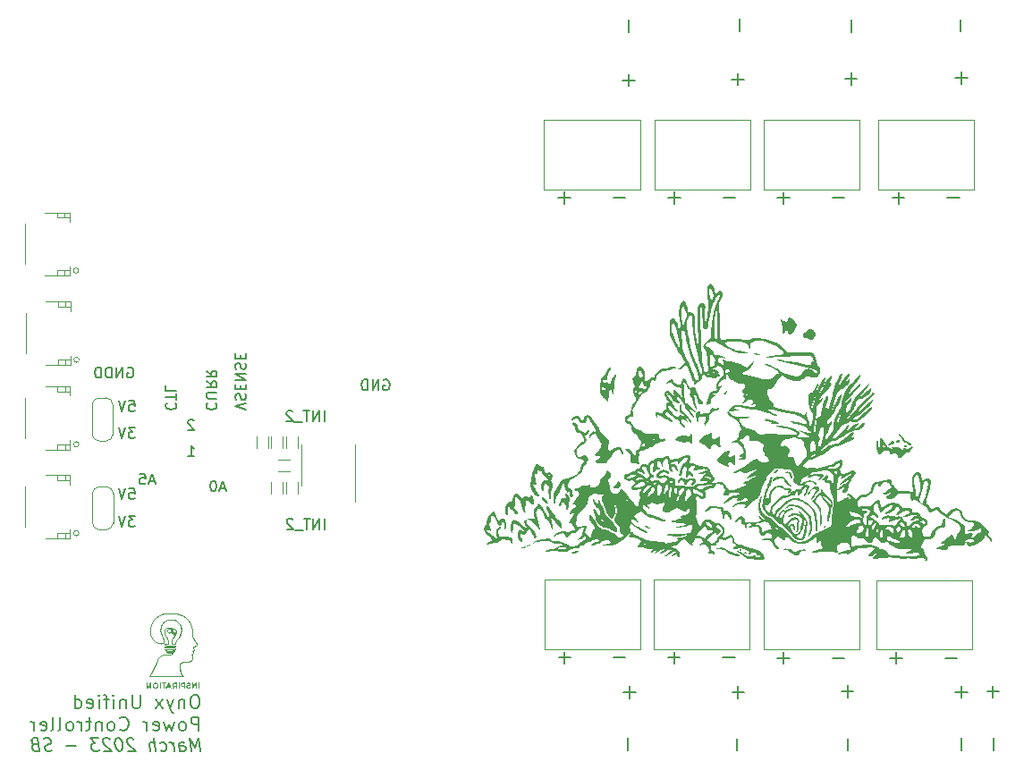
<source format=gbr>
%TF.GenerationSoftware,KiCad,Pcbnew,7.0.1-0*%
%TF.CreationDate,2023-04-01T19:34:20-07:00*%
%TF.ProjectId,1.0,312e302e-6b69-4636-9164-5f7063625858,rev?*%
%TF.SameCoordinates,Original*%
%TF.FileFunction,Legend,Bot*%
%TF.FilePolarity,Positive*%
%FSLAX46Y46*%
G04 Gerber Fmt 4.6, Leading zero omitted, Abs format (unit mm)*
G04 Created by KiCad (PCBNEW 7.0.1-0) date 2023-04-01 19:34:20*
%MOMM*%
%LPD*%
G01*
G04 APERTURE LIST*
%ADD10C,0.200000*%
%ADD11C,0.150000*%
%ADD12C,0.100000*%
%ADD13C,0.120000*%
G04 APERTURE END LIST*
D10*
X161961904Y-152537619D02*
X161342857Y-152537619D01*
X161342857Y-152537619D02*
X161676190Y-152918571D01*
X161676190Y-152918571D02*
X161533333Y-152918571D01*
X161533333Y-152918571D02*
X161438095Y-152966190D01*
X161438095Y-152966190D02*
X161390476Y-153013809D01*
X161390476Y-153013809D02*
X161342857Y-153109047D01*
X161342857Y-153109047D02*
X161342857Y-153347142D01*
X161342857Y-153347142D02*
X161390476Y-153442380D01*
X161390476Y-153442380D02*
X161438095Y-153490000D01*
X161438095Y-153490000D02*
X161533333Y-153537619D01*
X161533333Y-153537619D02*
X161819047Y-153537619D01*
X161819047Y-153537619D02*
X161914285Y-153490000D01*
X161914285Y-153490000D02*
X161961904Y-153442380D01*
X161057142Y-152537619D02*
X160723809Y-153537619D01*
X160723809Y-153537619D02*
X160390476Y-152537619D01*
X167534523Y-143522857D02*
X167486904Y-143475238D01*
X167486904Y-143475238D02*
X167391666Y-143427619D01*
X167391666Y-143427619D02*
X167153571Y-143427619D01*
X167153571Y-143427619D02*
X167058333Y-143475238D01*
X167058333Y-143475238D02*
X167010714Y-143522857D01*
X167010714Y-143522857D02*
X166963095Y-143618095D01*
X166963095Y-143618095D02*
X166963095Y-143713333D01*
X166963095Y-143713333D02*
X167010714Y-143856190D01*
X167010714Y-143856190D02*
X167582142Y-144427619D01*
X167582142Y-144427619D02*
X166963095Y-144427619D01*
X161238095Y-138500238D02*
X161333333Y-138452619D01*
X161333333Y-138452619D02*
X161476190Y-138452619D01*
X161476190Y-138452619D02*
X161619047Y-138500238D01*
X161619047Y-138500238D02*
X161714285Y-138595476D01*
X161714285Y-138595476D02*
X161761904Y-138690714D01*
X161761904Y-138690714D02*
X161809523Y-138881190D01*
X161809523Y-138881190D02*
X161809523Y-139024047D01*
X161809523Y-139024047D02*
X161761904Y-139214523D01*
X161761904Y-139214523D02*
X161714285Y-139309761D01*
X161714285Y-139309761D02*
X161619047Y-139405000D01*
X161619047Y-139405000D02*
X161476190Y-139452619D01*
X161476190Y-139452619D02*
X161380952Y-139452619D01*
X161380952Y-139452619D02*
X161238095Y-139405000D01*
X161238095Y-139405000D02*
X161190476Y-139357380D01*
X161190476Y-139357380D02*
X161190476Y-139024047D01*
X161190476Y-139024047D02*
X161380952Y-139024047D01*
X160761904Y-139452619D02*
X160761904Y-138452619D01*
X160761904Y-138452619D02*
X160190476Y-139452619D01*
X160190476Y-139452619D02*
X160190476Y-138452619D01*
X159714285Y-139452619D02*
X159714285Y-138452619D01*
X159714285Y-138452619D02*
X159476190Y-138452619D01*
X159476190Y-138452619D02*
X159333333Y-138500238D01*
X159333333Y-138500238D02*
X159238095Y-138595476D01*
X159238095Y-138595476D02*
X159190476Y-138690714D01*
X159190476Y-138690714D02*
X159142857Y-138881190D01*
X159142857Y-138881190D02*
X159142857Y-139024047D01*
X159142857Y-139024047D02*
X159190476Y-139214523D01*
X159190476Y-139214523D02*
X159238095Y-139309761D01*
X159238095Y-139309761D02*
X159333333Y-139405000D01*
X159333333Y-139405000D02*
X159476190Y-139452619D01*
X159476190Y-139452619D02*
X159714285Y-139452619D01*
X158714285Y-139452619D02*
X158714285Y-138452619D01*
X158714285Y-138452619D02*
X158476190Y-138452619D01*
X158476190Y-138452619D02*
X158333333Y-138500238D01*
X158333333Y-138500238D02*
X158238095Y-138595476D01*
X158238095Y-138595476D02*
X158190476Y-138690714D01*
X158190476Y-138690714D02*
X158142857Y-138881190D01*
X158142857Y-138881190D02*
X158142857Y-139024047D01*
X158142857Y-139024047D02*
X158190476Y-139214523D01*
X158190476Y-139214523D02*
X158238095Y-139309761D01*
X158238095Y-139309761D02*
X158333333Y-139405000D01*
X158333333Y-139405000D02*
X158476190Y-139452619D01*
X158476190Y-139452619D02*
X158714285Y-139452619D01*
X179886904Y-153777619D02*
X179886904Y-152777619D01*
X179410714Y-153777619D02*
X179410714Y-152777619D01*
X179410714Y-152777619D02*
X178839286Y-153777619D01*
X178839286Y-153777619D02*
X178839286Y-152777619D01*
X178505952Y-152777619D02*
X177934524Y-152777619D01*
X178220238Y-153777619D02*
X178220238Y-152777619D01*
X177839286Y-153872857D02*
X177077381Y-153872857D01*
X176886904Y-152872857D02*
X176839285Y-152825238D01*
X176839285Y-152825238D02*
X176744047Y-152777619D01*
X176744047Y-152777619D02*
X176505952Y-152777619D01*
X176505952Y-152777619D02*
X176410714Y-152825238D01*
X176410714Y-152825238D02*
X176363095Y-152872857D01*
X176363095Y-152872857D02*
X176315476Y-152968095D01*
X176315476Y-152968095D02*
X176315476Y-153063333D01*
X176315476Y-153063333D02*
X176363095Y-153206190D01*
X176363095Y-153206190D02*
X176934523Y-153777619D01*
X176934523Y-153777619D02*
X176315476Y-153777619D01*
X163784523Y-149241904D02*
X163308333Y-149241904D01*
X163879761Y-149527619D02*
X163546428Y-148527619D01*
X163546428Y-148527619D02*
X163213095Y-149527619D01*
X162403571Y-148527619D02*
X162879761Y-148527619D01*
X162879761Y-148527619D02*
X162927380Y-149003809D01*
X162927380Y-149003809D02*
X162879761Y-148956190D01*
X162879761Y-148956190D02*
X162784523Y-148908571D01*
X162784523Y-148908571D02*
X162546428Y-148908571D01*
X162546428Y-148908571D02*
X162451190Y-148956190D01*
X162451190Y-148956190D02*
X162403571Y-149003809D01*
X162403571Y-149003809D02*
X162355952Y-149099047D01*
X162355952Y-149099047D02*
X162355952Y-149337142D01*
X162355952Y-149337142D02*
X162403571Y-149432380D01*
X162403571Y-149432380D02*
X162451190Y-149480000D01*
X162451190Y-149480000D02*
X162546428Y-149527619D01*
X162546428Y-149527619D02*
X162784523Y-149527619D01*
X162784523Y-149527619D02*
X162879761Y-149480000D01*
X162879761Y-149480000D02*
X162927380Y-149432380D01*
X185488095Y-139675238D02*
X185583333Y-139627619D01*
X185583333Y-139627619D02*
X185726190Y-139627619D01*
X185726190Y-139627619D02*
X185869047Y-139675238D01*
X185869047Y-139675238D02*
X185964285Y-139770476D01*
X185964285Y-139770476D02*
X186011904Y-139865714D01*
X186011904Y-139865714D02*
X186059523Y-140056190D01*
X186059523Y-140056190D02*
X186059523Y-140199047D01*
X186059523Y-140199047D02*
X186011904Y-140389523D01*
X186011904Y-140389523D02*
X185964285Y-140484761D01*
X185964285Y-140484761D02*
X185869047Y-140580000D01*
X185869047Y-140580000D02*
X185726190Y-140627619D01*
X185726190Y-140627619D02*
X185630952Y-140627619D01*
X185630952Y-140627619D02*
X185488095Y-140580000D01*
X185488095Y-140580000D02*
X185440476Y-140532380D01*
X185440476Y-140532380D02*
X185440476Y-140199047D01*
X185440476Y-140199047D02*
X185630952Y-140199047D01*
X185011904Y-140627619D02*
X185011904Y-139627619D01*
X185011904Y-139627619D02*
X184440476Y-140627619D01*
X184440476Y-140627619D02*
X184440476Y-139627619D01*
X183964285Y-140627619D02*
X183964285Y-139627619D01*
X183964285Y-139627619D02*
X183726190Y-139627619D01*
X183726190Y-139627619D02*
X183583333Y-139675238D01*
X183583333Y-139675238D02*
X183488095Y-139770476D01*
X183488095Y-139770476D02*
X183440476Y-139865714D01*
X183440476Y-139865714D02*
X183392857Y-140056190D01*
X183392857Y-140056190D02*
X183392857Y-140199047D01*
X183392857Y-140199047D02*
X183440476Y-140389523D01*
X183440476Y-140389523D02*
X183488095Y-140484761D01*
X183488095Y-140484761D02*
X183583333Y-140580000D01*
X183583333Y-140580000D02*
X183726190Y-140627619D01*
X183726190Y-140627619D02*
X183964285Y-140627619D01*
X161961904Y-144162619D02*
X161342857Y-144162619D01*
X161342857Y-144162619D02*
X161676190Y-144543571D01*
X161676190Y-144543571D02*
X161533333Y-144543571D01*
X161533333Y-144543571D02*
X161438095Y-144591190D01*
X161438095Y-144591190D02*
X161390476Y-144638809D01*
X161390476Y-144638809D02*
X161342857Y-144734047D01*
X161342857Y-144734047D02*
X161342857Y-144972142D01*
X161342857Y-144972142D02*
X161390476Y-145067380D01*
X161390476Y-145067380D02*
X161438095Y-145115000D01*
X161438095Y-145115000D02*
X161533333Y-145162619D01*
X161533333Y-145162619D02*
X161819047Y-145162619D01*
X161819047Y-145162619D02*
X161914285Y-145115000D01*
X161914285Y-145115000D02*
X161961904Y-145067380D01*
X161057142Y-144162619D02*
X160723809Y-145162619D01*
X160723809Y-145162619D02*
X160390476Y-144162619D01*
X172447380Y-142504761D02*
X171447380Y-142171428D01*
X171447380Y-142171428D02*
X172447380Y-141838095D01*
X171495000Y-141552380D02*
X171447380Y-141409523D01*
X171447380Y-141409523D02*
X171447380Y-141171428D01*
X171447380Y-141171428D02*
X171495000Y-141076190D01*
X171495000Y-141076190D02*
X171542619Y-141028571D01*
X171542619Y-141028571D02*
X171637857Y-140980952D01*
X171637857Y-140980952D02*
X171733095Y-140980952D01*
X171733095Y-140980952D02*
X171828333Y-141028571D01*
X171828333Y-141028571D02*
X171875952Y-141076190D01*
X171875952Y-141076190D02*
X171923571Y-141171428D01*
X171923571Y-141171428D02*
X171971190Y-141361904D01*
X171971190Y-141361904D02*
X172018809Y-141457142D01*
X172018809Y-141457142D02*
X172066428Y-141504761D01*
X172066428Y-141504761D02*
X172161666Y-141552380D01*
X172161666Y-141552380D02*
X172256904Y-141552380D01*
X172256904Y-141552380D02*
X172352142Y-141504761D01*
X172352142Y-141504761D02*
X172399761Y-141457142D01*
X172399761Y-141457142D02*
X172447380Y-141361904D01*
X172447380Y-141361904D02*
X172447380Y-141123809D01*
X172447380Y-141123809D02*
X172399761Y-140980952D01*
X171971190Y-140552380D02*
X171971190Y-140219047D01*
X171447380Y-140076190D02*
X171447380Y-140552380D01*
X171447380Y-140552380D02*
X172447380Y-140552380D01*
X172447380Y-140552380D02*
X172447380Y-140076190D01*
X171447380Y-139647618D02*
X172447380Y-139647618D01*
X172447380Y-139647618D02*
X171447380Y-139076190D01*
X171447380Y-139076190D02*
X172447380Y-139076190D01*
X171495000Y-138647618D02*
X171447380Y-138504761D01*
X171447380Y-138504761D02*
X171447380Y-138266666D01*
X171447380Y-138266666D02*
X171495000Y-138171428D01*
X171495000Y-138171428D02*
X171542619Y-138123809D01*
X171542619Y-138123809D02*
X171637857Y-138076190D01*
X171637857Y-138076190D02*
X171733095Y-138076190D01*
X171733095Y-138076190D02*
X171828333Y-138123809D01*
X171828333Y-138123809D02*
X171875952Y-138171428D01*
X171875952Y-138171428D02*
X171923571Y-138266666D01*
X171923571Y-138266666D02*
X171971190Y-138457142D01*
X171971190Y-138457142D02*
X172018809Y-138552380D01*
X172018809Y-138552380D02*
X172066428Y-138599999D01*
X172066428Y-138599999D02*
X172161666Y-138647618D01*
X172161666Y-138647618D02*
X172256904Y-138647618D01*
X172256904Y-138647618D02*
X172352142Y-138599999D01*
X172352142Y-138599999D02*
X172399761Y-138552380D01*
X172399761Y-138552380D02*
X172447380Y-138457142D01*
X172447380Y-138457142D02*
X172447380Y-138219047D01*
X172447380Y-138219047D02*
X172399761Y-138076190D01*
X171971190Y-137647618D02*
X171971190Y-137314285D01*
X171447380Y-137171428D02*
X171447380Y-137647618D01*
X171447380Y-137647618D02*
X172447380Y-137647618D01*
X172447380Y-137647618D02*
X172447380Y-137171428D01*
X161390476Y-149937619D02*
X161866666Y-149937619D01*
X161866666Y-149937619D02*
X161914285Y-150413809D01*
X161914285Y-150413809D02*
X161866666Y-150366190D01*
X161866666Y-150366190D02*
X161771428Y-150318571D01*
X161771428Y-150318571D02*
X161533333Y-150318571D01*
X161533333Y-150318571D02*
X161438095Y-150366190D01*
X161438095Y-150366190D02*
X161390476Y-150413809D01*
X161390476Y-150413809D02*
X161342857Y-150509047D01*
X161342857Y-150509047D02*
X161342857Y-150747142D01*
X161342857Y-150747142D02*
X161390476Y-150842380D01*
X161390476Y-150842380D02*
X161438095Y-150890000D01*
X161438095Y-150890000D02*
X161533333Y-150937619D01*
X161533333Y-150937619D02*
X161771428Y-150937619D01*
X161771428Y-150937619D02*
X161866666Y-150890000D01*
X161866666Y-150890000D02*
X161914285Y-150842380D01*
X161057142Y-149937619D02*
X160723809Y-150937619D01*
X160723809Y-150937619D02*
X160390476Y-149937619D01*
X164967619Y-141840476D02*
X164920000Y-141888095D01*
X164920000Y-141888095D02*
X164872380Y-142030952D01*
X164872380Y-142030952D02*
X164872380Y-142126190D01*
X164872380Y-142126190D02*
X164920000Y-142269047D01*
X164920000Y-142269047D02*
X165015238Y-142364285D01*
X165015238Y-142364285D02*
X165110476Y-142411904D01*
X165110476Y-142411904D02*
X165300952Y-142459523D01*
X165300952Y-142459523D02*
X165443809Y-142459523D01*
X165443809Y-142459523D02*
X165634285Y-142411904D01*
X165634285Y-142411904D02*
X165729523Y-142364285D01*
X165729523Y-142364285D02*
X165824761Y-142269047D01*
X165824761Y-142269047D02*
X165872380Y-142126190D01*
X165872380Y-142126190D02*
X165872380Y-142030952D01*
X165872380Y-142030952D02*
X165824761Y-141888095D01*
X165824761Y-141888095D02*
X165777142Y-141840476D01*
X165872380Y-141554761D02*
X165872380Y-140983333D01*
X164872380Y-141269047D02*
X165872380Y-141269047D01*
X164872380Y-140173809D02*
X164872380Y-140649999D01*
X164872380Y-140649999D02*
X165872380Y-140649999D01*
X161390476Y-141612619D02*
X161866666Y-141612619D01*
X161866666Y-141612619D02*
X161914285Y-142088809D01*
X161914285Y-142088809D02*
X161866666Y-142041190D01*
X161866666Y-142041190D02*
X161771428Y-141993571D01*
X161771428Y-141993571D02*
X161533333Y-141993571D01*
X161533333Y-141993571D02*
X161438095Y-142041190D01*
X161438095Y-142041190D02*
X161390476Y-142088809D01*
X161390476Y-142088809D02*
X161342857Y-142184047D01*
X161342857Y-142184047D02*
X161342857Y-142422142D01*
X161342857Y-142422142D02*
X161390476Y-142517380D01*
X161390476Y-142517380D02*
X161438095Y-142565000D01*
X161438095Y-142565000D02*
X161533333Y-142612619D01*
X161533333Y-142612619D02*
X161771428Y-142612619D01*
X161771428Y-142612619D02*
X161866666Y-142565000D01*
X161866666Y-142565000D02*
X161914285Y-142517380D01*
X161057142Y-141612619D02*
X160723809Y-142612619D01*
X160723809Y-142612619D02*
X160390476Y-141612619D01*
D11*
X168096428Y-174778142D02*
X167946428Y-173578142D01*
X167946428Y-173578142D02*
X167653571Y-174435285D01*
X167653571Y-174435285D02*
X167146428Y-173578142D01*
X167146428Y-173578142D02*
X167296428Y-174778142D01*
X166217856Y-174778142D02*
X166139285Y-174149571D01*
X166139285Y-174149571D02*
X166182142Y-174035285D01*
X166182142Y-174035285D02*
X166289285Y-173978142D01*
X166289285Y-173978142D02*
X166517856Y-173978142D01*
X166517856Y-173978142D02*
X166639285Y-174035285D01*
X166210714Y-174721000D02*
X166332142Y-174778142D01*
X166332142Y-174778142D02*
X166617856Y-174778142D01*
X166617856Y-174778142D02*
X166724999Y-174721000D01*
X166724999Y-174721000D02*
X166767856Y-174606714D01*
X166767856Y-174606714D02*
X166753571Y-174492428D01*
X166753571Y-174492428D02*
X166682142Y-174378142D01*
X166682142Y-174378142D02*
X166560714Y-174321000D01*
X166560714Y-174321000D02*
X166274999Y-174321000D01*
X166274999Y-174321000D02*
X166153571Y-174263857D01*
X165653571Y-174778142D02*
X165553571Y-173978142D01*
X165582143Y-174206714D02*
X165510714Y-174092428D01*
X165510714Y-174092428D02*
X165446428Y-174035285D01*
X165446428Y-174035285D02*
X165325000Y-173978142D01*
X165325000Y-173978142D02*
X165210714Y-173978142D01*
X164396429Y-174721000D02*
X164517857Y-174778142D01*
X164517857Y-174778142D02*
X164746429Y-174778142D01*
X164746429Y-174778142D02*
X164853571Y-174721000D01*
X164853571Y-174721000D02*
X164903571Y-174663857D01*
X164903571Y-174663857D02*
X164946429Y-174549571D01*
X164946429Y-174549571D02*
X164903571Y-174206714D01*
X164903571Y-174206714D02*
X164832143Y-174092428D01*
X164832143Y-174092428D02*
X164767857Y-174035285D01*
X164767857Y-174035285D02*
X164646429Y-173978142D01*
X164646429Y-173978142D02*
X164417857Y-173978142D01*
X164417857Y-173978142D02*
X164310714Y-174035285D01*
X163896428Y-174778142D02*
X163746428Y-173578142D01*
X163382142Y-174778142D02*
X163303571Y-174149571D01*
X163303571Y-174149571D02*
X163346428Y-174035285D01*
X163346428Y-174035285D02*
X163453571Y-173978142D01*
X163453571Y-173978142D02*
X163625000Y-173978142D01*
X163625000Y-173978142D02*
X163746428Y-174035285D01*
X163746428Y-174035285D02*
X163810714Y-174092428D01*
X161825000Y-173692428D02*
X161760714Y-173635285D01*
X161760714Y-173635285D02*
X161639285Y-173578142D01*
X161639285Y-173578142D02*
X161353571Y-173578142D01*
X161353571Y-173578142D02*
X161246428Y-173635285D01*
X161246428Y-173635285D02*
X161196428Y-173692428D01*
X161196428Y-173692428D02*
X161153571Y-173806714D01*
X161153571Y-173806714D02*
X161167857Y-173921000D01*
X161167857Y-173921000D02*
X161246428Y-174092428D01*
X161246428Y-174092428D02*
X162017857Y-174778142D01*
X162017857Y-174778142D02*
X161275000Y-174778142D01*
X160389286Y-173578142D02*
X160275000Y-173578142D01*
X160275000Y-173578142D02*
X160167857Y-173635285D01*
X160167857Y-173635285D02*
X160117857Y-173692428D01*
X160117857Y-173692428D02*
X160075000Y-173806714D01*
X160075000Y-173806714D02*
X160046429Y-174035285D01*
X160046429Y-174035285D02*
X160082143Y-174321000D01*
X160082143Y-174321000D02*
X160167857Y-174549571D01*
X160167857Y-174549571D02*
X160239286Y-174663857D01*
X160239286Y-174663857D02*
X160303571Y-174721000D01*
X160303571Y-174721000D02*
X160425000Y-174778142D01*
X160425000Y-174778142D02*
X160539286Y-174778142D01*
X160539286Y-174778142D02*
X160646429Y-174721000D01*
X160646429Y-174721000D02*
X160696429Y-174663857D01*
X160696429Y-174663857D02*
X160739286Y-174549571D01*
X160739286Y-174549571D02*
X160767857Y-174321000D01*
X160767857Y-174321000D02*
X160732143Y-174035285D01*
X160732143Y-174035285D02*
X160646429Y-173806714D01*
X160646429Y-173806714D02*
X160575000Y-173692428D01*
X160575000Y-173692428D02*
X160510714Y-173635285D01*
X160510714Y-173635285D02*
X160389286Y-173578142D01*
X159553572Y-173692428D02*
X159489286Y-173635285D01*
X159489286Y-173635285D02*
X159367857Y-173578142D01*
X159367857Y-173578142D02*
X159082143Y-173578142D01*
X159082143Y-173578142D02*
X158975000Y-173635285D01*
X158975000Y-173635285D02*
X158925000Y-173692428D01*
X158925000Y-173692428D02*
X158882143Y-173806714D01*
X158882143Y-173806714D02*
X158896429Y-173921000D01*
X158896429Y-173921000D02*
X158975000Y-174092428D01*
X158975000Y-174092428D02*
X159746429Y-174778142D01*
X159746429Y-174778142D02*
X159003572Y-174778142D01*
X158460715Y-173578142D02*
X157717858Y-173578142D01*
X157717858Y-173578142D02*
X158175001Y-174035285D01*
X158175001Y-174035285D02*
X158003572Y-174035285D01*
X158003572Y-174035285D02*
X157896429Y-174092428D01*
X157896429Y-174092428D02*
X157846429Y-174149571D01*
X157846429Y-174149571D02*
X157803572Y-174263857D01*
X157803572Y-174263857D02*
X157839286Y-174549571D01*
X157839286Y-174549571D02*
X157910715Y-174663857D01*
X157910715Y-174663857D02*
X157975001Y-174721000D01*
X157975001Y-174721000D02*
X158096429Y-174778142D01*
X158096429Y-174778142D02*
X158439286Y-174778142D01*
X158439286Y-174778142D02*
X158546429Y-174721000D01*
X158546429Y-174721000D02*
X158596429Y-174663857D01*
X156389286Y-174321000D02*
X155475001Y-174321000D01*
X154096429Y-174721000D02*
X153932143Y-174778142D01*
X153932143Y-174778142D02*
X153646429Y-174778142D01*
X153646429Y-174778142D02*
X153525001Y-174721000D01*
X153525001Y-174721000D02*
X153460715Y-174663857D01*
X153460715Y-174663857D02*
X153389286Y-174549571D01*
X153389286Y-174549571D02*
X153375001Y-174435285D01*
X153375001Y-174435285D02*
X153417858Y-174321000D01*
X153417858Y-174321000D02*
X153467858Y-174263857D01*
X153467858Y-174263857D02*
X153575001Y-174206714D01*
X153575001Y-174206714D02*
X153796429Y-174149571D01*
X153796429Y-174149571D02*
X153903572Y-174092428D01*
X153903572Y-174092428D02*
X153953572Y-174035285D01*
X153953572Y-174035285D02*
X153996429Y-173921000D01*
X153996429Y-173921000D02*
X153982143Y-173806714D01*
X153982143Y-173806714D02*
X153910715Y-173692428D01*
X153910715Y-173692428D02*
X153846429Y-173635285D01*
X153846429Y-173635285D02*
X153725001Y-173578142D01*
X153725001Y-173578142D02*
X153439286Y-173578142D01*
X153439286Y-173578142D02*
X153275001Y-173635285D01*
X152432144Y-174149571D02*
X152267858Y-174206714D01*
X152267858Y-174206714D02*
X152217858Y-174263857D01*
X152217858Y-174263857D02*
X152175001Y-174378142D01*
X152175001Y-174378142D02*
X152196429Y-174549571D01*
X152196429Y-174549571D02*
X152267858Y-174663857D01*
X152267858Y-174663857D02*
X152332144Y-174721000D01*
X152332144Y-174721000D02*
X152453572Y-174778142D01*
X152453572Y-174778142D02*
X152910715Y-174778142D01*
X152910715Y-174778142D02*
X152760715Y-173578142D01*
X152760715Y-173578142D02*
X152360715Y-173578142D01*
X152360715Y-173578142D02*
X152253572Y-173635285D01*
X152253572Y-173635285D02*
X152203572Y-173692428D01*
X152203572Y-173692428D02*
X152160715Y-173806714D01*
X152160715Y-173806714D02*
X152175001Y-173921000D01*
X152175001Y-173921000D02*
X152246429Y-174035285D01*
X152246429Y-174035285D02*
X152310715Y-174092428D01*
X152310715Y-174092428D02*
X152432144Y-174149571D01*
X152432144Y-174149571D02*
X152832144Y-174149571D01*
D10*
X166963095Y-146877619D02*
X167534523Y-146877619D01*
X167248809Y-146877619D02*
X167248809Y-145877619D01*
X167248809Y-145877619D02*
X167344047Y-146020476D01*
X167344047Y-146020476D02*
X167439285Y-146115714D01*
X167439285Y-146115714D02*
X167534523Y-146163333D01*
X179861904Y-143577619D02*
X179861904Y-142577619D01*
X179385714Y-143577619D02*
X179385714Y-142577619D01*
X179385714Y-142577619D02*
X178814286Y-143577619D01*
X178814286Y-143577619D02*
X178814286Y-142577619D01*
X178480952Y-142577619D02*
X177909524Y-142577619D01*
X178195238Y-143577619D02*
X178195238Y-142577619D01*
X177814286Y-143672857D02*
X177052381Y-143672857D01*
X176861904Y-142672857D02*
X176814285Y-142625238D01*
X176814285Y-142625238D02*
X176719047Y-142577619D01*
X176719047Y-142577619D02*
X176480952Y-142577619D01*
X176480952Y-142577619D02*
X176385714Y-142625238D01*
X176385714Y-142625238D02*
X176338095Y-142672857D01*
X176338095Y-142672857D02*
X176290476Y-142768095D01*
X176290476Y-142768095D02*
X176290476Y-142863333D01*
X176290476Y-142863333D02*
X176338095Y-143006190D01*
X176338095Y-143006190D02*
X176909523Y-143577619D01*
X176909523Y-143577619D02*
X176290476Y-143577619D01*
X170509523Y-149916904D02*
X170033333Y-149916904D01*
X170604761Y-150202619D02*
X170271428Y-149202619D01*
X170271428Y-149202619D02*
X169938095Y-150202619D01*
X169414285Y-149202619D02*
X169319047Y-149202619D01*
X169319047Y-149202619D02*
X169223809Y-149250238D01*
X169223809Y-149250238D02*
X169176190Y-149297857D01*
X169176190Y-149297857D02*
X169128571Y-149393095D01*
X169128571Y-149393095D02*
X169080952Y-149583571D01*
X169080952Y-149583571D02*
X169080952Y-149821666D01*
X169080952Y-149821666D02*
X169128571Y-150012142D01*
X169128571Y-150012142D02*
X169176190Y-150107380D01*
X169176190Y-150107380D02*
X169223809Y-150155000D01*
X169223809Y-150155000D02*
X169319047Y-150202619D01*
X169319047Y-150202619D02*
X169414285Y-150202619D01*
X169414285Y-150202619D02*
X169509523Y-150155000D01*
X169509523Y-150155000D02*
X169557142Y-150107380D01*
X169557142Y-150107380D02*
X169604761Y-150012142D01*
X169604761Y-150012142D02*
X169652380Y-149821666D01*
X169652380Y-149821666D02*
X169652380Y-149583571D01*
X169652380Y-149583571D02*
X169604761Y-149393095D01*
X169604761Y-149393095D02*
X169557142Y-149297857D01*
X169557142Y-149297857D02*
X169509523Y-149250238D01*
X169509523Y-149250238D02*
X169414285Y-149202619D01*
X167757857Y-169459904D02*
X167510238Y-169459904D01*
X167510238Y-169459904D02*
X167386428Y-169521809D01*
X167386428Y-169521809D02*
X167262619Y-169645619D01*
X167262619Y-169645619D02*
X167200714Y-169893238D01*
X167200714Y-169893238D02*
X167200714Y-170326571D01*
X167200714Y-170326571D02*
X167262619Y-170574190D01*
X167262619Y-170574190D02*
X167386428Y-170698000D01*
X167386428Y-170698000D02*
X167510238Y-170759904D01*
X167510238Y-170759904D02*
X167757857Y-170759904D01*
X167757857Y-170759904D02*
X167881666Y-170698000D01*
X167881666Y-170698000D02*
X168005476Y-170574190D01*
X168005476Y-170574190D02*
X168067380Y-170326571D01*
X168067380Y-170326571D02*
X168067380Y-169893238D01*
X168067380Y-169893238D02*
X168005476Y-169645619D01*
X168005476Y-169645619D02*
X167881666Y-169521809D01*
X167881666Y-169521809D02*
X167757857Y-169459904D01*
X166643571Y-169893238D02*
X166643571Y-170759904D01*
X166643571Y-170017047D02*
X166581666Y-169955142D01*
X166581666Y-169955142D02*
X166457856Y-169893238D01*
X166457856Y-169893238D02*
X166272142Y-169893238D01*
X166272142Y-169893238D02*
X166148333Y-169955142D01*
X166148333Y-169955142D02*
X166086428Y-170078952D01*
X166086428Y-170078952D02*
X166086428Y-170759904D01*
X165591190Y-169893238D02*
X165281666Y-170759904D01*
X164972143Y-169893238D02*
X165281666Y-170759904D01*
X165281666Y-170759904D02*
X165405476Y-171069428D01*
X165405476Y-171069428D02*
X165467381Y-171131333D01*
X165467381Y-171131333D02*
X165591190Y-171193238D01*
X164600714Y-170759904D02*
X163919762Y-169893238D01*
X164600714Y-169893238D02*
X163919762Y-170759904D01*
X162434048Y-169459904D02*
X162434048Y-170512285D01*
X162434048Y-170512285D02*
X162372143Y-170636095D01*
X162372143Y-170636095D02*
X162310238Y-170698000D01*
X162310238Y-170698000D02*
X162186429Y-170759904D01*
X162186429Y-170759904D02*
X161938810Y-170759904D01*
X161938810Y-170759904D02*
X161815000Y-170698000D01*
X161815000Y-170698000D02*
X161753095Y-170636095D01*
X161753095Y-170636095D02*
X161691191Y-170512285D01*
X161691191Y-170512285D02*
X161691191Y-169459904D01*
X161072143Y-169893238D02*
X161072143Y-170759904D01*
X161072143Y-170017047D02*
X161010238Y-169955142D01*
X161010238Y-169955142D02*
X160886428Y-169893238D01*
X160886428Y-169893238D02*
X160700714Y-169893238D01*
X160700714Y-169893238D02*
X160576905Y-169955142D01*
X160576905Y-169955142D02*
X160515000Y-170078952D01*
X160515000Y-170078952D02*
X160515000Y-170759904D01*
X159895953Y-170759904D02*
X159895953Y-169893238D01*
X159895953Y-169459904D02*
X159957857Y-169521809D01*
X159957857Y-169521809D02*
X159895953Y-169583714D01*
X159895953Y-169583714D02*
X159834048Y-169521809D01*
X159834048Y-169521809D02*
X159895953Y-169459904D01*
X159895953Y-169459904D02*
X159895953Y-169583714D01*
X159462619Y-169893238D02*
X158967381Y-169893238D01*
X159276905Y-170759904D02*
X159276905Y-169645619D01*
X159276905Y-169645619D02*
X159215000Y-169521809D01*
X159215000Y-169521809D02*
X159091190Y-169459904D01*
X159091190Y-169459904D02*
X158967381Y-169459904D01*
X158534048Y-170759904D02*
X158534048Y-169893238D01*
X158534048Y-169459904D02*
X158595952Y-169521809D01*
X158595952Y-169521809D02*
X158534048Y-169583714D01*
X158534048Y-169583714D02*
X158472143Y-169521809D01*
X158472143Y-169521809D02*
X158534048Y-169459904D01*
X158534048Y-169459904D02*
X158534048Y-169583714D01*
X157419762Y-170698000D02*
X157543571Y-170759904D01*
X157543571Y-170759904D02*
X157791190Y-170759904D01*
X157791190Y-170759904D02*
X157915000Y-170698000D01*
X157915000Y-170698000D02*
X157976904Y-170574190D01*
X157976904Y-170574190D02*
X157976904Y-170078952D01*
X157976904Y-170078952D02*
X157915000Y-169955142D01*
X157915000Y-169955142D02*
X157791190Y-169893238D01*
X157791190Y-169893238D02*
X157543571Y-169893238D01*
X157543571Y-169893238D02*
X157419762Y-169955142D01*
X157419762Y-169955142D02*
X157357857Y-170078952D01*
X157357857Y-170078952D02*
X157357857Y-170202761D01*
X157357857Y-170202761D02*
X157976904Y-170326571D01*
X156243571Y-170759904D02*
X156243571Y-169459904D01*
X156243571Y-170698000D02*
X156367380Y-170759904D01*
X156367380Y-170759904D02*
X156614999Y-170759904D01*
X156614999Y-170759904D02*
X156738809Y-170698000D01*
X156738809Y-170698000D02*
X156800714Y-170636095D01*
X156800714Y-170636095D02*
X156862618Y-170512285D01*
X156862618Y-170512285D02*
X156862618Y-170140857D01*
X156862618Y-170140857D02*
X156800714Y-170017047D01*
X156800714Y-170017047D02*
X156738809Y-169955142D01*
X156738809Y-169955142D02*
X156614999Y-169893238D01*
X156614999Y-169893238D02*
X156367380Y-169893238D01*
X156367380Y-169893238D02*
X156243571Y-169955142D01*
X168005476Y-172865904D02*
X168005476Y-171565904D01*
X168005476Y-171565904D02*
X167510238Y-171565904D01*
X167510238Y-171565904D02*
X167386428Y-171627809D01*
X167386428Y-171627809D02*
X167324523Y-171689714D01*
X167324523Y-171689714D02*
X167262619Y-171813523D01*
X167262619Y-171813523D02*
X167262619Y-171999238D01*
X167262619Y-171999238D02*
X167324523Y-172123047D01*
X167324523Y-172123047D02*
X167386428Y-172184952D01*
X167386428Y-172184952D02*
X167510238Y-172246857D01*
X167510238Y-172246857D02*
X168005476Y-172246857D01*
X166519761Y-172865904D02*
X166643571Y-172804000D01*
X166643571Y-172804000D02*
X166705476Y-172742095D01*
X166705476Y-172742095D02*
X166767380Y-172618285D01*
X166767380Y-172618285D02*
X166767380Y-172246857D01*
X166767380Y-172246857D02*
X166705476Y-172123047D01*
X166705476Y-172123047D02*
X166643571Y-172061142D01*
X166643571Y-172061142D02*
X166519761Y-171999238D01*
X166519761Y-171999238D02*
X166334047Y-171999238D01*
X166334047Y-171999238D02*
X166210238Y-172061142D01*
X166210238Y-172061142D02*
X166148333Y-172123047D01*
X166148333Y-172123047D02*
X166086428Y-172246857D01*
X166086428Y-172246857D02*
X166086428Y-172618285D01*
X166086428Y-172618285D02*
X166148333Y-172742095D01*
X166148333Y-172742095D02*
X166210238Y-172804000D01*
X166210238Y-172804000D02*
X166334047Y-172865904D01*
X166334047Y-172865904D02*
X166519761Y-172865904D01*
X165653095Y-171999238D02*
X165405476Y-172865904D01*
X165405476Y-172865904D02*
X165157857Y-172246857D01*
X165157857Y-172246857D02*
X164910238Y-172865904D01*
X164910238Y-172865904D02*
X164662619Y-171999238D01*
X163672143Y-172804000D02*
X163795952Y-172865904D01*
X163795952Y-172865904D02*
X164043571Y-172865904D01*
X164043571Y-172865904D02*
X164167381Y-172804000D01*
X164167381Y-172804000D02*
X164229285Y-172680190D01*
X164229285Y-172680190D02*
X164229285Y-172184952D01*
X164229285Y-172184952D02*
X164167381Y-172061142D01*
X164167381Y-172061142D02*
X164043571Y-171999238D01*
X164043571Y-171999238D02*
X163795952Y-171999238D01*
X163795952Y-171999238D02*
X163672143Y-172061142D01*
X163672143Y-172061142D02*
X163610238Y-172184952D01*
X163610238Y-172184952D02*
X163610238Y-172308761D01*
X163610238Y-172308761D02*
X164229285Y-172432571D01*
X163053095Y-172865904D02*
X163053095Y-171999238D01*
X163053095Y-172246857D02*
X162991190Y-172123047D01*
X162991190Y-172123047D02*
X162929285Y-172061142D01*
X162929285Y-172061142D02*
X162805476Y-171999238D01*
X162805476Y-171999238D02*
X162681666Y-171999238D01*
X160515000Y-172742095D02*
X160576904Y-172804000D01*
X160576904Y-172804000D02*
X160762619Y-172865904D01*
X160762619Y-172865904D02*
X160886428Y-172865904D01*
X160886428Y-172865904D02*
X161072142Y-172804000D01*
X161072142Y-172804000D02*
X161195952Y-172680190D01*
X161195952Y-172680190D02*
X161257857Y-172556380D01*
X161257857Y-172556380D02*
X161319761Y-172308761D01*
X161319761Y-172308761D02*
X161319761Y-172123047D01*
X161319761Y-172123047D02*
X161257857Y-171875428D01*
X161257857Y-171875428D02*
X161195952Y-171751619D01*
X161195952Y-171751619D02*
X161072142Y-171627809D01*
X161072142Y-171627809D02*
X160886428Y-171565904D01*
X160886428Y-171565904D02*
X160762619Y-171565904D01*
X160762619Y-171565904D02*
X160576904Y-171627809D01*
X160576904Y-171627809D02*
X160515000Y-171689714D01*
X159772142Y-172865904D02*
X159895952Y-172804000D01*
X159895952Y-172804000D02*
X159957857Y-172742095D01*
X159957857Y-172742095D02*
X160019761Y-172618285D01*
X160019761Y-172618285D02*
X160019761Y-172246857D01*
X160019761Y-172246857D02*
X159957857Y-172123047D01*
X159957857Y-172123047D02*
X159895952Y-172061142D01*
X159895952Y-172061142D02*
X159772142Y-171999238D01*
X159772142Y-171999238D02*
X159586428Y-171999238D01*
X159586428Y-171999238D02*
X159462619Y-172061142D01*
X159462619Y-172061142D02*
X159400714Y-172123047D01*
X159400714Y-172123047D02*
X159338809Y-172246857D01*
X159338809Y-172246857D02*
X159338809Y-172618285D01*
X159338809Y-172618285D02*
X159400714Y-172742095D01*
X159400714Y-172742095D02*
X159462619Y-172804000D01*
X159462619Y-172804000D02*
X159586428Y-172865904D01*
X159586428Y-172865904D02*
X159772142Y-172865904D01*
X158781667Y-171999238D02*
X158781667Y-172865904D01*
X158781667Y-172123047D02*
X158719762Y-172061142D01*
X158719762Y-172061142D02*
X158595952Y-171999238D01*
X158595952Y-171999238D02*
X158410238Y-171999238D01*
X158410238Y-171999238D02*
X158286429Y-172061142D01*
X158286429Y-172061142D02*
X158224524Y-172184952D01*
X158224524Y-172184952D02*
X158224524Y-172865904D01*
X157791191Y-171999238D02*
X157295953Y-171999238D01*
X157605477Y-171565904D02*
X157605477Y-172680190D01*
X157605477Y-172680190D02*
X157543572Y-172804000D01*
X157543572Y-172804000D02*
X157419762Y-172865904D01*
X157419762Y-172865904D02*
X157295953Y-172865904D01*
X156862620Y-172865904D02*
X156862620Y-171999238D01*
X156862620Y-172246857D02*
X156800715Y-172123047D01*
X156800715Y-172123047D02*
X156738810Y-172061142D01*
X156738810Y-172061142D02*
X156615001Y-171999238D01*
X156615001Y-171999238D02*
X156491191Y-171999238D01*
X155872143Y-172865904D02*
X155995953Y-172804000D01*
X155995953Y-172804000D02*
X156057858Y-172742095D01*
X156057858Y-172742095D02*
X156119762Y-172618285D01*
X156119762Y-172618285D02*
X156119762Y-172246857D01*
X156119762Y-172246857D02*
X156057858Y-172123047D01*
X156057858Y-172123047D02*
X155995953Y-172061142D01*
X155995953Y-172061142D02*
X155872143Y-171999238D01*
X155872143Y-171999238D02*
X155686429Y-171999238D01*
X155686429Y-171999238D02*
X155562620Y-172061142D01*
X155562620Y-172061142D02*
X155500715Y-172123047D01*
X155500715Y-172123047D02*
X155438810Y-172246857D01*
X155438810Y-172246857D02*
X155438810Y-172618285D01*
X155438810Y-172618285D02*
X155500715Y-172742095D01*
X155500715Y-172742095D02*
X155562620Y-172804000D01*
X155562620Y-172804000D02*
X155686429Y-172865904D01*
X155686429Y-172865904D02*
X155872143Y-172865904D01*
X154695953Y-172865904D02*
X154819763Y-172804000D01*
X154819763Y-172804000D02*
X154881668Y-172680190D01*
X154881668Y-172680190D02*
X154881668Y-171565904D01*
X154015001Y-172865904D02*
X154138811Y-172804000D01*
X154138811Y-172804000D02*
X154200716Y-172680190D01*
X154200716Y-172680190D02*
X154200716Y-171565904D01*
X153024526Y-172804000D02*
X153148335Y-172865904D01*
X153148335Y-172865904D02*
X153395954Y-172865904D01*
X153395954Y-172865904D02*
X153519764Y-172804000D01*
X153519764Y-172804000D02*
X153581668Y-172680190D01*
X153581668Y-172680190D02*
X153581668Y-172184952D01*
X153581668Y-172184952D02*
X153519764Y-172061142D01*
X153519764Y-172061142D02*
X153395954Y-171999238D01*
X153395954Y-171999238D02*
X153148335Y-171999238D01*
X153148335Y-171999238D02*
X153024526Y-172061142D01*
X153024526Y-172061142D02*
X152962621Y-172184952D01*
X152962621Y-172184952D02*
X152962621Y-172308761D01*
X152962621Y-172308761D02*
X153581668Y-172432571D01*
X152405478Y-172865904D02*
X152405478Y-171999238D01*
X152405478Y-172246857D02*
X152343573Y-172123047D01*
X152343573Y-172123047D02*
X152281668Y-172061142D01*
X152281668Y-172061142D02*
X152157859Y-171999238D01*
X152157859Y-171999238D02*
X152034049Y-171999238D01*
X168792619Y-141840476D02*
X168745000Y-141888095D01*
X168745000Y-141888095D02*
X168697380Y-142030952D01*
X168697380Y-142030952D02*
X168697380Y-142126190D01*
X168697380Y-142126190D02*
X168745000Y-142269047D01*
X168745000Y-142269047D02*
X168840238Y-142364285D01*
X168840238Y-142364285D02*
X168935476Y-142411904D01*
X168935476Y-142411904D02*
X169125952Y-142459523D01*
X169125952Y-142459523D02*
X169268809Y-142459523D01*
X169268809Y-142459523D02*
X169459285Y-142411904D01*
X169459285Y-142411904D02*
X169554523Y-142364285D01*
X169554523Y-142364285D02*
X169649761Y-142269047D01*
X169649761Y-142269047D02*
X169697380Y-142126190D01*
X169697380Y-142126190D02*
X169697380Y-142030952D01*
X169697380Y-142030952D02*
X169649761Y-141888095D01*
X169649761Y-141888095D02*
X169602142Y-141840476D01*
X169697380Y-141411904D02*
X168887857Y-141411904D01*
X168887857Y-141411904D02*
X168792619Y-141364285D01*
X168792619Y-141364285D02*
X168745000Y-141316666D01*
X168745000Y-141316666D02*
X168697380Y-141221428D01*
X168697380Y-141221428D02*
X168697380Y-141030952D01*
X168697380Y-141030952D02*
X168745000Y-140935714D01*
X168745000Y-140935714D02*
X168792619Y-140888095D01*
X168792619Y-140888095D02*
X168887857Y-140840476D01*
X168887857Y-140840476D02*
X169697380Y-140840476D01*
X168697380Y-139792857D02*
X169173571Y-140126190D01*
X168697380Y-140364285D02*
X169697380Y-140364285D01*
X169697380Y-140364285D02*
X169697380Y-139983333D01*
X169697380Y-139983333D02*
X169649761Y-139888095D01*
X169649761Y-139888095D02*
X169602142Y-139840476D01*
X169602142Y-139840476D02*
X169506904Y-139792857D01*
X169506904Y-139792857D02*
X169364047Y-139792857D01*
X169364047Y-139792857D02*
X169268809Y-139840476D01*
X169268809Y-139840476D02*
X169221190Y-139888095D01*
X169221190Y-139888095D02*
X169173571Y-139983333D01*
X169173571Y-139983333D02*
X169173571Y-140364285D01*
X168697380Y-138792857D02*
X169173571Y-139126190D01*
X168697380Y-139364285D02*
X169697380Y-139364285D01*
X169697380Y-139364285D02*
X169697380Y-138983333D01*
X169697380Y-138983333D02*
X169649761Y-138888095D01*
X169649761Y-138888095D02*
X169602142Y-138840476D01*
X169602142Y-138840476D02*
X169506904Y-138792857D01*
X169506904Y-138792857D02*
X169364047Y-138792857D01*
X169364047Y-138792857D02*
X169268809Y-138840476D01*
X169268809Y-138840476D02*
X169221190Y-138888095D01*
X169221190Y-138888095D02*
X169173571Y-138983333D01*
X169173571Y-138983333D02*
X169173571Y-139364285D01*
D11*
%TO.C,U22*%
X229772500Y-105578571D02*
X229772500Y-106721429D01*
X229742500Y-110578571D02*
X229742500Y-111721429D01*
X230313928Y-111150000D02*
X229171071Y-111150000D01*
%TO.C,U17*%
X229392500Y-168578571D02*
X229392500Y-169721429D01*
X229963928Y-169150000D02*
X228821071Y-169150000D01*
X229402500Y-173588571D02*
X229402500Y-174731429D01*
%TO.C,U20*%
X208697500Y-105578571D02*
X208697500Y-106721429D01*
X208672500Y-110698571D02*
X208672500Y-111841429D01*
X209243928Y-111270000D02*
X208101071Y-111270000D01*
%TO.C,U23*%
X243192500Y-173568571D02*
X243192500Y-174711429D01*
X243172500Y-168608571D02*
X243172500Y-169751429D01*
X243743928Y-169180000D02*
X242601071Y-169180000D01*
%TO.C,U18*%
X219042500Y-168668571D02*
X219042500Y-169811429D01*
X219613928Y-169240000D02*
X218471071Y-169240000D01*
X218932500Y-173598571D02*
X218932500Y-174741429D01*
%TO.C,U24*%
X240122500Y-105528571D02*
X240122500Y-106671429D01*
X240182500Y-110478571D02*
X240182500Y-111621429D01*
X240753928Y-111050000D02*
X239611071Y-111050000D01*
%TO.C,U25*%
X240182500Y-168618571D02*
X240182500Y-169761429D01*
X240753928Y-169190000D02*
X239611071Y-169190000D01*
X240212500Y-173568571D02*
X240212500Y-174711429D01*
%TO.C,U19*%
X208622500Y-173568571D02*
X208622500Y-174711429D01*
X208782500Y-168648571D02*
X208782500Y-169791429D01*
X209353928Y-169220000D02*
X208211071Y-169220000D01*
%TO.C,U21*%
X219172500Y-105503571D02*
X219172500Y-106646429D01*
X219022500Y-110628571D02*
X219022500Y-111771429D01*
X219593928Y-111200000D02*
X218451071Y-111200000D01*
D10*
%TO.C,U32*%
X203192857Y-165950000D02*
X202050000Y-165950000D01*
X202621428Y-166521428D02*
X202621428Y-165378571D01*
X208382857Y-165950000D02*
X207240000Y-165950000D01*
%TO.C,U26*%
X213592857Y-122400000D02*
X212450000Y-122400000D01*
X213021428Y-122971428D02*
X213021428Y-121828571D01*
X218782857Y-122400000D02*
X217640000Y-122400000D01*
%TO.C,U38*%
X223917857Y-122425000D02*
X222775000Y-122425000D01*
X223346428Y-122996428D02*
X223346428Y-121853571D01*
X229107857Y-122425000D02*
X227965000Y-122425000D01*
%TO.C,U35*%
X229107857Y-165975000D02*
X227965000Y-165975000D01*
X223917857Y-165975000D02*
X222775000Y-165975000D01*
X223346428Y-166546428D02*
X223346428Y-165403571D01*
%TO.C,U39*%
X234792857Y-122425000D02*
X233650000Y-122425000D01*
X234221428Y-122996428D02*
X234221428Y-121853571D01*
X239982857Y-122425000D02*
X238840000Y-122425000D01*
%TO.C,U33*%
X234592857Y-165975000D02*
X233450000Y-165975000D01*
X234021428Y-166546428D02*
X234021428Y-165403571D01*
X239782857Y-165975000D02*
X238640000Y-165975000D01*
%TO.C,U36*%
X213542857Y-165950000D02*
X212400000Y-165950000D01*
X212971428Y-166521428D02*
X212971428Y-165378571D01*
X218732857Y-165950000D02*
X217590000Y-165950000D01*
%TO.C,U37*%
X203167857Y-122400000D02*
X202025000Y-122400000D01*
X202596428Y-122971428D02*
X202596428Y-121828571D01*
X208357857Y-122400000D02*
X207215000Y-122400000D01*
D12*
%TO.C,R50*%
X176220000Y-149310000D02*
X176220000Y-150410000D01*
X177320000Y-150410000D02*
X177320000Y-149310000D01*
D13*
%TO.C,J4*%
X153462500Y-154675000D02*
X155812500Y-154675000D01*
X154612500Y-154675000D02*
X154612500Y-154675000D01*
X154612500Y-154675000D02*
X154612500Y-154175000D01*
X155312500Y-154675000D02*
X155312500Y-154675000D01*
X155312500Y-154675000D02*
X155312500Y-154175000D01*
X155812500Y-154675000D02*
X155812500Y-153775000D01*
X154612500Y-154175000D02*
X154612500Y-154675000D01*
X154612500Y-154175000D02*
X154612500Y-154175000D01*
X154612500Y-154175000D02*
X154612500Y-154175000D01*
X154612500Y-154175000D02*
X155812500Y-154175000D01*
X155312500Y-154175000D02*
X155312500Y-154675000D01*
X155312500Y-154175000D02*
X155312500Y-154175000D01*
X155812500Y-154175000D02*
X154612500Y-154175000D01*
X155812500Y-154175000D02*
X155812500Y-154175000D01*
X151562500Y-153575000D02*
X151562500Y-149775000D01*
X154612500Y-149175000D02*
X154612500Y-149175000D01*
X154612500Y-149175000D02*
X154612500Y-149175000D01*
X154612500Y-149175000D02*
X155812500Y-149175000D01*
X154612500Y-149175000D02*
X154612500Y-148675000D01*
X155312500Y-149175000D02*
X155312500Y-149175000D01*
X155312500Y-149175000D02*
X155312500Y-148675000D01*
X155812500Y-149175000D02*
X154612500Y-149175000D01*
X155812500Y-149175000D02*
X155812500Y-149175000D01*
X153462500Y-148675000D02*
X155812500Y-148675000D01*
X154612500Y-148675000D02*
X154612500Y-149175000D01*
X154612500Y-148675000D02*
X154612500Y-148675000D01*
X155312500Y-148675000D02*
X155312500Y-149175000D01*
X155312500Y-148675000D02*
X155312500Y-148675000D01*
X155812500Y-148675000D02*
X155812500Y-149575000D01*
X156637500Y-154175000D02*
G75*
G03*
X156637500Y-154175000I-250000J0D01*
G01*
%TO.C,U32*%
X209790000Y-158585000D02*
X200710000Y-158585000D01*
X200710000Y-158585000D02*
X200710000Y-165165000D01*
X200710000Y-165165000D02*
X209790000Y-165165000D01*
X209790000Y-165165000D02*
X209790000Y-158585000D01*
D12*
%TO.C,R99*%
X176590000Y-147180000D02*
X175490000Y-147180000D01*
X175490000Y-148280000D02*
X176590000Y-148280000D01*
D13*
%TO.C,U26*%
X220190000Y-115035000D02*
X211110000Y-115035000D01*
X211110000Y-115035000D02*
X211110000Y-121615000D01*
X211110000Y-121615000D02*
X220190000Y-121615000D01*
X220190000Y-121615000D02*
X220190000Y-115035000D01*
%TO.C,U38*%
X230515000Y-115060000D02*
X221435000Y-115060000D01*
X221435000Y-115060000D02*
X221435000Y-121640000D01*
X221435000Y-121640000D02*
X230515000Y-121640000D01*
X230515000Y-121640000D02*
X230515000Y-115060000D01*
%TO.C,U42*%
X177677500Y-147715000D02*
X177677500Y-149665000D01*
X177677500Y-147715000D02*
X177677500Y-145765000D01*
X182797500Y-147715000D02*
X182797500Y-151165000D01*
X182797500Y-147715000D02*
X182797500Y-145765000D01*
%TO.C,JP2*%
X158600000Y-153850000D02*
X159200000Y-153850000D01*
X159900000Y-153200000D02*
X159900000Y-150400000D01*
X157900000Y-150400000D02*
X157900000Y-153200000D01*
X159200000Y-149750000D02*
X158600000Y-149750000D01*
X157900000Y-153150000D02*
G75*
G03*
X158600000Y-153850000I699999J-1D01*
G01*
X159200000Y-153850000D02*
G75*
G03*
X159900000Y-153150000I1J699999D01*
G01*
X158600000Y-149750000D02*
G75*
G03*
X157900000Y-150450000I0J-700000D01*
G01*
X159900000Y-150450000D02*
G75*
G03*
X159200000Y-149750000I-700000J0D01*
G01*
%TO.C,U35*%
X230515000Y-158610000D02*
X221435000Y-158610000D01*
X221435000Y-158610000D02*
X221435000Y-165190000D01*
X221435000Y-165190000D02*
X230515000Y-165190000D01*
X230515000Y-165190000D02*
X230515000Y-158610000D01*
D12*
%TO.C,R27*%
X174850000Y-149310000D02*
X174850000Y-150410000D01*
X175950000Y-150410000D02*
X175950000Y-149310000D01*
D13*
%TO.C,J3*%
X153462500Y-146250000D02*
X155812500Y-146250000D01*
X154612500Y-146250000D02*
X154612500Y-146250000D01*
X154612500Y-146250000D02*
X154612500Y-145750000D01*
X155312500Y-146250000D02*
X155312500Y-146250000D01*
X155312500Y-146250000D02*
X155312500Y-145750000D01*
X155812500Y-146250000D02*
X155812500Y-145350000D01*
X154612500Y-145750000D02*
X154612500Y-146250000D01*
X154612500Y-145750000D02*
X154612500Y-145750000D01*
X154612500Y-145750000D02*
X154612500Y-145750000D01*
X154612500Y-145750000D02*
X155812500Y-145750000D01*
X155312500Y-145750000D02*
X155312500Y-146250000D01*
X155312500Y-145750000D02*
X155312500Y-145750000D01*
X155812500Y-145750000D02*
X154612500Y-145750000D01*
X155812500Y-145750000D02*
X155812500Y-145750000D01*
X151562500Y-145150000D02*
X151562500Y-141350000D01*
X154612500Y-140750000D02*
X154612500Y-140750000D01*
X154612500Y-140750000D02*
X154612500Y-140750000D01*
X154612500Y-140750000D02*
X155812500Y-140750000D01*
X154612500Y-140750000D02*
X154612500Y-140250000D01*
X155312500Y-140750000D02*
X155312500Y-140750000D01*
X155312500Y-140750000D02*
X155312500Y-140250000D01*
X155812500Y-140750000D02*
X154612500Y-140750000D01*
X155812500Y-140750000D02*
X155812500Y-140750000D01*
X153462500Y-140250000D02*
X155812500Y-140250000D01*
X154612500Y-140250000D02*
X154612500Y-140750000D01*
X154612500Y-140250000D02*
X154612500Y-140250000D01*
X155312500Y-140250000D02*
X155312500Y-140750000D01*
X155312500Y-140250000D02*
X155312500Y-140250000D01*
X155812500Y-140250000D02*
X155812500Y-141150000D01*
X156637500Y-145750000D02*
G75*
G03*
X156637500Y-145750000I-250000J0D01*
G01*
%TO.C,U39*%
X241390000Y-115060000D02*
X232310000Y-115060000D01*
X232310000Y-115060000D02*
X232310000Y-121640000D01*
X232310000Y-121640000D02*
X241390000Y-121640000D01*
X241390000Y-121640000D02*
X241390000Y-115060000D01*
%TO.C,G\u002A\u002A\u002A*%
G36*
X205021015Y-155739229D02*
G01*
X205060204Y-155769704D01*
X204969862Y-155790381D01*
X204883988Y-155784395D01*
X204858737Y-155745913D01*
X204888691Y-155729135D01*
X205021015Y-155739229D01*
G37*
G36*
X219802798Y-155923383D02*
G01*
X219887070Y-156035191D01*
X219885275Y-156086504D01*
X219786529Y-156135732D01*
X219720643Y-156118309D01*
X219652473Y-156001677D01*
X219701344Y-155909167D01*
X219802798Y-155923383D01*
G37*
G36*
X219309555Y-155667438D02*
G01*
X219340479Y-155695609D01*
X219347965Y-155810293D01*
X219310160Y-155847531D01*
X219204061Y-155805854D01*
X219156984Y-155729593D01*
X219189357Y-155647691D01*
X219309555Y-155667438D01*
G37*
G36*
X234936521Y-145837675D02*
G01*
X235000973Y-145878827D01*
X235019843Y-145975134D01*
X235010078Y-145989717D01*
X234885057Y-146056612D01*
X234761992Y-145970099D01*
X234734522Y-145900966D01*
X234783051Y-145820955D01*
X234936521Y-145837675D01*
G37*
G36*
X227311422Y-153440727D02*
G01*
X227357140Y-153553399D01*
X227347588Y-153611822D01*
X227272473Y-153680399D01*
X227233524Y-153666071D01*
X227187806Y-153553399D01*
X227197359Y-153494975D01*
X227272473Y-153426399D01*
X227311422Y-153440727D01*
G37*
G36*
X234357931Y-145333783D02*
G01*
X234333356Y-145502425D01*
X234280661Y-145574473D01*
X234121415Y-145637066D01*
X234110903Y-145637024D01*
X233984736Y-145616536D01*
X233990030Y-145541333D01*
X234127385Y-145386154D01*
X234132597Y-145380996D01*
X234280609Y-145287434D01*
X234357931Y-145333783D01*
G37*
G36*
X222834008Y-148177704D02*
G01*
X222910944Y-148193123D01*
X222866873Y-148249465D01*
X222691827Y-148373197D01*
X222548635Y-148458073D01*
X222404614Y-148499759D01*
X222363987Y-148445294D01*
X222448836Y-148301219D01*
X222560720Y-148223501D01*
X222765694Y-148177066D01*
X222834008Y-148177704D01*
G37*
G36*
X220812994Y-137125097D02*
G01*
X220993361Y-137179539D01*
X221129906Y-137261057D01*
X221146497Y-137313500D01*
X221030998Y-137339732D01*
X220854624Y-137324219D01*
X220659837Y-137255912D01*
X220583806Y-137152162D01*
X220583885Y-137149903D01*
X220654578Y-137110846D01*
X220812994Y-137125097D01*
G37*
G36*
X218043806Y-140722917D02*
G01*
X218028560Y-140789356D01*
X217937973Y-140938418D01*
X217867286Y-141000428D01*
X217715980Y-141061845D01*
X217678072Y-141060258D01*
X217647568Y-141015188D01*
X217723226Y-140879206D01*
X217752630Y-140837456D01*
X217887965Y-140698129D01*
X217998239Y-140653507D01*
X218043806Y-140722917D01*
G37*
G36*
X210348449Y-153470227D02*
G01*
X210531313Y-153540812D01*
X210675294Y-153620579D01*
X210717714Y-153684324D01*
X210703691Y-153695976D01*
X210576932Y-153691630D01*
X210379331Y-153619993D01*
X210321495Y-153591344D01*
X210167193Y-153499657D01*
X210122864Y-153445120D01*
X210189378Y-153434027D01*
X210348449Y-153470227D01*
G37*
G36*
X200667812Y-150761372D02*
G01*
X200845385Y-150934018D01*
X201017906Y-151203899D01*
X201062234Y-151335042D01*
X201018839Y-151396857D01*
X200896275Y-151352608D01*
X200723362Y-151202436D01*
X200647434Y-151114860D01*
X200516861Y-150916020D01*
X200480310Y-150772343D01*
X200549675Y-150717066D01*
X200667812Y-150761372D01*
G37*
G36*
X233749473Y-145467732D02*
G01*
X233859275Y-145591326D01*
X233832102Y-145696554D01*
X233643640Y-145792659D01*
X233597662Y-145809339D01*
X233403104Y-145871592D01*
X233304362Y-145873698D01*
X233249360Y-145819159D01*
X233277086Y-145738061D01*
X233413696Y-145635519D01*
X233555724Y-145537818D01*
X233622473Y-145443058D01*
X233647620Y-145415851D01*
X233749473Y-145467732D01*
G37*
G36*
X203957971Y-155822341D02*
G01*
X203960930Y-155826522D01*
X203914566Y-155897997D01*
X203763792Y-155998716D01*
X203602247Y-156069430D01*
X203382987Y-156124001D01*
X203211644Y-156126103D01*
X203142473Y-156069550D01*
X203146063Y-156058875D01*
X203246210Y-155994010D01*
X203438604Y-155919394D01*
X203662115Y-155853556D01*
X203855614Y-155815028D01*
X203957971Y-155822341D01*
G37*
G36*
X207794343Y-149254101D02*
G01*
X207889358Y-149419333D01*
X207943634Y-149665788D01*
X207869598Y-149817589D01*
X207655974Y-149888021D01*
X207628992Y-149891224D01*
X207356353Y-149893538D01*
X207224515Y-149832283D01*
X207242202Y-149719262D01*
X207418140Y-149566280D01*
X207564974Y-149437071D01*
X207629806Y-149310328D01*
X207635435Y-149254778D01*
X207696693Y-149193786D01*
X207794343Y-149254101D01*
G37*
G36*
X199383923Y-155259195D02*
G01*
X199266139Y-155335885D01*
X199060512Y-155443273D01*
X199041005Y-155452661D01*
X198784712Y-155561873D01*
X198595099Y-155618218D01*
X198501280Y-155615867D01*
X198532373Y-155548993D01*
X198542777Y-155540103D01*
X198676078Y-155467684D01*
X198885899Y-155380688D01*
X199114379Y-155299850D01*
X199303657Y-155245901D01*
X199395873Y-155239576D01*
X199383923Y-155259195D01*
G37*
G36*
X223878727Y-148362755D02*
G01*
X224046311Y-148423817D01*
X224099049Y-148480689D01*
X224112468Y-148634187D01*
X224097452Y-148707051D01*
X224142464Y-148769732D01*
X224181974Y-148786320D01*
X224224473Y-148902940D01*
X224202245Y-148975751D01*
X224076306Y-149005456D01*
X223974312Y-148938727D01*
X223944079Y-148745248D01*
X223946617Y-148665475D01*
X223903304Y-148544634D01*
X223753579Y-148515732D01*
X223619433Y-148495290D01*
X223547140Y-148431066D01*
X223568511Y-148390625D01*
X223696110Y-148352030D01*
X223878727Y-148362755D01*
G37*
G36*
X225914492Y-134827227D02*
G01*
X226179903Y-134974831D01*
X226234641Y-135016587D01*
X226396819Y-135224592D01*
X226391171Y-135448080D01*
X226217988Y-135692581D01*
X226035459Y-135841240D01*
X225837743Y-135890633D01*
X225671060Y-135782139D01*
X225587892Y-135723628D01*
X225406694Y-135707347D01*
X225361110Y-135717069D01*
X225264830Y-135687133D01*
X225240473Y-135529274D01*
X225235357Y-135369902D01*
X225219306Y-135244232D01*
X225253492Y-135196373D01*
X225398442Y-135152392D01*
X225532149Y-135099581D01*
X225641150Y-134961892D01*
X225735095Y-134824423D01*
X225914492Y-134827227D01*
G37*
G36*
X234374567Y-144778391D02*
G01*
X234511303Y-144910752D01*
X234685187Y-145135386D01*
X234762945Y-145240413D01*
X234910668Y-145403473D01*
X235012149Y-145467732D01*
X235131778Y-145499487D01*
X235291684Y-145597639D01*
X235413388Y-145717377D01*
X235439226Y-145812192D01*
X235420978Y-145837952D01*
X235299214Y-145882637D01*
X235146473Y-145764066D01*
X235074077Y-145696240D01*
X234937562Y-145637066D01*
X234934756Y-145637034D01*
X234795351Y-145570983D01*
X234617837Y-145370386D01*
X234391537Y-145023242D01*
X234383626Y-145009937D01*
X234291091Y-144820483D01*
X234294617Y-144745801D01*
X234374567Y-144778391D01*
G37*
G36*
X217740600Y-155601666D02*
G01*
X218039155Y-155751300D01*
X218153367Y-155823256D01*
X218454302Y-155961396D01*
X218775271Y-156061107D01*
X218915149Y-156096394D01*
X219147575Y-156187594D01*
X219229140Y-156282932D01*
X219224375Y-156308175D01*
X219124176Y-156362347D01*
X218924891Y-156353556D01*
X218667516Y-156293443D01*
X218393049Y-156193652D01*
X218142489Y-156065826D01*
X217956831Y-155921608D01*
X217818273Y-155802629D01*
X217623664Y-155730711D01*
X217330548Y-155711102D01*
X217116699Y-155704244D01*
X216999428Y-155677636D01*
X217027806Y-155627732D01*
X217117438Y-155583741D01*
X217411119Y-155543095D01*
X217740600Y-155601666D01*
G37*
G36*
X214638901Y-144760001D02*
G01*
X214683161Y-144927991D01*
X214698521Y-145262164D01*
X214692412Y-145521006D01*
X214662489Y-145681180D01*
X214598786Y-145702023D01*
X214491615Y-145599321D01*
X214389992Y-145527564D01*
X214196175Y-145550611D01*
X213978871Y-145581929D01*
X213715900Y-145551738D01*
X213588263Y-145518840D01*
X213258152Y-145421672D01*
X213085582Y-145337559D01*
X213063555Y-145253109D01*
X213185074Y-145154930D01*
X213443145Y-145029628D01*
X213694406Y-144932410D01*
X213907181Y-144901139D01*
X214121562Y-144942131D01*
X214287395Y-144984473D01*
X214411824Y-144968555D01*
X214495750Y-144860222D01*
X214565877Y-144758462D01*
X214638901Y-144760001D01*
G37*
G36*
X223340075Y-148839800D02*
G01*
X223456800Y-148917062D01*
X223553208Y-149078306D01*
X223561496Y-149094407D01*
X223727512Y-149339824D01*
X223934208Y-149562464D01*
X223989020Y-149612322D01*
X224101522Y-149733348D01*
X224112991Y-149783057D01*
X224035089Y-149759271D01*
X223865021Y-149650789D01*
X223677140Y-149495647D01*
X223525079Y-149339581D01*
X223462473Y-149228329D01*
X223400236Y-149082857D01*
X223226744Y-148994659D01*
X222988952Y-148978039D01*
X222734107Y-149035845D01*
X222509454Y-149170921D01*
X222444290Y-149225024D01*
X222340753Y-149272087D01*
X222337430Y-149200349D01*
X222442975Y-149028370D01*
X222554373Y-148913177D01*
X222729524Y-148840381D01*
X223008684Y-148817968D01*
X223142610Y-148817630D01*
X223340075Y-148839800D01*
G37*
G36*
X221952182Y-143378641D02*
G01*
X222065473Y-143435732D01*
X222165417Y-143493318D01*
X222357424Y-143520399D01*
X222570211Y-143563719D01*
X222796927Y-143686915D01*
X222996806Y-143853432D01*
X222686231Y-143856249D01*
X222661583Y-143856288D01*
X222409347Y-143839231D01*
X222220565Y-143799464D01*
X222152890Y-143770221D01*
X222138685Y-143729183D01*
X222277140Y-143680903D01*
X222282640Y-143679355D01*
X222355989Y-143645133D01*
X222277815Y-143624015D01*
X222039310Y-143613505D01*
X221861733Y-143603499D01*
X221686033Y-143571791D01*
X221637671Y-143527630D01*
X221647862Y-143490556D01*
X221579167Y-143407314D01*
X221568097Y-143401968D01*
X221590626Y-143373063D01*
X221742976Y-143357750D01*
X221750703Y-143357593D01*
X221952182Y-143378641D01*
G37*
G36*
X223756014Y-155642315D02*
G01*
X223979951Y-155700719D01*
X224162910Y-155797066D01*
X224349059Y-155917444D01*
X224560681Y-155954234D01*
X224732473Y-155839399D01*
X224837948Y-155774459D01*
X225033374Y-155726867D01*
X225248738Y-155712504D01*
X225422839Y-155734770D01*
X225494473Y-155797066D01*
X225492797Y-155806211D01*
X225399509Y-155859837D01*
X225207318Y-155881732D01*
X225082864Y-155887379D01*
X224937114Y-155944491D01*
X224867039Y-156093399D01*
X224811530Y-156233245D01*
X224732573Y-156305066D01*
X224671444Y-156298234D01*
X224466941Y-156234736D01*
X224234262Y-156129565D01*
X224036647Y-156013542D01*
X223937331Y-155917487D01*
X223833554Y-155833361D01*
X223634464Y-155797066D01*
X223629109Y-155797047D01*
X223451439Y-155771608D01*
X223377806Y-155712399D01*
X223405846Y-155663129D01*
X223546258Y-155627802D01*
X223756014Y-155642315D01*
G37*
G36*
X226695974Y-149824560D02*
G01*
X226764473Y-149940307D01*
X226764172Y-149948861D01*
X226698494Y-150114167D01*
X226552806Y-150293732D01*
X226535644Y-150310136D01*
X226397715Y-150466936D01*
X226341140Y-150578201D01*
X226341018Y-150581413D01*
X226283405Y-150701136D01*
X226152318Y-150864810D01*
X226021353Y-150985272D01*
X225948591Y-151003740D01*
X225956617Y-150912243D01*
X226042828Y-150730093D01*
X226204624Y-150476604D01*
X226284486Y-150360797D01*
X226401946Y-150165872D01*
X226427451Y-150057529D01*
X226372015Y-150004717D01*
X226170705Y-149959302D01*
X226009832Y-150030741D01*
X225880930Y-150251399D01*
X225858378Y-150302194D01*
X225754896Y-150477090D01*
X225667409Y-150547732D01*
X225634754Y-150524756D01*
X225662022Y-150404515D01*
X225773897Y-150210598D01*
X225953732Y-149976232D01*
X226090242Y-149868830D01*
X226306138Y-149791157D01*
X226525622Y-149775622D01*
X226695974Y-149824560D01*
G37*
G36*
X223907690Y-133758334D02*
G01*
X224100112Y-133844375D01*
X224119430Y-133853889D01*
X224335178Y-134008449D01*
X224447957Y-134181672D01*
X224496131Y-134305069D01*
X224572318Y-134376399D01*
X224622484Y-134389920D01*
X224640604Y-134499900D01*
X224546143Y-134709101D01*
X224344087Y-135003817D01*
X224150373Y-135232361D01*
X223988130Y-135348589D01*
X223875491Y-135316333D01*
X223801140Y-135138399D01*
X223795069Y-135114182D01*
X223708046Y-134941445D01*
X223592531Y-134934104D01*
X223463512Y-135094125D01*
X223358808Y-135254138D01*
X223269479Y-135298659D01*
X223228456Y-135189559D01*
X223245311Y-134933868D01*
X223262730Y-134679373D01*
X223177463Y-134263440D01*
X223116313Y-134094001D01*
X223102041Y-133941359D01*
X223180689Y-133924653D01*
X223347877Y-134049385D01*
X223430496Y-134121773D01*
X223556793Y-134179970D01*
X223671658Y-134124459D01*
X223739705Y-134044307D01*
X223801140Y-133859402D01*
X223801623Y-133822814D01*
X223822803Y-133750413D01*
X223907690Y-133758334D01*
G37*
G36*
X202831258Y-150467936D02*
G01*
X202980919Y-150643323D01*
X203072878Y-150784912D01*
X203118609Y-150934500D01*
X203068482Y-151070100D01*
X203017338Y-151184761D01*
X203016712Y-151311736D01*
X203021727Y-151322131D01*
X203034793Y-151469409D01*
X203010157Y-151689292D01*
X202966233Y-151846621D01*
X202894448Y-151970106D01*
X202831080Y-151983309D01*
X202803806Y-151862938D01*
X202792681Y-151777098D01*
X202725063Y-151577570D01*
X202621719Y-151372376D01*
X202512570Y-151216898D01*
X202427540Y-151166517D01*
X202360890Y-151244401D01*
X202311349Y-151422095D01*
X202293023Y-151512748D01*
X202227416Y-151630560D01*
X202158439Y-151634518D01*
X202126473Y-151506243D01*
X202126717Y-151495779D01*
X202159123Y-151312355D01*
X202229471Y-151079253D01*
X202284196Y-150948210D01*
X202387648Y-150832472D01*
X202546971Y-150818315D01*
X202558556Y-150819561D01*
X202702628Y-150812762D01*
X202736041Y-150726750D01*
X202674021Y-150526566D01*
X202652005Y-150406051D01*
X202712018Y-150385192D01*
X202831258Y-150467936D01*
G37*
G36*
X218228016Y-146377277D02*
G01*
X218271280Y-146511177D01*
X218180029Y-146674081D01*
X218105351Y-146782864D01*
X218150849Y-146895575D01*
X218195512Y-146934454D01*
X218376417Y-146983199D01*
X218551806Y-146864732D01*
X218662435Y-146759893D01*
X218746427Y-146770693D01*
X218792047Y-146929383D01*
X218805806Y-147245732D01*
X218805804Y-147251537D01*
X218791208Y-147567513D01*
X218744889Y-147722409D01*
X218661884Y-147722276D01*
X218537232Y-147573161D01*
X218409244Y-147448633D01*
X218230636Y-147451846D01*
X218198216Y-147462783D01*
X218094064Y-147538040D01*
X218128537Y-147669185D01*
X218177637Y-147769881D01*
X218213140Y-147875166D01*
X218192594Y-147914357D01*
X218107298Y-147905310D01*
X217928845Y-147834856D01*
X217628912Y-147694222D01*
X217469558Y-147615303D01*
X217180243Y-147445079D01*
X217045948Y-147293481D01*
X217064762Y-147135005D01*
X217234775Y-146944148D01*
X217554075Y-146695404D01*
X217606617Y-146657599D01*
X217861027Y-146486924D01*
X218059432Y-146373384D01*
X218162616Y-146339891D01*
X218228016Y-146377277D01*
G37*
G36*
X224594845Y-151540654D02*
G01*
X224673030Y-151564093D01*
X224988696Y-151688032D01*
X225255652Y-151862995D01*
X225545564Y-152133684D01*
X225666132Y-152258462D01*
X225843762Y-152462680D01*
X225943753Y-152641174D01*
X225995309Y-152856889D01*
X226027632Y-153172770D01*
X226044230Y-153488417D01*
X226020774Y-153838461D01*
X225937112Y-154147984D01*
X225887620Y-154271669D01*
X225795778Y-154454960D01*
X225730211Y-154527066D01*
X225671538Y-154482935D01*
X225689443Y-154326406D01*
X225793727Y-154041349D01*
X225865714Y-153798858D01*
X225866401Y-153472568D01*
X225825296Y-153242153D01*
X225792597Y-152951753D01*
X225784855Y-152893328D01*
X225675716Y-152616128D01*
X225473263Y-152318239D01*
X225219125Y-152053196D01*
X224954933Y-151874535D01*
X224607136Y-151720474D01*
X224324673Y-151619328D01*
X224120256Y-151589429D01*
X223956363Y-151625901D01*
X223795471Y-151723869D01*
X223649644Y-151818344D01*
X223510913Y-151867178D01*
X223470884Y-151821110D01*
X223552762Y-151683958D01*
X223645449Y-151588851D01*
X223877516Y-151467428D01*
X224183238Y-151452840D01*
X224594845Y-151540654D01*
G37*
G36*
X213894927Y-148955223D02*
G01*
X214025707Y-149029504D01*
X214076530Y-149068416D01*
X214221204Y-149061399D01*
X214236767Y-149055355D01*
X214427614Y-149006381D01*
X214675696Y-148966988D01*
X214879859Y-148956238D01*
X214988649Y-149006205D01*
X215044742Y-149146895D01*
X215049414Y-149166675D01*
X215041592Y-149359307D01*
X214899186Y-149529051D01*
X214740066Y-149647011D01*
X214635973Y-149698249D01*
X214574330Y-149645966D01*
X214603310Y-149511639D01*
X214712595Y-149347899D01*
X214782544Y-149266072D01*
X214789624Y-149204479D01*
X214649095Y-149194362D01*
X214566779Y-149198103D01*
X214340010Y-149274587D01*
X214209121Y-149468232D01*
X214122384Y-149589978D01*
X214025510Y-149606574D01*
X213979806Y-149505581D01*
X213979451Y-149490724D01*
X213914405Y-149301326D01*
X213775070Y-149172097D01*
X213616240Y-149155758D01*
X213539472Y-149204881D01*
X213491474Y-149324147D01*
X213493207Y-149371399D01*
X213429473Y-149445986D01*
X213404270Y-149445308D01*
X213329669Y-149366037D01*
X213322688Y-149214655D01*
X213390515Y-149061998D01*
X213486492Y-148994449D01*
X213688660Y-148944894D01*
X213894927Y-148955223D01*
G37*
G36*
X216586962Y-144692873D02*
G01*
X216584942Y-144874672D01*
X216591190Y-145046116D01*
X216675587Y-145226078D01*
X216824589Y-145281094D01*
X217008351Y-145189006D01*
X217146172Y-145081145D01*
X217285382Y-145045126D01*
X217350482Y-145159400D01*
X217345400Y-145426737D01*
X217336084Y-145540171D01*
X217340773Y-145750686D01*
X217376723Y-145855067D01*
X217425741Y-145899035D01*
X217439827Y-146006593D01*
X217334467Y-146060399D01*
X217229856Y-146016655D01*
X217096581Y-145877843D01*
X217082962Y-145857960D01*
X216945527Y-145742298D01*
X216747587Y-145752456D01*
X216597629Y-145820519D01*
X216519806Y-145963234D01*
X216512018Y-146048643D01*
X216463362Y-146173288D01*
X216452494Y-146183548D01*
X216317167Y-146222380D01*
X216213250Y-146106623D01*
X216181264Y-146060521D01*
X216026629Y-145935747D01*
X215800140Y-145806399D01*
X215685013Y-145746300D01*
X215488722Y-145619421D01*
X215392412Y-145520203D01*
X215386336Y-145460427D01*
X215459230Y-145283797D01*
X215618910Y-145085232D01*
X215824926Y-144909782D01*
X216036828Y-144802496D01*
X216270513Y-144729789D01*
X216457942Y-144662895D01*
X216535400Y-144641426D01*
X216586962Y-144692873D01*
G37*
G36*
X216942329Y-151611790D02*
G01*
X217294050Y-151660129D01*
X217540135Y-151730859D01*
X217651145Y-151828086D01*
X217644966Y-151960693D01*
X217642589Y-151967015D01*
X217643068Y-152052642D01*
X217765071Y-152037250D01*
X217879431Y-152016399D01*
X218072132Y-152035739D01*
X218166676Y-152105047D01*
X218308358Y-152299098D01*
X218421134Y-152541314D01*
X218467140Y-152762074D01*
X218453074Y-152848093D01*
X218382473Y-152918399D01*
X218353739Y-152912412D01*
X218297806Y-152818022D01*
X218247257Y-152697343D01*
X218120868Y-152532009D01*
X217973392Y-152387580D01*
X217859715Y-152325732D01*
X217858894Y-152325750D01*
X217810072Y-152401331D01*
X217789806Y-152579732D01*
X217758036Y-152771876D01*
X217652223Y-152833732D01*
X217612668Y-152830340D01*
X217549101Y-152764410D01*
X217564783Y-152583015D01*
X217576204Y-152391681D01*
X217533033Y-152281685D01*
X217481774Y-152204970D01*
X217451140Y-152027810D01*
X217448420Y-151966400D01*
X217390277Y-151853207D01*
X217218306Y-151826327D01*
X216991626Y-151812859D01*
X216717837Y-151772080D01*
X216626777Y-151756034D01*
X216461733Y-151770051D01*
X216360685Y-151883319D01*
X216336480Y-151921328D01*
X216190313Y-152049211D01*
X216017789Y-152116222D01*
X215889971Y-152091008D01*
X215887745Y-152068309D01*
X215960896Y-151957016D01*
X216117091Y-151799324D01*
X216148435Y-151771505D01*
X216300363Y-151652230D01*
X216444208Y-151594741D01*
X216638640Y-151585705D01*
X216942329Y-151611790D01*
G37*
G36*
X217268848Y-142380094D02*
G01*
X217263270Y-142403748D01*
X217172708Y-142515976D01*
X216962563Y-142551703D01*
X216868268Y-142558866D01*
X216666263Y-142640372D01*
X216476948Y-142843778D01*
X216430709Y-142911460D01*
X216328525Y-143118748D01*
X216308968Y-143269007D01*
X216290663Y-143422129D01*
X216182307Y-143603720D01*
X216063810Y-143773997D01*
X216011806Y-143919350D01*
X216001658Y-143969418D01*
X215927140Y-143986066D01*
X215882514Y-143934393D01*
X215842473Y-143774399D01*
X215855275Y-143682503D01*
X215927140Y-143562732D01*
X215966668Y-143523295D01*
X216009879Y-143361391D01*
X215981108Y-143179605D01*
X215887518Y-143067488D01*
X215822816Y-143055506D01*
X215708629Y-143108139D01*
X215651034Y-143150187D01*
X215494251Y-143154701D01*
X215397337Y-143151819D01*
X215323729Y-143255349D01*
X215328153Y-143499232D01*
X215331225Y-143528891D01*
X215312413Y-143618135D01*
X215248825Y-143584385D01*
X215164931Y-143452865D01*
X215085204Y-143248800D01*
X215057848Y-143155147D01*
X215020210Y-142966305D01*
X215052612Y-142849959D01*
X215165288Y-142741254D01*
X215320075Y-142648404D01*
X215454287Y-142659076D01*
X215503806Y-142805729D01*
X215517799Y-142873846D01*
X215606328Y-142925024D01*
X215713759Y-142845839D01*
X215818220Y-142802660D01*
X216008159Y-142812703D01*
X216136121Y-142828712D01*
X216269494Y-142779233D01*
X216384095Y-142605912D01*
X216519389Y-142399447D01*
X216685369Y-142303917D01*
X216885052Y-142352382D01*
X216986946Y-142385081D01*
X217169984Y-142322469D01*
X217201702Y-142296898D01*
X217275614Y-142266744D01*
X217268848Y-142380094D01*
G37*
G36*
X199050492Y-152871096D02*
G01*
X199050297Y-153024232D01*
X199043069Y-153189625D01*
X199164445Y-153411178D01*
X199448900Y-153611337D01*
X199482773Y-153631750D01*
X199634110Y-153783747D01*
X199768774Y-154001381D01*
X199871752Y-154243059D01*
X199928035Y-154467184D01*
X199922613Y-154632163D01*
X199840473Y-154696399D01*
X199793909Y-154670478D01*
X199755806Y-154540188D01*
X199715058Y-154401948D01*
X199586473Y-154230732D01*
X199476596Y-154093704D01*
X199417140Y-153921277D01*
X199409786Y-153839046D01*
X199345768Y-153774674D01*
X199211619Y-153855171D01*
X199002113Y-154082566D01*
X198901570Y-154201932D01*
X198781344Y-154318786D01*
X198701772Y-154328754D01*
X198622914Y-154249410D01*
X198574600Y-154189679D01*
X198504197Y-154146573D01*
X198452026Y-154238975D01*
X198435659Y-154321130D01*
X198476084Y-154474297D01*
X198515659Y-154542973D01*
X198573909Y-154756175D01*
X198580223Y-154971566D01*
X198547508Y-155031546D01*
X198460507Y-154971373D01*
X198315545Y-154759899D01*
X198198223Y-154523326D01*
X198158498Y-154230607D01*
X198268983Y-153971748D01*
X198302571Y-153928728D01*
X198414989Y-153854513D01*
X198564168Y-153913232D01*
X198683046Y-153979854D01*
X198780991Y-154019066D01*
X198796572Y-154011766D01*
X198820890Y-153913232D01*
X198816616Y-153893789D01*
X198718055Y-153773070D01*
X198526900Y-153624704D01*
X198293371Y-153483864D01*
X198067688Y-153385721D01*
X197963352Y-153332807D01*
X197891843Y-153230193D01*
X197876337Y-153192506D01*
X197808473Y-153257066D01*
X197784840Y-153310569D01*
X197742476Y-153518808D01*
X197725103Y-153786232D01*
X197722938Y-153882322D01*
X197691571Y-154110250D01*
X197635000Y-154175661D01*
X197568752Y-154076733D01*
X197508351Y-153811646D01*
X197501866Y-153760696D01*
X197503409Y-153463803D01*
X197560221Y-153192628D01*
X197657713Y-152994913D01*
X197781296Y-152918399D01*
X197997749Y-152960953D01*
X198319007Y-153136490D01*
X198647154Y-153428156D01*
X198761834Y-153543641D01*
X198930946Y-153677285D01*
X199022403Y-153700223D01*
X199018733Y-153613215D01*
X198902464Y-153417023D01*
X198846545Y-153333320D01*
X198780867Y-153161520D01*
X198823278Y-153005300D01*
X198861609Y-152942646D01*
X198973844Y-152842754D01*
X199050492Y-152871096D01*
G37*
G36*
X207261977Y-153247019D02*
G01*
X207353927Y-153384066D01*
X207438020Y-153509404D01*
X207576303Y-153767548D01*
X207629806Y-153952710D01*
X207619058Y-154033533D01*
X207561043Y-154103732D01*
X207465267Y-154078609D01*
X207267846Y-153994590D01*
X207041279Y-153881337D01*
X206847441Y-153770161D01*
X206748210Y-153692378D01*
X206670123Y-153654076D01*
X206496633Y-153657798D01*
X206485064Y-153659564D01*
X206291746Y-153614677D01*
X206059146Y-153471149D01*
X205961580Y-153384066D01*
X206444473Y-153384066D01*
X206486806Y-153426399D01*
X206529140Y-153384066D01*
X206486806Y-153341732D01*
X206444473Y-153384066D01*
X205961580Y-153384066D01*
X205834493Y-153270633D01*
X205665017Y-153054779D01*
X205597946Y-152865239D01*
X205596996Y-152841188D01*
X205578990Y-152749659D01*
X205988332Y-152749659D01*
X206082609Y-152921468D01*
X206120643Y-152979042D01*
X206261502Y-153157352D01*
X206369613Y-153246223D01*
X206388387Y-153247019D01*
X206379536Y-153173928D01*
X206285345Y-153017397D01*
X206200489Y-152903567D01*
X206065628Y-152749394D01*
X205988790Y-152695196D01*
X205988332Y-152749659D01*
X205578990Y-152749659D01*
X205555249Y-152628972D01*
X205470806Y-152381125D01*
X205452695Y-152336380D01*
X205375243Y-152105475D01*
X205343806Y-151940396D01*
X205363473Y-151850949D01*
X205438358Y-151838556D01*
X205537112Y-151935382D01*
X205625050Y-152119357D01*
X205704269Y-152320169D01*
X205795053Y-152481342D01*
X205812782Y-152502434D01*
X205886598Y-152531933D01*
X205952876Y-152410850D01*
X205960352Y-152389466D01*
X205987063Y-152125324D01*
X205903607Y-151905289D01*
X205729510Y-151784145D01*
X205707392Y-151777520D01*
X205538527Y-151640681D01*
X205389213Y-151348330D01*
X205351528Y-151244125D01*
X205291810Y-151019636D01*
X205299026Y-150916391D01*
X205366943Y-150948080D01*
X205489330Y-151128396D01*
X205606875Y-151294354D01*
X205724312Y-151385210D01*
X205796307Y-151365438D01*
X205791672Y-151225066D01*
X205783849Y-151122744D01*
X205840211Y-151055732D01*
X205857904Y-151059172D01*
X205966748Y-151166053D01*
X206103186Y-151401329D01*
X206252401Y-151736228D01*
X206399578Y-152141977D01*
X206435844Y-152245738D01*
X206593528Y-152555338D01*
X206797152Y-152745209D01*
X206847899Y-152780590D01*
X207040477Y-152967575D01*
X207248297Y-153226629D01*
X207261977Y-153247019D01*
G37*
G36*
X228000237Y-151420494D02*
G01*
X228004956Y-151530604D01*
X227967659Y-151639597D01*
X227962122Y-151643527D01*
X227906798Y-151728064D01*
X227850794Y-151909360D01*
X227788141Y-152211265D01*
X227712869Y-152657629D01*
X227692165Y-152762506D01*
X227622473Y-152969236D01*
X227543947Y-153068083D01*
X227472901Y-153051849D01*
X227479802Y-152905519D01*
X227514399Y-152753102D01*
X227606697Y-152318390D01*
X227653375Y-152002604D01*
X227650980Y-151770561D01*
X227596056Y-151587078D01*
X227485150Y-151416974D01*
X227314806Y-151225066D01*
X227236050Y-151136070D01*
X227071535Y-150914667D01*
X226979637Y-150738232D01*
X226957910Y-150675397D01*
X226952787Y-150668927D01*
X227103140Y-150668927D01*
X227103142Y-150669071D01*
X227155753Y-150749643D01*
X227292570Y-150918902D01*
X227484140Y-151140399D01*
X227663092Y-151323824D01*
X227812067Y-151432979D01*
X227868510Y-151420494D01*
X227817556Y-151293797D01*
X227644341Y-151060320D01*
X227627879Y-151041073D01*
X227458604Y-150869367D01*
X227287923Y-150730727D01*
X227156036Y-150654223D01*
X227103140Y-150668927D01*
X226952787Y-150668927D01*
X226869774Y-150564077D01*
X226740692Y-150598499D01*
X226551421Y-150780566D01*
X226449650Y-150901135D01*
X226360930Y-151057471D01*
X226394656Y-151180294D01*
X226550766Y-151323253D01*
X226588705Y-151357293D01*
X226743877Y-151572560D01*
X226854186Y-151836471D01*
X226884574Y-151972432D01*
X226928948Y-152288831D01*
X226955082Y-152641160D01*
X226961266Y-152978569D01*
X226945791Y-153250209D01*
X226906946Y-153405232D01*
X226875255Y-153452016D01*
X226822551Y-153511066D01*
X226822382Y-153511036D01*
X226814161Y-153430887D01*
X226808416Y-153225855D01*
X226806381Y-152939566D01*
X226804760Y-152752672D01*
X226775004Y-152280956D01*
X226699783Y-151927539D01*
X226568660Y-151656246D01*
X226371202Y-151430899D01*
X226076278Y-151160760D01*
X226352007Y-150769579D01*
X226460099Y-150629316D01*
X226644317Y-150446955D01*
X226786477Y-150378399D01*
X226896040Y-150346097D01*
X226893735Y-150216191D01*
X226878597Y-150114549D01*
X226921331Y-150005109D01*
X226986654Y-150024028D01*
X227051311Y-150159042D01*
X227111130Y-150271856D01*
X227282362Y-150464372D01*
X227515088Y-150658470D01*
X227771073Y-150864884D01*
X227916330Y-151052886D01*
X227987375Y-151271777D01*
X227996137Y-151324839D01*
X228000237Y-151420494D01*
G37*
G36*
X207298051Y-140421166D02*
G01*
X207291140Y-140529815D01*
X207284247Y-140755809D01*
X207252550Y-140977470D01*
X207202619Y-141055993D01*
X207142774Y-140982691D01*
X207081334Y-140748877D01*
X207022017Y-140432688D01*
X206905579Y-140643043D01*
X206866390Y-140739754D01*
X206809719Y-141003045D01*
X206786140Y-141304954D01*
X206779365Y-141500407D01*
X206745397Y-141682883D01*
X206679642Y-141722011D01*
X206615463Y-141676145D01*
X206531475Y-141524455D01*
X206483845Y-141432121D01*
X206360602Y-141361399D01*
X206334614Y-141356260D01*
X206210179Y-141255021D01*
X206084674Y-141065066D01*
X206061964Y-141018102D01*
X205989931Y-140802343D01*
X205966562Y-140542859D01*
X205978805Y-140301048D01*
X206169135Y-140301048D01*
X206187375Y-140559132D01*
X206216825Y-140677796D01*
X206269621Y-140719281D01*
X206380973Y-140622632D01*
X206489444Y-140500978D01*
X206516962Y-140421166D01*
X206408012Y-140439528D01*
X206383072Y-140446588D01*
X206301454Y-140398407D01*
X206259325Y-140204037D01*
X206239065Y-140034009D01*
X206218423Y-140010484D01*
X206186854Y-140133732D01*
X206169135Y-140301048D01*
X205978805Y-140301048D01*
X205985001Y-140178669D01*
X205986100Y-140165808D01*
X206033884Y-139759822D01*
X206101513Y-139492003D01*
X206200619Y-139332164D01*
X206342834Y-139250119D01*
X206357249Y-139244489D01*
X206488476Y-139122245D01*
X206598016Y-138917852D01*
X206664275Y-138772628D01*
X206781035Y-138590004D01*
X206902708Y-138449269D01*
X206998380Y-138384718D01*
X207037140Y-138430650D01*
X207031756Y-138466475D01*
X206972143Y-138637590D01*
X206867806Y-138863732D01*
X206828620Y-138944591D01*
X206735168Y-139179829D01*
X206697177Y-139347193D01*
X206681997Y-139461675D01*
X206619245Y-139610305D01*
X206538460Y-139687069D01*
X206473305Y-139646899D01*
X206423953Y-139568249D01*
X206329440Y-139560910D01*
X206252517Y-139703096D01*
X206255043Y-139791120D01*
X206340409Y-139894928D01*
X206465649Y-139925244D01*
X206562095Y-139849577D01*
X206611917Y-139812433D01*
X206723655Y-139900899D01*
X206822570Y-140008072D01*
X206903237Y-140025462D01*
X206980789Y-139918596D01*
X207083514Y-139669267D01*
X207185787Y-139435479D01*
X207319499Y-139218207D01*
X207429518Y-139121256D01*
X207496869Y-139148783D01*
X207502576Y-139304943D01*
X207427662Y-139593893D01*
X207374446Y-139792655D01*
X207314475Y-140162964D01*
X207298051Y-140421166D01*
G37*
G36*
X198216383Y-150429860D02*
G01*
X198383911Y-150631864D01*
X198384655Y-150633170D01*
X198523615Y-150832712D01*
X198628175Y-150873370D01*
X198709189Y-150759399D01*
X198806764Y-150655023D01*
X198997888Y-150652443D01*
X199243875Y-150774641D01*
X199362041Y-150853762D01*
X199417401Y-150865763D01*
X199393412Y-150777353D01*
X199374910Y-150698620D01*
X199403713Y-150598364D01*
X199424013Y-150587708D01*
X199549909Y-150610553D01*
X199654096Y-150781299D01*
X199724330Y-151081493D01*
X199730697Y-151131874D01*
X199732947Y-151382240D01*
X199662699Y-151481067D01*
X199517033Y-151429348D01*
X199293024Y-151228076D01*
X199156546Y-151102808D01*
X199004615Y-151032139D01*
X198930007Y-151106477D01*
X198941514Y-151323438D01*
X198948754Y-151531561D01*
X198891638Y-151729628D01*
X198835524Y-151871164D01*
X198897178Y-152014986D01*
X198948926Y-152097987D01*
X198936218Y-152180079D01*
X198838760Y-152178076D01*
X198702492Y-152077278D01*
X198666850Y-152027483D01*
X198578916Y-151803251D01*
X198531239Y-151522327D01*
X198522093Y-151420696D01*
X198456835Y-151158574D01*
X198325869Y-151001984D01*
X198210698Y-150892376D01*
X198147140Y-150754598D01*
X198112891Y-150659026D01*
X198025785Y-150640908D01*
X197969228Y-150738232D01*
X197969076Y-150740193D01*
X197967744Y-150897358D01*
X197976080Y-151123468D01*
X197976332Y-151128308D01*
X197958136Y-151357239D01*
X197894910Y-151519266D01*
X197857354Y-151599066D01*
X197886103Y-151746330D01*
X198015058Y-151979015D01*
X198152768Y-152203592D01*
X198217410Y-152340061D01*
X198202181Y-152398208D01*
X198114544Y-152410399D01*
X197994169Y-152350832D01*
X197858592Y-152198732D01*
X197726914Y-152052156D01*
X197592738Y-151987066D01*
X197488136Y-151915742D01*
X197412873Y-151723564D01*
X197381174Y-151588119D01*
X197338655Y-151530051D01*
X197277918Y-151607044D01*
X197260008Y-151652004D01*
X197232825Y-151862002D01*
X197246448Y-152124545D01*
X197261154Y-152319724D01*
X197232503Y-152470974D01*
X197157507Y-152477259D01*
X197047290Y-152327258D01*
X197003878Y-152217447D01*
X196978786Y-151943708D01*
X197032117Y-151655470D01*
X197146472Y-151398634D01*
X197304454Y-151219101D01*
X197488666Y-151162770D01*
X197620808Y-151146703D01*
X197703919Y-151013399D01*
X197767440Y-150752376D01*
X197893341Y-150498424D01*
X198047924Y-150388149D01*
X198216383Y-150429860D01*
G37*
G36*
X233155003Y-145975625D02*
G01*
X233155528Y-145977801D01*
X233153311Y-145986639D01*
X233221964Y-146056124D01*
X233384403Y-146144654D01*
X233582866Y-146227539D01*
X233759594Y-146280086D01*
X233856826Y-146277601D01*
X233858151Y-146245065D01*
X233761591Y-146180333D01*
X233690461Y-146141602D01*
X233622473Y-146046153D01*
X233637055Y-146021726D01*
X233760778Y-145999400D01*
X233964595Y-146015794D01*
X234192297Y-146061063D01*
X234387673Y-146125366D01*
X234494514Y-146198858D01*
X234593832Y-146300661D01*
X234671237Y-146295820D01*
X234669091Y-146187399D01*
X234649441Y-146096819D01*
X234715054Y-146068969D01*
X234899514Y-146148834D01*
X235060536Y-146190172D01*
X235251453Y-146106500D01*
X235325584Y-146057717D01*
X235502763Y-145981026D01*
X235572001Y-146017577D01*
X235525207Y-146147990D01*
X235354291Y-146352884D01*
X235331753Y-146374760D01*
X235152722Y-146512214D01*
X235010159Y-146568399D01*
X234984835Y-146572189D01*
X234836511Y-146658319D01*
X234667814Y-146822399D01*
X234607103Y-146887041D01*
X234439794Y-147012895D01*
X234284607Y-147076618D01*
X234183225Y-147065827D01*
X234177332Y-146968136D01*
X234177130Y-146865422D01*
X234099283Y-146696320D01*
X234041578Y-146626224D01*
X233929903Y-146577590D01*
X233754764Y-146635249D01*
X233513761Y-146724537D01*
X233398530Y-146712204D01*
X233404616Y-146596335D01*
X233418295Y-146548961D01*
X233384421Y-146407897D01*
X233246467Y-146332171D01*
X233047165Y-146325328D01*
X232829246Y-146390918D01*
X232635442Y-146532485D01*
X232612826Y-146556020D01*
X232451140Y-146682868D01*
X232329399Y-146716242D01*
X232321623Y-146711681D01*
X232269129Y-146597873D01*
X232217243Y-146375384D01*
X232173046Y-146096542D01*
X232143620Y-145813676D01*
X232136044Y-145579114D01*
X232157401Y-145445184D01*
X232220972Y-145391262D01*
X232287255Y-145462562D01*
X232334476Y-145655253D01*
X232352473Y-145943392D01*
X232357409Y-146120949D01*
X232386197Y-146313329D01*
X232437260Y-146356658D01*
X232471442Y-146281406D01*
X232486364Y-146057678D01*
X232469785Y-145758994D01*
X232718414Y-145758994D01*
X232724046Y-145854697D01*
X232749457Y-145925506D01*
X232775806Y-146024990D01*
X232788907Y-146040763D01*
X232900149Y-146060399D01*
X232943055Y-146052935D01*
X232984167Y-145975625D01*
X232930575Y-145861524D01*
X232802167Y-145769652D01*
X232718414Y-145758994D01*
X232469785Y-145758994D01*
X232467435Y-145716661D01*
X232445471Y-145440449D01*
X232445472Y-145244465D01*
X232477532Y-145152167D01*
X232546276Y-145129066D01*
X232623958Y-145151557D01*
X232727257Y-145277232D01*
X232734128Y-145295916D01*
X232832705Y-145468696D01*
X232985135Y-145669274D01*
X233022123Y-145713948D01*
X233131592Y-145878643D01*
X233155003Y-145975625D01*
G37*
G36*
X200296186Y-151409007D02*
G01*
X200473665Y-151626512D01*
X200679624Y-151983261D01*
X200731931Y-152083411D01*
X200888128Y-152360372D01*
X201018493Y-152560693D01*
X201099060Y-152646483D01*
X201112369Y-152649592D01*
X201178137Y-152596308D01*
X201192316Y-152455218D01*
X201157766Y-152289927D01*
X201077350Y-152164042D01*
X200986317Y-152027203D01*
X200922169Y-151811526D01*
X200920451Y-151799118D01*
X200934054Y-151622184D01*
X201018364Y-151576135D01*
X201143579Y-151656899D01*
X201279898Y-151860406D01*
X201417127Y-152083699D01*
X201597398Y-152304657D01*
X201598583Y-152305844D01*
X201732264Y-152471691D01*
X201787806Y-152603811D01*
X201788467Y-152612170D01*
X201866363Y-152729620D01*
X202034438Y-152858245D01*
X202082100Y-152888410D01*
X202252172Y-153069016D01*
X202339177Y-153347871D01*
X202350683Y-153426050D01*
X202362848Y-153636940D01*
X202339623Y-153749471D01*
X202337670Y-153751392D01*
X202295943Y-153768424D01*
X202235185Y-153723630D01*
X202130537Y-153590582D01*
X201957140Y-153342854D01*
X201933627Y-153309953D01*
X201774821Y-153112057D01*
X201583995Y-152898218D01*
X201337849Y-152638081D01*
X201391867Y-153032182D01*
X201406660Y-153134776D01*
X201454515Y-153422107D01*
X201499024Y-153638007D01*
X201514472Y-153780034D01*
X201459319Y-153849732D01*
X201436893Y-153840922D01*
X201366712Y-153722849D01*
X201312319Y-153511066D01*
X201298208Y-153434016D01*
X201244559Y-153247156D01*
X201190024Y-153172399D01*
X201139567Y-153139758D01*
X201068140Y-153003066D01*
X201007263Y-152905688D01*
X200845446Y-152833732D01*
X200739928Y-152809298D01*
X200696100Y-152685566D01*
X200696003Y-152597824D01*
X200636948Y-152378539D01*
X200521537Y-152146740D01*
X200377999Y-151945456D01*
X200234563Y-151817719D01*
X200119458Y-151806559D01*
X200018243Y-151931843D01*
X199937550Y-152124516D01*
X199922808Y-152283399D01*
X199932483Y-152321884D01*
X199971056Y-152501129D01*
X200020135Y-152749066D01*
X200034477Y-152818100D01*
X200125282Y-153151325D01*
X200233940Y-153448429D01*
X200260191Y-153512383D01*
X200311829Y-153708914D01*
X200304088Y-153830786D01*
X200246362Y-153847407D01*
X200148043Y-153728185D01*
X200016311Y-153546869D01*
X199819618Y-153330966D01*
X199604540Y-153128008D01*
X199412949Y-152977363D01*
X199286719Y-152918399D01*
X199231280Y-152908159D01*
X199163140Y-152822654D01*
X199163184Y-152820456D01*
X199242915Y-152763632D01*
X199469709Y-152776659D01*
X199776278Y-152826408D01*
X199723440Y-152495978D01*
X199714718Y-152248532D01*
X199756080Y-151998606D01*
X199833789Y-151808562D01*
X199932841Y-151733066D01*
X199979334Y-151691394D01*
X200025085Y-151542566D01*
X200059144Y-151413597D01*
X200155306Y-151336213D01*
X200296186Y-151409007D01*
G37*
G36*
X195975503Y-152155313D02*
G01*
X196067254Y-152376084D01*
X196133478Y-152563943D01*
X196257477Y-152802923D01*
X196335743Y-152911826D01*
X196423301Y-152955560D01*
X196535484Y-152878771D01*
X196670181Y-152779373D01*
X196819584Y-152772893D01*
X196982869Y-152916500D01*
X197033339Y-153006607D01*
X197088416Y-153264522D01*
X197093347Y-153593601D01*
X197044531Y-153934399D01*
X197031130Y-153953812D01*
X196990678Y-153890154D01*
X196942853Y-153737356D01*
X196902157Y-153546308D01*
X196883091Y-153367896D01*
X196881075Y-153323887D01*
X196845384Y-153140797D01*
X196786780Y-153044654D01*
X196732007Y-153059591D01*
X196707806Y-153209735D01*
X196706817Y-153240923D01*
X196646676Y-153399048D01*
X196521349Y-153433599D01*
X196369995Y-153349390D01*
X196231771Y-153151232D01*
X196125627Y-152928364D01*
X195955326Y-152600263D01*
X195833385Y-152421449D01*
X195752076Y-152385883D01*
X195703670Y-152487525D01*
X195680441Y-152720336D01*
X195649635Y-153024324D01*
X195582530Y-153200449D01*
X195477259Y-153225342D01*
X195444678Y-153226183D01*
X195455834Y-153328575D01*
X195562528Y-153557244D01*
X195592313Y-153615580D01*
X195677285Y-153831616D01*
X195691749Y-153966648D01*
X195638842Y-153995033D01*
X195521699Y-153891133D01*
X195413603Y-153791219D01*
X195308132Y-153788165D01*
X195268473Y-153934399D01*
X195289540Y-154033107D01*
X195380093Y-154103732D01*
X195443929Y-154124284D01*
X195615485Y-154231615D01*
X195824593Y-154399999D01*
X195954063Y-154511639D01*
X196123075Y-154644493D01*
X196211973Y-154696333D01*
X196223535Y-154684067D01*
X196224591Y-154560858D01*
X196188192Y-154347994D01*
X196173090Y-154273677D01*
X196143867Y-154028176D01*
X196153913Y-153860951D01*
X196214684Y-153761068D01*
X196350369Y-153632328D01*
X196495891Y-153542165D01*
X196591044Y-153535414D01*
X196599997Y-153546807D01*
X196595324Y-153663132D01*
X196510101Y-153790090D01*
X196393356Y-153849732D01*
X196316655Y-153875852D01*
X196331401Y-153997899D01*
X196365621Y-154106307D01*
X196392152Y-154330099D01*
X196392447Y-154370625D01*
X196425206Y-154463794D01*
X196540167Y-154503998D01*
X196780666Y-154511465D01*
X196854468Y-154511058D01*
X197230337Y-154516304D01*
X197472772Y-154544028D01*
X197612602Y-154606712D01*
X197680652Y-154716841D01*
X197707751Y-154886899D01*
X197701451Y-155096828D01*
X197646681Y-155198991D01*
X197569961Y-155155155D01*
X197500487Y-154955637D01*
X197468136Y-154824632D01*
X197406317Y-154757102D01*
X197288354Y-154807470D01*
X197284542Y-154809822D01*
X197143251Y-154864109D01*
X197053950Y-154792346D01*
X197010219Y-154742350D01*
X196895600Y-154720481D01*
X196683020Y-154775275D01*
X196643245Y-154789335D01*
X196443147Y-154890849D01*
X196336951Y-154996827D01*
X196218503Y-155087187D01*
X195969630Y-155121029D01*
X195930304Y-155121776D01*
X195688497Y-155149488D01*
X195522473Y-155204399D01*
X195472366Y-155235119D01*
X195322836Y-155282161D01*
X195225219Y-155202909D01*
X195224870Y-155170547D01*
X195320592Y-155072169D01*
X195514980Y-154963182D01*
X195857989Y-154809613D01*
X195686933Y-154626006D01*
X195539959Y-154499557D01*
X195410430Y-154442399D01*
X195407379Y-154442334D01*
X195284829Y-154365919D01*
X195156563Y-154184754D01*
X195055479Y-153957095D01*
X195014473Y-153741202D01*
X195041737Y-153589314D01*
X195141473Y-153426399D01*
X195218741Y-153319752D01*
X195268473Y-153116326D01*
X195303523Y-152921044D01*
X195414830Y-152633012D01*
X195567231Y-152355474D01*
X195724243Y-152164613D01*
X195849267Y-152098164D01*
X195975503Y-152155313D01*
G37*
G36*
X201470821Y-148652269D02*
G01*
X201481577Y-148670289D01*
X201505927Y-148806191D01*
X201426055Y-148963905D01*
X201382949Y-149033937D01*
X201343738Y-149175576D01*
X201416317Y-149318754D01*
X201503117Y-149504574D01*
X201516435Y-149805051D01*
X201403477Y-150077953D01*
X201335978Y-150214809D01*
X201329895Y-150516959D01*
X201331580Y-150526158D01*
X201349484Y-150741233D01*
X201324682Y-150882286D01*
X201242054Y-150940063D01*
X201164552Y-150889888D01*
X201163024Y-150763303D01*
X201172700Y-150663983D01*
X201119802Y-150480496D01*
X201078228Y-150344729D01*
X201110769Y-150038702D01*
X201141712Y-149908639D01*
X201127460Y-149733454D01*
X201002127Y-149563684D01*
X200994562Y-149555754D01*
X200847395Y-149420543D01*
X200750640Y-149363862D01*
X200727754Y-149391934D01*
X200698558Y-149544542D01*
X200687140Y-149785732D01*
X200680635Y-149991222D01*
X200643969Y-150169138D01*
X200571641Y-150187612D01*
X200459866Y-150051065D01*
X200408528Y-149900284D01*
X200428332Y-149595385D01*
X200480542Y-149390215D01*
X200565375Y-149200513D01*
X200684097Y-149127533D01*
X200866742Y-149140086D01*
X200900659Y-149146182D01*
X201070656Y-149139795D01*
X201109862Y-149064294D01*
X201022836Y-148947626D01*
X200814140Y-148817740D01*
X200731639Y-148775559D01*
X200621683Y-148685066D01*
X201110473Y-148685066D01*
X201111444Y-148704226D01*
X201147810Y-148769732D01*
X201161391Y-148765836D01*
X201237473Y-148685066D01*
X201250703Y-148652269D01*
X201200137Y-148600399D01*
X201175561Y-148603652D01*
X201110473Y-148685066D01*
X200621683Y-148685066D01*
X200565073Y-148638476D01*
X200517806Y-148463721D01*
X200516538Y-148411689D01*
X200477069Y-148295846D01*
X200356574Y-148301495D01*
X200328694Y-148309083D01*
X200201168Y-148283061D01*
X200103635Y-148116700D01*
X200081487Y-148060588D01*
X200040515Y-147976276D01*
X200035165Y-148031665D01*
X200060643Y-148240566D01*
X200079548Y-148434048D01*
X200059500Y-148565175D01*
X199981971Y-148600399D01*
X199923492Y-148590308D01*
X199808951Y-148494566D01*
X199793478Y-148468271D01*
X199782375Y-148510218D01*
X199794550Y-148638583D01*
X199823491Y-148799491D01*
X199862686Y-148939066D01*
X199880893Y-148997280D01*
X199907952Y-149193066D01*
X199914239Y-149273157D01*
X199966447Y-149468232D01*
X199985836Y-149570903D01*
X199896072Y-149616399D01*
X199808554Y-149591456D01*
X199677922Y-149468232D01*
X199661880Y-149441161D01*
X199604450Y-149372829D01*
X199589048Y-149452267D01*
X199632664Y-149590785D01*
X199755806Y-149766227D01*
X199870820Y-149924624D01*
X199925140Y-150078525D01*
X199968781Y-150209408D01*
X200094473Y-150378399D01*
X200224571Y-150539892D01*
X200254991Y-150668567D01*
X200157973Y-150716674D01*
X200080306Y-150694890D01*
X199901595Y-150571943D01*
X199712549Y-150385523D01*
X199562757Y-150187532D01*
X199501806Y-150029875D01*
X199486788Y-149907678D01*
X199411942Y-149691353D01*
X199407993Y-149683791D01*
X199367165Y-149485338D01*
X199428286Y-149210086D01*
X199440758Y-149171422D01*
X199499700Y-148911355D01*
X199511478Y-148701554D01*
X199529498Y-148522655D01*
X199622134Y-148302366D01*
X199712065Y-148135325D01*
X199755806Y-147984560D01*
X199780789Y-147881115D01*
X199875887Y-147706543D01*
X199906644Y-147665154D01*
X199985914Y-147592370D01*
X200081773Y-147613516D01*
X200253459Y-147732694D01*
X200293460Y-147761549D01*
X200477136Y-147876485D01*
X200595208Y-147923066D01*
X200607127Y-147925790D01*
X200677346Y-148023976D01*
X200735059Y-148219399D01*
X200747524Y-148274991D01*
X200835947Y-148459803D01*
X200953254Y-148518458D01*
X201068140Y-148431066D01*
X201129034Y-148365511D01*
X201257597Y-148378880D01*
X201414592Y-148558066D01*
X201470821Y-148652269D01*
G37*
G36*
X205009145Y-143024627D02*
G01*
X205177758Y-143246635D01*
X205214922Y-143313266D01*
X205374223Y-143542309D01*
X205569760Y-143775354D01*
X205650948Y-143868430D01*
X205801985Y-144079951D01*
X205874593Y-144241020D01*
X205898226Y-144309436D01*
X206016866Y-144501642D01*
X206194646Y-144714002D01*
X206270793Y-144793344D01*
X206541839Y-145078267D01*
X206716934Y-145278205D01*
X206812208Y-145424674D01*
X206843794Y-145549190D01*
X206827823Y-145683268D01*
X206780427Y-145858423D01*
X206774055Y-145881320D01*
X206719217Y-146117095D01*
X206724121Y-146246520D01*
X206789758Y-146318489D01*
X206893655Y-146338999D01*
X207078164Y-146236947D01*
X207310454Y-146086760D01*
X207569757Y-146009707D01*
X207809138Y-146008758D01*
X207984848Y-146083978D01*
X208053140Y-146235438D01*
X208068236Y-146328409D01*
X208137806Y-146399066D01*
X208138465Y-146399068D01*
X208211551Y-146461351D01*
X208210391Y-146589184D01*
X208135616Y-146696753D01*
X208127301Y-146700572D01*
X208042205Y-146651694D01*
X207958000Y-146490083D01*
X207855705Y-146306104D01*
X207722031Y-146229732D01*
X207690113Y-146234069D01*
X207524730Y-146321650D01*
X207337884Y-146481659D01*
X207185076Y-146660822D01*
X207121806Y-146805865D01*
X207117370Y-146840429D01*
X207048391Y-146907066D01*
X207012573Y-146925330D01*
X206896274Y-147047195D01*
X206750856Y-147245732D01*
X206674457Y-147357843D01*
X206537601Y-147509716D01*
X206378821Y-147571788D01*
X206125772Y-147583102D01*
X206004915Y-147579563D01*
X205759046Y-147552538D01*
X205608126Y-147507902D01*
X205540826Y-147411747D01*
X205584349Y-147298444D01*
X205726824Y-147245732D01*
X205814210Y-147213869D01*
X205933494Y-147081965D01*
X205988122Y-146970150D01*
X206014535Y-146852088D01*
X205940367Y-146862326D01*
X205839152Y-146881065D01*
X205662996Y-146860767D01*
X205500103Y-146810668D01*
X205428473Y-146748164D01*
X205428504Y-146747219D01*
X205495555Y-146667693D01*
X205652646Y-146556266D01*
X205699256Y-146522903D01*
X205877966Y-146315533D01*
X206023848Y-146032911D01*
X206086728Y-145862176D01*
X206127839Y-145699398D01*
X206103801Y-145598731D01*
X206013503Y-145503155D01*
X205908663Y-145382376D01*
X205801620Y-145181399D01*
X205751678Y-145060869D01*
X205620779Y-144858071D01*
X205552402Y-144788454D01*
X205450982Y-144761314D01*
X205297085Y-144843393D01*
X205158461Y-144963991D01*
X205065535Y-145114387D01*
X205055778Y-145153329D01*
X205022567Y-145211521D01*
X204968620Y-145112510D01*
X204965079Y-145103655D01*
X204983378Y-144923101D01*
X205146018Y-144666743D01*
X205238558Y-144556704D01*
X205359890Y-144454697D01*
X205413515Y-144492799D01*
X205435761Y-144551881D01*
X205526075Y-144621066D01*
X205578032Y-144580471D01*
X205574995Y-144435895D01*
X205509044Y-144229450D01*
X205395675Y-144006574D01*
X205250384Y-143812701D01*
X205197414Y-143753806D01*
X205060159Y-143562978D01*
X205005140Y-143420902D01*
X204990399Y-143343897D01*
X204888027Y-143189938D01*
X204789766Y-143140885D01*
X204718419Y-143229545D01*
X204697947Y-143305024D01*
X204706535Y-143432057D01*
X204691621Y-143513848D01*
X204583222Y-143646118D01*
X204506611Y-143700835D01*
X204282211Y-143751041D01*
X204072603Y-143678946D01*
X203941038Y-143499035D01*
X203835587Y-143293894D01*
X203691906Y-143250413D01*
X203503949Y-143369407D01*
X203362366Y-143477290D01*
X203263939Y-143492165D01*
X203269097Y-143399060D01*
X203396787Y-143223732D01*
X203466455Y-143154899D01*
X203679294Y-143030431D01*
X203883109Y-143067089D01*
X204103147Y-143266399D01*
X204153682Y-143325498D01*
X204307963Y-143481885D01*
X204388973Y-143505329D01*
X204412473Y-143402779D01*
X204452805Y-143273695D01*
X204565895Y-143095690D01*
X204620689Y-143037599D01*
X204814468Y-142952731D01*
X205009145Y-143024627D01*
G37*
G36*
X203608140Y-143749117D02*
G01*
X203769661Y-143838615D01*
X203878502Y-143969079D01*
X203904473Y-144171080D01*
X203910045Y-144298626D01*
X203960142Y-144421386D01*
X204088306Y-144451732D01*
X204221984Y-144476372D01*
X204418551Y-144584232D01*
X204510110Y-144654778D01*
X204607483Y-144651086D01*
X204741823Y-144526894D01*
X204747210Y-144521156D01*
X204882591Y-144405027D01*
X204965082Y-144383453D01*
X204977176Y-144493718D01*
X204902460Y-144659384D01*
X204777273Y-144817442D01*
X204639741Y-144906588D01*
X204539160Y-144938153D01*
X204515567Y-144995225D01*
X204615359Y-145119363D01*
X204636056Y-145143853D01*
X204720008Y-145357706D01*
X204660624Y-145556322D01*
X204471642Y-145685573D01*
X204342193Y-145741524D01*
X204141371Y-145880404D01*
X204037943Y-145976436D01*
X203866204Y-146127237D01*
X203783703Y-146254550D01*
X203739734Y-146489896D01*
X203763934Y-146733040D01*
X203857238Y-146902997D01*
X203924734Y-146943412D01*
X204068106Y-146943807D01*
X204296070Y-146854029D01*
X204416625Y-146800514D01*
X204579199Y-146758494D01*
X204647199Y-146806909D01*
X204695216Y-146895815D01*
X204821443Y-147049941D01*
X204905374Y-147163984D01*
X204856217Y-147224817D01*
X204791297Y-147288347D01*
X204751140Y-147454580D01*
X204724470Y-147580018D01*
X204581806Y-147693598D01*
X204467330Y-147762965D01*
X204412473Y-147960744D01*
X204390963Y-148075809D01*
X204253272Y-148322908D01*
X204020342Y-148582319D01*
X203729798Y-148815314D01*
X203419260Y-148983165D01*
X203219235Y-149076866D01*
X203064722Y-149217681D01*
X202975232Y-149434444D01*
X202929079Y-149606308D01*
X202895626Y-149779252D01*
X202914773Y-149854169D01*
X202987640Y-149870399D01*
X203084086Y-149901480D01*
X203241640Y-150010521D01*
X203325014Y-150130135D01*
X203387377Y-150338430D01*
X203400246Y-150557807D01*
X203361613Y-150731248D01*
X203269473Y-150801732D01*
X203257907Y-150801196D01*
X203170013Y-150724572D01*
X203142473Y-150505399D01*
X203141742Y-150466509D01*
X203113769Y-150283494D01*
X203057806Y-150209066D01*
X203037569Y-150211526D01*
X202973140Y-150293732D01*
X202962844Y-150363766D01*
X202904658Y-150370451D01*
X202810822Y-150249219D01*
X202699399Y-150018248D01*
X202689019Y-149992149D01*
X202606379Y-149687350D01*
X202608248Y-149447066D01*
X202629424Y-149345427D01*
X202617651Y-149270743D01*
X202559734Y-149308074D01*
X202474978Y-149432469D01*
X202382689Y-149618976D01*
X202302172Y-149842644D01*
X202264333Y-149958071D01*
X202131436Y-150266983D01*
X201985409Y-150513391D01*
X201863341Y-150727831D01*
X201787806Y-151084891D01*
X201786703Y-151135170D01*
X201758701Y-151319737D01*
X201704753Y-151394399D01*
X201675078Y-151388135D01*
X201595548Y-151276579D01*
X201555781Y-151061658D01*
X201553872Y-150790730D01*
X201587914Y-150511152D01*
X201656001Y-150270281D01*
X201756227Y-150115474D01*
X201811006Y-150056881D01*
X201944436Y-149864304D01*
X202084140Y-149616399D01*
X202289274Y-149267623D01*
X202475105Y-149075235D01*
X202649359Y-149032043D01*
X202707574Y-149028044D01*
X202898827Y-148971824D01*
X203142473Y-148869723D01*
X203273548Y-148810069D01*
X203493592Y-148722270D01*
X203624998Y-148686925D01*
X203687652Y-148664155D01*
X203833819Y-148533010D01*
X203987597Y-148333037D01*
X204109108Y-148119500D01*
X204158473Y-147947658D01*
X204207150Y-147766028D01*
X204327806Y-147561296D01*
X204428082Y-147421688D01*
X204484115Y-147264461D01*
X204395503Y-147183805D01*
X204154153Y-147161066D01*
X204127151Y-147160989D01*
X203909900Y-147141586D01*
X203786473Y-147058113D01*
X203688486Y-146867452D01*
X203678395Y-146842633D01*
X203598551Y-146588572D01*
X203565806Y-146375997D01*
X203601480Y-146235244D01*
X203737002Y-146010598D01*
X203931685Y-145788975D01*
X204140411Y-145619776D01*
X204318059Y-145552399D01*
X204443881Y-145515849D01*
X204494324Y-145375617D01*
X204418654Y-145149083D01*
X204375663Y-145060977D01*
X204294311Y-144853899D01*
X204240814Y-144771710D01*
X204082511Y-144705732D01*
X203887183Y-144650426D01*
X203716641Y-144470539D01*
X203650473Y-144212051D01*
X203619991Y-144054205D01*
X203481140Y-143878714D01*
X203356049Y-143783995D01*
X203314505Y-143697560D01*
X203405059Y-143679276D01*
X203608140Y-143749117D01*
G37*
G36*
X210216284Y-139257876D02*
G01*
X210223273Y-139391602D01*
X210236597Y-139614239D01*
X210245403Y-139722158D01*
X210274083Y-139763840D01*
X210395738Y-139764502D01*
X210559917Y-139688307D01*
X210710512Y-139555375D01*
X210846720Y-139433814D01*
X211028012Y-139399282D01*
X211126069Y-139404773D01*
X211185806Y-139313376D01*
X211186500Y-139293256D01*
X211267941Y-139069348D01*
X211452261Y-138847113D01*
X211692873Y-138662965D01*
X211943187Y-138553318D01*
X212156615Y-138554587D01*
X212159360Y-138555589D01*
X212319187Y-138548150D01*
X212522728Y-138466265D01*
X212689366Y-138395077D01*
X212989732Y-138386382D01*
X213094945Y-138420139D01*
X213207387Y-138504749D01*
X213160359Y-138578307D01*
X212958240Y-138609732D01*
X212737636Y-138634926D01*
X212516157Y-138707412D01*
X212318784Y-138771339D01*
X212064699Y-138794982D01*
X211872142Y-138825511D01*
X211620328Y-138965890D01*
X211430289Y-139177944D01*
X211355140Y-139415244D01*
X211331666Y-139544305D01*
X211228140Y-139710399D01*
X211142086Y-139765508D01*
X211101140Y-139720766D01*
X211092870Y-139684431D01*
X210992905Y-139625732D01*
X210924154Y-139685896D01*
X210828067Y-139869970D01*
X210733567Y-140134734D01*
X210688301Y-140278587D01*
X210676696Y-140315466D01*
X210577703Y-140544571D01*
X210506581Y-140627508D01*
X210452802Y-140690221D01*
X210346483Y-140755572D01*
X210264638Y-140805880D01*
X210239105Y-140819009D01*
X209966599Y-140985519D01*
X209855493Y-141107399D01*
X209804802Y-141163006D01*
X209704771Y-141403732D01*
X209628283Y-141578288D01*
X209480298Y-141792791D01*
X209444784Y-141833012D01*
X209260231Y-142089528D01*
X209124258Y-142354808D01*
X209056812Y-142582575D01*
X209077840Y-142726549D01*
X209094729Y-142750112D01*
X209139431Y-142910614D01*
X209113097Y-143069348D01*
X209025647Y-143146493D01*
X208899517Y-143179591D01*
X208702425Y-143252848D01*
X208622382Y-143292179D01*
X208507355Y-143413122D01*
X208551801Y-143523020D01*
X208750948Y-143588826D01*
X208817048Y-143601680D01*
X208973181Y-143704997D01*
X209098903Y-143937006D01*
X209132851Y-144015806D01*
X209272736Y-144217916D01*
X209465958Y-144306731D01*
X209529906Y-144323745D01*
X209774028Y-144426821D01*
X210028530Y-144574508D01*
X210121000Y-144632251D01*
X210356650Y-144742648D01*
X210536530Y-144779355D01*
X210628209Y-144774882D01*
X210878410Y-144772456D01*
X211173818Y-144777231D01*
X211412464Y-144787515D01*
X211553542Y-144815127D01*
X211595177Y-144879721D01*
X211574372Y-145002066D01*
X211554725Y-145103140D01*
X211591604Y-145196865D01*
X211755693Y-145223764D01*
X211935594Y-145226953D01*
X212095973Y-145220052D01*
X212143922Y-145227072D01*
X212145361Y-145229571D01*
X212201806Y-145327598D01*
X212200821Y-145338825D01*
X212106779Y-145436612D01*
X211887232Y-145507901D01*
X211738652Y-145541953D01*
X211414337Y-145655594D01*
X211280813Y-145727087D01*
X211146666Y-145798914D01*
X210991099Y-145944869D01*
X210904898Y-146016575D01*
X210720140Y-146060399D01*
X210578838Y-146087629D01*
X210446664Y-146185881D01*
X210422008Y-146214989D01*
X210255229Y-146296433D01*
X210001311Y-146345152D01*
X209873328Y-146361716D01*
X209663789Y-146424058D01*
X209580291Y-146508597D01*
X209644372Y-146599957D01*
X209664681Y-146632494D01*
X209681703Y-146794624D01*
X209661806Y-147034066D01*
X209647370Y-147153693D01*
X209643732Y-147362772D01*
X209674771Y-147465412D01*
X209685732Y-147473121D01*
X209746473Y-147589396D01*
X209746385Y-147593068D01*
X209681479Y-147660778D01*
X209553207Y-147654492D01*
X209445900Y-147577539D01*
X209367805Y-147530972D01*
X209196591Y-147534387D01*
X209188870Y-147536266D01*
X208984781Y-147523291D01*
X208871482Y-147368954D01*
X208851150Y-147076142D01*
X208833781Y-146755343D01*
X208728389Y-146493184D01*
X208548291Y-146352654D01*
X208461426Y-146310177D01*
X208391806Y-146214968D01*
X208412685Y-146175931D01*
X208525731Y-146178340D01*
X208595521Y-146201825D01*
X208736867Y-146229732D01*
X208778715Y-146250772D01*
X208904514Y-146374254D01*
X209061676Y-146571532D01*
X209214825Y-146753493D01*
X209335990Y-146824782D01*
X209388160Y-146751011D01*
X209359810Y-146533644D01*
X209344604Y-146460647D01*
X209370508Y-146334024D01*
X209526553Y-146266572D01*
X209541899Y-146262565D01*
X209702845Y-146170583D01*
X209746473Y-145983487D01*
X209758007Y-145901432D01*
X209915806Y-145901432D01*
X209917526Y-145921825D01*
X209991613Y-145970659D01*
X210159487Y-145899235D01*
X210209705Y-145848925D01*
X210215449Y-145727087D01*
X210152722Y-145672349D01*
X210035269Y-145727988D01*
X209973576Y-145789935D01*
X209915806Y-145901432D01*
X209758007Y-145901432D01*
X209770662Y-145811400D01*
X209846952Y-145655120D01*
X209869524Y-145629188D01*
X209884403Y-145519925D01*
X209772016Y-145363020D01*
X209760823Y-145348101D01*
X210954350Y-145348101D01*
X211021813Y-145370218D01*
X211228140Y-145298399D01*
X211307556Y-145263236D01*
X211341692Y-145229571D01*
X211211970Y-145219683D01*
X211091792Y-145232736D01*
X210974140Y-145298399D01*
X210954350Y-145348101D01*
X209760823Y-145348101D01*
X209639810Y-145186804D01*
X209547851Y-145002066D01*
X209831140Y-145002066D01*
X209873473Y-145044399D01*
X209915806Y-145002066D01*
X209873473Y-144959732D01*
X209831140Y-145002066D01*
X209547851Y-145002066D01*
X209541504Y-144989316D01*
X209468203Y-144869004D01*
X209292288Y-144758513D01*
X209169321Y-144691183D01*
X209026279Y-144530271D01*
X208936900Y-144344880D01*
X208941339Y-144199028D01*
X208957807Y-144053213D01*
X208857675Y-143917586D01*
X208682060Y-143859066D01*
X208584674Y-143842329D01*
X208416649Y-143714268D01*
X208321184Y-143508983D01*
X208318139Y-143285459D01*
X208427375Y-143102680D01*
X208505148Y-143053175D01*
X208708191Y-142990798D01*
X208724278Y-142989131D01*
X208838161Y-142917266D01*
X208876741Y-142720384D01*
X208907106Y-142380505D01*
X209017459Y-142009704D01*
X209205191Y-141786588D01*
X209326815Y-141692281D01*
X209394429Y-141563161D01*
X209364242Y-141383286D01*
X209238473Y-141107399D01*
X209407806Y-141107399D01*
X209450140Y-141149732D01*
X209492473Y-141107399D01*
X209450140Y-141065066D01*
X209407806Y-141107399D01*
X209238473Y-141107399D01*
X209228272Y-141087174D01*
X209107884Y-140768732D01*
X209323140Y-140768732D01*
X209331170Y-140907719D01*
X209355603Y-140980399D01*
X209368204Y-140959232D01*
X209598306Y-140959232D01*
X209616503Y-141055375D01*
X209717574Y-141032768D01*
X209873473Y-140895732D01*
X209905773Y-140859030D01*
X209969088Y-140755572D01*
X209907762Y-140727695D01*
X209708508Y-140791688D01*
X209598306Y-140959232D01*
X209368204Y-140959232D01*
X209387175Y-140927366D01*
X209428529Y-140768732D01*
X209436804Y-140627508D01*
X209396066Y-140557066D01*
X209348126Y-140609558D01*
X209323140Y-140768732D01*
X209107884Y-140768732D01*
X209094729Y-140733934D01*
X209090409Y-140473622D01*
X209215544Y-140314214D01*
X209249471Y-140292904D01*
X209658932Y-140292904D01*
X209699841Y-140388979D01*
X209809973Y-140438836D01*
X209918198Y-140449699D01*
X210133597Y-140500243D01*
X210250809Y-140526201D01*
X210382995Y-140472279D01*
X210423806Y-140278587D01*
X210423705Y-140264188D01*
X210397995Y-140164719D01*
X210304647Y-140211892D01*
X210231083Y-140248910D01*
X210158394Y-140188922D01*
X210078290Y-139989426D01*
X209971094Y-139668066D01*
X209909834Y-139900899D01*
X209898696Y-139943232D01*
X209891968Y-139967581D01*
X209818843Y-140145509D01*
X209744052Y-140218399D01*
X209708976Y-140223272D01*
X209658932Y-140292904D01*
X209249471Y-140292904D01*
X209292346Y-140265973D01*
X209313417Y-140195206D01*
X209215544Y-140070507D01*
X209208997Y-140063110D01*
X209097951Y-139855060D01*
X209087239Y-139773899D01*
X209324436Y-139773899D01*
X209336069Y-139822539D01*
X209407806Y-139964399D01*
X209428007Y-139994197D01*
X209477809Y-140024613D01*
X209491177Y-139900899D01*
X209473386Y-139782107D01*
X209407806Y-139710399D01*
X209387999Y-139712172D01*
X209324436Y-139773899D01*
X209087239Y-139773899D01*
X209067044Y-139620890D01*
X209114483Y-139419951D01*
X209238473Y-139311598D01*
X209305581Y-139285027D01*
X209385971Y-139173312D01*
X209407806Y-138944572D01*
X209410572Y-138894070D01*
X209605512Y-138894070D01*
X209622740Y-139147700D01*
X209693818Y-139360676D01*
X209808327Y-139458025D01*
X209944029Y-139399954D01*
X210002761Y-139257876D01*
X209983263Y-139069494D01*
X209906234Y-138890373D01*
X209794765Y-138773735D01*
X209671944Y-138772800D01*
X209605512Y-138894070D01*
X209410572Y-138894070D01*
X209412467Y-138859457D01*
X209476447Y-138612121D01*
X209592552Y-138427385D01*
X209731354Y-138358549D01*
X209830303Y-138409220D01*
X209988507Y-138527737D01*
X209996548Y-138534517D01*
X210116564Y-138675078D01*
X210182059Y-138871880D01*
X210212270Y-139181087D01*
X210216284Y-139257876D01*
G37*
G36*
X215088093Y-140684066D02*
G01*
X215101564Y-140751275D01*
X215207473Y-140925970D01*
X215277014Y-141021910D01*
X215334473Y-141213593D01*
X215334748Y-141222056D01*
X215400277Y-141391539D01*
X215546140Y-141573066D01*
X215605378Y-141633205D01*
X215727866Y-141808818D01*
X215754377Y-141942963D01*
X215673140Y-141996399D01*
X215647032Y-141991748D01*
X215588473Y-141901365D01*
X215567624Y-141852921D01*
X215466422Y-141907625D01*
X215461846Y-141911370D01*
X215380245Y-141943803D01*
X215316207Y-141864467D01*
X215246595Y-141645805D01*
X215225304Y-141574241D01*
X215109591Y-141290339D01*
X214976169Y-141068045D01*
X214803518Y-140853399D01*
X214864148Y-141107399D01*
X214870202Y-141133553D01*
X214922052Y-141405440D01*
X214965097Y-141700066D01*
X214971210Y-141746215D01*
X215027201Y-142018242D01*
X215099517Y-142229105D01*
X215148684Y-142365043D01*
X215143810Y-142469284D01*
X215109187Y-142479204D01*
X215017369Y-142400077D01*
X214915911Y-142227623D01*
X214829392Y-142008168D01*
X214782387Y-141788035D01*
X214779640Y-141763965D01*
X214700463Y-141483579D01*
X214562089Y-141219816D01*
X214535001Y-141180847D01*
X214439004Y-140996828D01*
X214470966Y-140915457D01*
X214519567Y-140884642D01*
X214569696Y-140758389D01*
X214555228Y-140684066D01*
X214741806Y-140684066D01*
X214784140Y-140726399D01*
X214826473Y-140684066D01*
X214784140Y-140641732D01*
X214741806Y-140684066D01*
X214555228Y-140684066D01*
X214543016Y-140621330D01*
X214445473Y-140557066D01*
X214387137Y-140548204D01*
X214318473Y-140478270D01*
X214295510Y-140398851D01*
X214203806Y-140224172D01*
X214076893Y-140027727D01*
X213952655Y-139866793D01*
X213868976Y-139798649D01*
X213846223Y-139804647D01*
X213855381Y-139883898D01*
X213878206Y-139958226D01*
X213911252Y-140178710D01*
X213941415Y-140492858D01*
X213965328Y-140855992D01*
X213979625Y-141223435D01*
X213980941Y-141550507D01*
X213985311Y-141760095D01*
X214022319Y-141860592D01*
X214106503Y-141857800D01*
X214178473Y-141858048D01*
X214375127Y-141967741D01*
X214654960Y-142214315D01*
X214719469Y-142279143D01*
X214907932Y-142492980D01*
X215005325Y-142643357D01*
X215008290Y-142712830D01*
X214913470Y-142683951D01*
X214717506Y-142539277D01*
X214599042Y-142448795D01*
X214463487Y-142389226D01*
X214426578Y-142446113D01*
X214491209Y-142603898D01*
X214660274Y-142847022D01*
X214782692Y-143011005D01*
X214880416Y-143176241D01*
X214881346Y-143244185D01*
X214779851Y-143198295D01*
X214744812Y-143170556D01*
X214595885Y-143019873D01*
X214417389Y-142809528D01*
X214245323Y-142585643D01*
X214115685Y-142394339D01*
X214064473Y-142281737D01*
X214062328Y-142264656D01*
X213998784Y-142116004D01*
X213872461Y-141897760D01*
X213717815Y-141662872D01*
X213569299Y-141464286D01*
X213461368Y-141354947D01*
X213395155Y-141286701D01*
X213301907Y-141119902D01*
X213258086Y-141023508D01*
X213232093Y-141034332D01*
X213223173Y-141200110D01*
X213250058Y-141389478D01*
X213387140Y-141615399D01*
X213432127Y-141658054D01*
X213542403Y-141805163D01*
X213519829Y-141880439D01*
X213365973Y-141865373D01*
X213238400Y-141810775D01*
X213028065Y-141667037D01*
X212861944Y-141497938D01*
X212794473Y-141352346D01*
X212765903Y-141282962D01*
X212632961Y-141194548D01*
X212538563Y-141147401D01*
X212423952Y-141019509D01*
X212392762Y-140963252D01*
X212289130Y-140895732D01*
X212241349Y-140902375D01*
X212207939Y-140983057D01*
X212308901Y-141149422D01*
X212540473Y-141394014D01*
X212649080Y-141505960D01*
X212816136Y-141730465D01*
X212879140Y-141905136D01*
X212884675Y-141949873D01*
X212972452Y-142144507D01*
X213133140Y-142348091D01*
X213256696Y-142474215D01*
X213363401Y-142602934D01*
X213363081Y-142660502D01*
X213266737Y-142673732D01*
X213198296Y-142647382D01*
X213036847Y-142521408D01*
X212849138Y-142326525D01*
X212723677Y-142192815D01*
X212563327Y-142061727D01*
X212465238Y-142032903D01*
X212458941Y-142037085D01*
X212415446Y-142159045D01*
X212493361Y-142348103D01*
X212679575Y-142571325D01*
X212689201Y-142580771D01*
X212823672Y-142735923D01*
X212879140Y-142844540D01*
X212941498Y-142941117D01*
X213093993Y-143064605D01*
X213232705Y-143146887D01*
X213331602Y-143149820D01*
X213426959Y-143045391D01*
X213443348Y-143023743D01*
X213548936Y-142937255D01*
X213652373Y-142991232D01*
X213784826Y-143075623D01*
X213919873Y-143090047D01*
X213979806Y-143018104D01*
X213944998Y-142959837D01*
X213805623Y-142883859D01*
X213669197Y-142791418D01*
X213546928Y-142606292D01*
X213511621Y-142470216D01*
X213505895Y-142247402D01*
X213553372Y-142069254D01*
X213644366Y-141996399D01*
X213688027Y-142048960D01*
X213675950Y-142207896D01*
X213661853Y-142310791D01*
X213714001Y-142473698D01*
X213886004Y-142665198D01*
X213952082Y-142728344D01*
X214092992Y-142875536D01*
X214149140Y-142955188D01*
X214157167Y-142974221D01*
X214246561Y-143087338D01*
X214403140Y-143253373D01*
X214458425Y-143312399D01*
X214599947Y-143507965D01*
X214656201Y-143662053D01*
X214642529Y-143726486D01*
X214576413Y-143700392D01*
X214438398Y-143541566D01*
X214388005Y-143480575D01*
X214235021Y-143327643D01*
X214128245Y-143266399D01*
X214116457Y-143268814D01*
X214126632Y-143339658D01*
X214233806Y-143478066D01*
X214342326Y-143616510D01*
X214343564Y-143682814D01*
X214236891Y-143652175D01*
X214041370Y-143520399D01*
X214036377Y-143516491D01*
X213859827Y-143399523D01*
X213733619Y-143351066D01*
X213662890Y-143381762D01*
X213644762Y-143505799D01*
X213711826Y-143680922D01*
X213852806Y-143859066D01*
X213870592Y-143876050D01*
X214008099Y-144030163D01*
X214064473Y-144136138D01*
X214052209Y-144170116D01*
X213964397Y-144160345D01*
X213824829Y-144070720D01*
X213672680Y-143934131D01*
X213547128Y-143783468D01*
X213487349Y-143651621D01*
X213439801Y-143509428D01*
X213335556Y-143435732D01*
X213218315Y-143383965D01*
X213021820Y-143242879D01*
X212791536Y-143043792D01*
X212610435Y-142879520D01*
X212442182Y-142752526D01*
X212330686Y-142718580D01*
X212242010Y-142760166D01*
X212174884Y-142829629D01*
X212178890Y-142921513D01*
X212298411Y-143067440D01*
X212303566Y-143072890D01*
X212459925Y-143209745D01*
X212577199Y-143266399D01*
X212652958Y-143301349D01*
X212763968Y-143423544D01*
X212843260Y-143568723D01*
X212844719Y-143667709D01*
X212792700Y-143673831D01*
X212666051Y-143603885D01*
X212576849Y-143542342D01*
X212359190Y-143416437D01*
X212092505Y-143278616D01*
X211903054Y-143186220D01*
X211626246Y-143053981D01*
X211463065Y-142985721D01*
X211387752Y-142974734D01*
X211374548Y-143014317D01*
X211397695Y-143097765D01*
X211413540Y-143200263D01*
X211370720Y-143266399D01*
X211361727Y-143265241D01*
X211282714Y-143176343D01*
X211216168Y-142992486D01*
X211186963Y-142779566D01*
X211187004Y-142774251D01*
X211254648Y-142686276D01*
X211433396Y-142696212D01*
X211698011Y-142802906D01*
X211721821Y-142815197D01*
X211878765Y-142885706D01*
X211938395Y-142858707D01*
X211947806Y-142718240D01*
X211982872Y-142556314D01*
X212111817Y-142504399D01*
X212198223Y-142492259D01*
X212246411Y-142412237D01*
X212229069Y-142216261D01*
X212214046Y-142091516D01*
X212241915Y-141932252D01*
X212365579Y-141830041D01*
X212453265Y-141779499D01*
X212494212Y-141716123D01*
X212441418Y-141615420D01*
X212285873Y-141432446D01*
X212237456Y-141374697D01*
X212077956Y-141098541D01*
X212071870Y-140868376D01*
X212220155Y-140694923D01*
X212320752Y-140659933D01*
X212448839Y-140710161D01*
X212632368Y-140876776D01*
X212810373Y-141044799D01*
X212951374Y-141136688D01*
X212999531Y-141100812D01*
X212947355Y-140935769D01*
X212940967Y-140921549D01*
X212892815Y-140740869D01*
X212955060Y-140618269D01*
X212965793Y-140608055D01*
X213026272Y-140573873D01*
X213099968Y-140596489D01*
X213209267Y-140695349D01*
X213376555Y-140889903D01*
X213624219Y-141199597D01*
X213667567Y-141254307D01*
X213768079Y-141372608D01*
X213791573Y-141364153D01*
X213759210Y-141234399D01*
X213755502Y-141220619D01*
X213717277Y-140980686D01*
X213704173Y-140705232D01*
X213704789Y-140648440D01*
X213689365Y-140470125D01*
X213611432Y-140399961D01*
X213427179Y-140387732D01*
X213294077Y-140376829D01*
X213098713Y-140290099D01*
X212896753Y-140085998D01*
X212829013Y-140005080D01*
X212697463Y-139871918D01*
X212607369Y-139848828D01*
X212515636Y-139916664D01*
X212488025Y-139942615D01*
X212342428Y-140032869D01*
X212237104Y-140036559D01*
X212221256Y-139948384D01*
X212304878Y-139833141D01*
X212465336Y-139690527D01*
X212536427Y-139644249D01*
X212744840Y-139583587D01*
X212901810Y-139640186D01*
X212963806Y-139804124D01*
X212984750Y-139894332D01*
X213083751Y-139964399D01*
X213134710Y-139971082D01*
X213231918Y-140042094D01*
X213315585Y-140083066D01*
X213492973Y-140074557D01*
X213550215Y-140061602D01*
X213690343Y-139976975D01*
X213725806Y-139794254D01*
X213730421Y-139727860D01*
X213799826Y-139559873D01*
X213919299Y-139496147D01*
X214045731Y-139567265D01*
X214084727Y-139626505D01*
X214191505Y-139816838D01*
X214317634Y-140063635D01*
X214371322Y-140170772D01*
X214476921Y-140345090D01*
X214563311Y-140400666D01*
X214661978Y-140365062D01*
X214685934Y-140351776D01*
X214867737Y-140338897D01*
X215017943Y-140449539D01*
X215080473Y-140646052D01*
X215088093Y-140684066D01*
G37*
G36*
X217568480Y-131620719D02*
G01*
X217556207Y-131727522D01*
X217406103Y-132095734D01*
X217346023Y-132215767D01*
X217255633Y-132425409D01*
X217219808Y-132606528D01*
X217230768Y-132824107D01*
X217280735Y-133143131D01*
X217312570Y-133395132D01*
X217342365Y-133826516D01*
X217356885Y-134321588D01*
X217353549Y-134820929D01*
X217347080Y-135192557D01*
X217346996Y-135197377D01*
X217352379Y-135579571D01*
X217373195Y-135817905D01*
X217408806Y-135899939D01*
X217499331Y-135890992D01*
X217717628Y-135860472D01*
X218001473Y-135815861D01*
X218469763Y-135775564D01*
X219210269Y-135819018D01*
X219580902Y-135858089D01*
X219856040Y-135864076D01*
X220083484Y-135832217D01*
X220323395Y-135759285D01*
X220403957Y-135731183D01*
X220611248Y-135671910D01*
X220798415Y-135655512D01*
X221026931Y-135681372D01*
X221358266Y-135748870D01*
X221558135Y-135794143D01*
X222179082Y-135963933D01*
X222669016Y-136154683D01*
X223057888Y-136379813D01*
X223375652Y-136652743D01*
X223754498Y-137043399D01*
X224928203Y-137043399D01*
X224976751Y-137043406D01*
X225432161Y-137045249D01*
X225750821Y-137053316D01*
X225962625Y-137071885D01*
X226097467Y-137105233D01*
X226185240Y-137157638D01*
X226255841Y-137233379D01*
X226306072Y-137312702D01*
X226403618Y-137560652D01*
X226468707Y-137851855D01*
X226470654Y-137865720D01*
X226555074Y-138202110D01*
X226688390Y-138380742D01*
X226793895Y-138494552D01*
X226848594Y-138727412D01*
X226831288Y-138822092D01*
X226798843Y-138999596D01*
X226647117Y-139258489D01*
X226526618Y-139388863D01*
X226416901Y-139448307D01*
X226263482Y-139441830D01*
X226006318Y-139380899D01*
X225805234Y-139332245D01*
X225623564Y-139309972D01*
X225500992Y-139346143D01*
X225377384Y-139447088D01*
X225215439Y-139572121D01*
X225086850Y-139625732D01*
X225052783Y-139630782D01*
X224986473Y-139710399D01*
X224980830Y-139732189D01*
X224872877Y-139776413D01*
X224658004Y-139770749D01*
X224376087Y-139724697D01*
X224067001Y-139647756D01*
X223770621Y-139549426D01*
X223526823Y-139439207D01*
X223375483Y-139326599D01*
X223330466Y-139280291D01*
X223230878Y-139259253D01*
X223069671Y-139344918D01*
X222891933Y-139514658D01*
X222746426Y-139743949D01*
X222633444Y-139943381D01*
X222466178Y-140164537D01*
X222284862Y-140358947D01*
X222125303Y-140488438D01*
X222023310Y-140514837D01*
X222010728Y-140508072D01*
X221914304Y-140530564D01*
X221847816Y-140661336D01*
X221820088Y-140846695D01*
X221831933Y-140957793D01*
X221839946Y-141032946D01*
X221916216Y-141166394D01*
X221968551Y-141242342D01*
X221977013Y-141415686D01*
X221964740Y-141514216D01*
X222046645Y-141573066D01*
X222108327Y-141583234D01*
X222155677Y-141615399D01*
X222277455Y-141698122D01*
X222400144Y-141885253D01*
X222423661Y-142074490D01*
X222420878Y-142085717D01*
X222422013Y-142173479D01*
X222495224Y-142238847D01*
X222672182Y-142298446D01*
X222984558Y-142368899D01*
X223333440Y-142441665D01*
X223800186Y-142539105D01*
X224225293Y-142627938D01*
X224241985Y-142631466D01*
X224594379Y-142721040D01*
X224914695Y-142827205D01*
X225135459Y-142927736D01*
X225206526Y-142970734D01*
X225347836Y-143045803D01*
X225401408Y-143032526D01*
X225409806Y-142931484D01*
X225423165Y-142835572D01*
X225494473Y-142716066D01*
X225506571Y-142711044D01*
X225559259Y-142773811D01*
X225579140Y-142968048D01*
X225579195Y-142976856D01*
X225620488Y-143248936D01*
X225715473Y-143480428D01*
X225787769Y-143636306D01*
X225799829Y-143895593D01*
X225780731Y-144086045D01*
X225830295Y-144147039D01*
X225914758Y-144078400D01*
X225999741Y-143882400D01*
X226037688Y-143745639D01*
X226130095Y-143339228D01*
X226152187Y-143045162D01*
X226103532Y-142830589D01*
X225983698Y-142662654D01*
X225970643Y-142649349D01*
X225847945Y-142478460D01*
X225771918Y-142246149D01*
X225768959Y-142224557D01*
X226002473Y-142224557D01*
X226010745Y-142366927D01*
X226045504Y-142433383D01*
X226100699Y-142368285D01*
X226169026Y-142191617D01*
X226243184Y-141923367D01*
X226315867Y-141583521D01*
X226379773Y-141192066D01*
X226393943Y-141051288D01*
X226375855Y-141036679D01*
X226318261Y-141163444D01*
X226214664Y-141441391D01*
X226208626Y-141458202D01*
X226104538Y-141775092D01*
X226030600Y-142049813D01*
X226002473Y-142224557D01*
X225768959Y-142224557D01*
X225724297Y-141898612D01*
X225706726Y-141625491D01*
X225721099Y-141225993D01*
X225791461Y-140953809D01*
X225914747Y-140826196D01*
X225981553Y-140824487D01*
X225976289Y-140926513D01*
X225957253Y-141001212D01*
X225983964Y-141062789D01*
X225986728Y-141062215D01*
X226052862Y-140979025D01*
X226161161Y-140782569D01*
X226289624Y-140512456D01*
X226299721Y-140489993D01*
X226429497Y-140224339D01*
X226540171Y-140035969D01*
X226608737Y-139964399D01*
X226640275Y-140007058D01*
X226632485Y-140159658D01*
X226579553Y-140370934D01*
X226491901Y-140585484D01*
X226452315Y-140683214D01*
X226449087Y-140777901D01*
X226453552Y-140778890D01*
X226512976Y-140702200D01*
X226616643Y-140511366D01*
X226745182Y-140241483D01*
X226903087Y-139907308D01*
X227086479Y-139574019D01*
X227224519Y-139400120D01*
X227316153Y-139387190D01*
X227321760Y-139448094D01*
X227283541Y-139629567D01*
X227208163Y-139878127D01*
X227112955Y-140142789D01*
X227015244Y-140372568D01*
X226932357Y-140516479D01*
X226904841Y-140553275D01*
X226820563Y-140707637D01*
X226757916Y-140873191D01*
X226734601Y-140995556D01*
X226768322Y-141020353D01*
X226809676Y-140972153D01*
X226919607Y-140795122D01*
X227068980Y-140523922D01*
X227237749Y-140193851D01*
X227442150Y-139787247D01*
X227598332Y-139497876D01*
X227713041Y-139318833D01*
X227800644Y-139227785D01*
X227875507Y-139202399D01*
X227886937Y-139203252D01*
X227945153Y-139283263D01*
X227921682Y-139466493D01*
X227820632Y-139714603D01*
X227747897Y-139866753D01*
X227741528Y-139947416D01*
X227820632Y-139964399D01*
X227885099Y-139971817D01*
X227943104Y-140050833D01*
X227860752Y-140211534D01*
X227640241Y-140448029D01*
X227570862Y-140514832D01*
X227325117Y-140769516D01*
X227085040Y-141041163D01*
X227076830Y-141051288D01*
X226878918Y-141295369D01*
X226735039Y-141497732D01*
X226681689Y-141613847D01*
X226682072Y-141618601D01*
X226731780Y-141613043D01*
X226838908Y-141498048D01*
X226882088Y-141444416D01*
X226988978Y-141358878D01*
X227063279Y-141407733D01*
X227074688Y-141457362D01*
X226995241Y-141613202D01*
X226770012Y-141840951D01*
X226591417Y-142006111D01*
X226473214Y-142156226D01*
X226434924Y-142308900D01*
X226448386Y-142523933D01*
X226453124Y-142606159D01*
X226439600Y-142902098D01*
X226394945Y-143276818D01*
X226325723Y-143669026D01*
X226287683Y-143861508D01*
X226234321Y-144183062D01*
X226208141Y-144421906D01*
X226214425Y-144536860D01*
X226267226Y-144604189D01*
X226345421Y-144607741D01*
X226391590Y-144461328D01*
X226399757Y-144176566D01*
X226399700Y-144049881D01*
X226432782Y-143738419D01*
X226502094Y-143459528D01*
X226594101Y-143258776D01*
X226695266Y-143181732D01*
X226718527Y-143201572D01*
X226740481Y-143343492D01*
X226726655Y-143583899D01*
X226708205Y-143774143D01*
X226715481Y-143871619D01*
X226757850Y-143816732D01*
X226782459Y-143744594D01*
X226824466Y-143508595D01*
X226844194Y-143224066D01*
X226844807Y-143198690D01*
X226878314Y-142868851D01*
X226952413Y-142492010D01*
X227055438Y-142103795D01*
X227175722Y-141739833D01*
X227301599Y-141435750D01*
X227421402Y-141227175D01*
X227523464Y-141149732D01*
X227583900Y-141176380D01*
X227602937Y-141313295D01*
X227540314Y-141575876D01*
X227394401Y-141974540D01*
X227393855Y-141975906D01*
X227290031Y-142261930D01*
X227225649Y-142491915D01*
X227214629Y-142616183D01*
X227215808Y-142619177D01*
X227259954Y-142616939D01*
X227313546Y-142483232D01*
X227377350Y-142322435D01*
X227450985Y-142250399D01*
X227509295Y-142276865D01*
X227516463Y-142376345D01*
X227467073Y-142576691D01*
X227357140Y-142905746D01*
X227322314Y-143006085D01*
X227226285Y-143305376D01*
X227193631Y-143448360D01*
X227220216Y-143433864D01*
X227301906Y-143260712D01*
X227434566Y-142927732D01*
X227577165Y-142539398D01*
X227764646Y-141981976D01*
X227908954Y-141491331D01*
X228001694Y-141096845D01*
X228034473Y-140827902D01*
X228053685Y-140654695D01*
X228130601Y-140367637D01*
X228251084Y-140046040D01*
X228398702Y-139722350D01*
X228557026Y-139429016D01*
X228709624Y-139198485D01*
X228840066Y-139063205D01*
X228931920Y-139055623D01*
X228936903Y-139066675D01*
X228917052Y-139195710D01*
X228840320Y-139426690D01*
X228719870Y-139718462D01*
X228687391Y-139791830D01*
X228571763Y-140067476D01*
X228497826Y-140267872D01*
X228480353Y-140353834D01*
X228504839Y-140337592D01*
X228606667Y-140213924D01*
X228766128Y-139994691D01*
X228961611Y-139708853D01*
X229079577Y-139537553D01*
X229275403Y-139278119D01*
X229433471Y-139099538D01*
X229527602Y-139033066D01*
X229536768Y-139033225D01*
X229633397Y-139090855D01*
X229598051Y-139249750D01*
X229431473Y-139506258D01*
X229389898Y-139561872D01*
X229268866Y-139743390D01*
X229223897Y-139843895D01*
X229259841Y-139842709D01*
X229381547Y-139719153D01*
X229441730Y-139659284D01*
X229567149Y-139607817D01*
X229619836Y-139685954D01*
X229565624Y-139866371D01*
X229484870Y-139981446D01*
X229307006Y-140170749D01*
X229095895Y-140357578D01*
X228899750Y-140500246D01*
X228766784Y-140557065D01*
X228670524Y-140609359D01*
X228527493Y-140799786D01*
X228370343Y-141102375D01*
X228213631Y-141488381D01*
X228071917Y-141929061D01*
X228043931Y-142029806D01*
X227970184Y-142315081D01*
X227927188Y-142514213D01*
X227923519Y-142589066D01*
X227954013Y-142549076D01*
X228044576Y-142384066D01*
X228176805Y-142120762D01*
X228334212Y-141791196D01*
X228541695Y-141363233D01*
X228697158Y-141082078D01*
X228802462Y-140947786D01*
X228862243Y-140954464D01*
X228881140Y-141096219D01*
X228858953Y-141250391D01*
X228754684Y-141563246D01*
X228585117Y-141937631D01*
X228372631Y-142329895D01*
X228139605Y-142696389D01*
X227908418Y-142993464D01*
X227877408Y-143028203D01*
X227651692Y-143310446D01*
X227526438Y-143548203D01*
X227472080Y-143795841D01*
X227433874Y-144155399D01*
X227609196Y-143837899D01*
X227687206Y-143709797D01*
X227818508Y-143556067D01*
X227913316Y-143523621D01*
X227949490Y-143626232D01*
X227945604Y-143653891D01*
X227882198Y-143816246D01*
X227765810Y-144028399D01*
X227728274Y-144096874D01*
X227633840Y-144310781D01*
X227570900Y-144477161D01*
X227531172Y-144582182D01*
X227434394Y-144868094D01*
X227357631Y-145125534D01*
X227315008Y-145311519D01*
X227320649Y-145383066D01*
X227324940Y-145380775D01*
X227401346Y-145297358D01*
X227547917Y-145118051D01*
X227737572Y-144875803D01*
X227804697Y-144788003D01*
X227979939Y-144541561D01*
X228074596Y-144352780D01*
X228110658Y-144165435D01*
X228110114Y-143923303D01*
X228108641Y-143801015D01*
X228148562Y-143509061D01*
X228417617Y-143509061D01*
X228445042Y-143663916D01*
X228470802Y-143701476D01*
X228523978Y-143704651D01*
X228585647Y-143584752D01*
X228669664Y-143320607D01*
X228730213Y-143095216D01*
X228773733Y-142888448D01*
X228776682Y-142795052D01*
X228750671Y-142808328D01*
X228665944Y-142929338D01*
X228552060Y-143138361D01*
X228486277Y-143279319D01*
X228417617Y-143509061D01*
X228148562Y-143509061D01*
X228161246Y-143416296D01*
X228317069Y-143038060D01*
X228594802Y-142615881D01*
X228620683Y-142579337D01*
X228745970Y-142333712D01*
X228797478Y-142107881D01*
X228827663Y-141764183D01*
X228997340Y-141173902D01*
X229302420Y-140588049D01*
X229726941Y-140042094D01*
X229779234Y-139985209D01*
X230009621Y-139722526D01*
X230210849Y-139477566D01*
X230322583Y-139351771D01*
X230488894Y-139227334D01*
X230611251Y-139208760D01*
X230657516Y-139308232D01*
X230634653Y-139373007D01*
X230524533Y-139543343D01*
X230354266Y-139752732D01*
X230224265Y-139904638D01*
X230011222Y-140174136D01*
X229810068Y-140449197D01*
X229644513Y-140695564D01*
X229538268Y-140878981D01*
X229515044Y-140965192D01*
X229521368Y-140966379D01*
X229610755Y-140903265D01*
X229775899Y-140746944D01*
X229986822Y-140525363D01*
X229989822Y-140522083D01*
X230262237Y-140249123D01*
X230473667Y-140087472D01*
X230610504Y-140045133D01*
X230659140Y-140130104D01*
X230659139Y-140130214D01*
X230602083Y-140218698D01*
X230447416Y-140399097D01*
X230218694Y-140645203D01*
X229939473Y-140930808D01*
X229660965Y-141217714D01*
X229431676Y-141470015D01*
X229276724Y-141659066D01*
X229219806Y-141757639D01*
X229233457Y-141777191D01*
X229325291Y-141728785D01*
X229475088Y-141585306D01*
X229486808Y-141572540D01*
X229682862Y-141385613D01*
X229791734Y-141333199D01*
X229809701Y-141402972D01*
X229733037Y-141582605D01*
X229558019Y-141859771D01*
X229473636Y-141982900D01*
X229316055Y-142248409D01*
X229243805Y-142458031D01*
X229236470Y-142662754D01*
X229247521Y-142795052D01*
X229262140Y-142970066D01*
X229537306Y-142551323D01*
X229651539Y-142361747D01*
X229767670Y-142122025D01*
X229812790Y-141958656D01*
X229814843Y-141929149D01*
X229873817Y-141727622D01*
X229988732Y-141496652D01*
X230077985Y-141368758D01*
X230263937Y-141141304D01*
X230498856Y-140878714D01*
X230756038Y-140608122D01*
X231008778Y-140356657D01*
X231230372Y-140151452D01*
X231394117Y-140019637D01*
X231473306Y-139988343D01*
X231474952Y-140011926D01*
X231408903Y-140143457D01*
X231263020Y-140356358D01*
X231058766Y-140618026D01*
X230963352Y-140735824D01*
X230778418Y-140976552D01*
X230658262Y-141151404D01*
X230625305Y-141228786D01*
X230625384Y-141228864D01*
X230699864Y-141193163D01*
X230858177Y-141064082D01*
X231066166Y-140869461D01*
X231260624Y-140687909D01*
X231489816Y-140516192D01*
X231628315Y-140479047D01*
X231672464Y-140578232D01*
X231656630Y-140652570D01*
X231529532Y-140856656D01*
X231312001Y-141078586D01*
X231048397Y-141282057D01*
X230783076Y-141430763D01*
X230560398Y-141488399D01*
X230381843Y-141518177D01*
X230285152Y-141594232D01*
X230276525Y-141625029D01*
X230227211Y-141804470D01*
X230161445Y-142046432D01*
X230147325Y-142091440D01*
X230030979Y-142346422D01*
X229848021Y-142661121D01*
X229631334Y-142977765D01*
X229194923Y-143562732D01*
X229551131Y-143224066D01*
X229704073Y-143066946D01*
X229973325Y-142751420D01*
X230204793Y-142438347D01*
X230264621Y-142354567D01*
X230505340Y-142069412D01*
X230811331Y-141755377D01*
X231131026Y-141466567D01*
X231296173Y-141326446D01*
X231534772Y-141114275D01*
X231698804Y-140955373D01*
X231759806Y-140876452D01*
X231763304Y-140858487D01*
X231850362Y-140811066D01*
X231924494Y-140837420D01*
X231930146Y-140950884D01*
X231834471Y-141129572D01*
X231653097Y-141346838D01*
X231401653Y-141576039D01*
X231221376Y-141731710D01*
X230974018Y-141973236D01*
X230744040Y-142224191D01*
X230558068Y-142453358D01*
X230442729Y-142629522D01*
X230424650Y-142721464D01*
X230468484Y-142697980D01*
X230610413Y-142577606D01*
X230824519Y-142377411D01*
X231084933Y-142120922D01*
X231129812Y-142075815D01*
X231431389Y-141779239D01*
X231637031Y-141594401D01*
X231763351Y-141509806D01*
X231826961Y-141513961D01*
X231844473Y-141595369D01*
X231828904Y-141647198D01*
X231715339Y-141816696D01*
X231517780Y-142048086D01*
X231267317Y-142310716D01*
X230995040Y-142573937D01*
X230732039Y-142807096D01*
X230509402Y-142979545D01*
X230358219Y-143060632D01*
X230177378Y-143117748D01*
X229989815Y-143219634D01*
X229900230Y-143323185D01*
X229926784Y-143403286D01*
X230087640Y-143434820D01*
X230198472Y-143403923D01*
X230413845Y-143274768D01*
X230653276Y-143074986D01*
X231008037Y-142748818D01*
X231307208Y-142498672D01*
X231535705Y-142332407D01*
X231683086Y-142253439D01*
X231738907Y-142265186D01*
X231692724Y-142371065D01*
X231534094Y-142574493D01*
X231252574Y-142878888D01*
X231236274Y-142895614D01*
X230865785Y-143256759D01*
X230569366Y-143496701D01*
X230320994Y-143629518D01*
X230094648Y-143669295D01*
X229864303Y-143630110D01*
X229759118Y-143601761D01*
X229569140Y-143599524D01*
X229394711Y-143702246D01*
X229232609Y-143809278D01*
X229090541Y-143859066D01*
X229027821Y-143886154D01*
X228878411Y-144016694D01*
X228704154Y-144218899D01*
X228616200Y-144331258D01*
X228383603Y-144613922D01*
X228173660Y-144852630D01*
X228035988Y-145019777D01*
X227979056Y-145156866D01*
X228056009Y-145198894D01*
X228264592Y-145138765D01*
X228327541Y-145102306D01*
X228516317Y-144945451D01*
X228754085Y-144710702D01*
X229004870Y-144436511D01*
X229232694Y-144161327D01*
X229401582Y-143923601D01*
X229428300Y-143884531D01*
X229498907Y-143838342D01*
X229527762Y-143904618D01*
X229509465Y-144041829D01*
X229438616Y-144208439D01*
X229409872Y-144257210D01*
X229333190Y-144398290D01*
X229345933Y-144429494D01*
X229450030Y-144379790D01*
X229555356Y-144311627D01*
X229728603Y-144154439D01*
X229790922Y-144091256D01*
X229999468Y-143942223D01*
X230235340Y-143823632D01*
X230422102Y-143777074D01*
X230439569Y-143781878D01*
X230421880Y-143854054D01*
X230299306Y-143984680D01*
X230220233Y-144056597D01*
X230075877Y-144214151D01*
X230057031Y-144285945D01*
X230148295Y-144271910D01*
X230334269Y-144171974D01*
X230599552Y-143986065D01*
X230655560Y-143943432D01*
X230883256Y-143777286D01*
X231012120Y-143706369D01*
X231069432Y-143720768D01*
X231082473Y-143810568D01*
X231066230Y-143862140D01*
X230952837Y-144014896D01*
X230766849Y-144191568D01*
X230713312Y-144234329D01*
X230425419Y-144402221D01*
X230127782Y-144451732D01*
X229976594Y-144464707D01*
X229685172Y-144561692D01*
X229331094Y-144769232D01*
X229002535Y-144988076D01*
X228674177Y-145199412D01*
X228439195Y-145336628D01*
X228271964Y-145412933D01*
X228146856Y-145441536D01*
X228038243Y-145435649D01*
X227951478Y-145432968D01*
X227806427Y-145487384D01*
X227620127Y-145631781D01*
X227360579Y-145887496D01*
X227353321Y-145895002D01*
X227089601Y-146139266D01*
X227057884Y-146168643D01*
X226734767Y-146420577D01*
X226452634Y-146597138D01*
X226320918Y-146667942D01*
X226264762Y-146698129D01*
X226059920Y-146824891D01*
X225957573Y-146911219D01*
X225949323Y-146934870D01*
X226014386Y-146934188D01*
X226177477Y-146862260D01*
X226408577Y-146736087D01*
X226677667Y-146572669D01*
X226954729Y-146389005D01*
X227209744Y-146202096D01*
X227246878Y-146173413D01*
X227681269Y-145893844D01*
X228056411Y-145761545D01*
X228282239Y-145717245D01*
X228496241Y-145646931D01*
X228703849Y-145532421D01*
X228947975Y-145349421D01*
X229271530Y-145073638D01*
X229552833Y-144842386D01*
X229795679Y-144677436D01*
X229947435Y-144616314D01*
X229997681Y-144659334D01*
X229935994Y-144806814D01*
X229751953Y-145059069D01*
X229650873Y-145187788D01*
X229621810Y-145244922D01*
X229704721Y-145183877D01*
X229881656Y-145067287D01*
X229990351Y-145060269D01*
X229991009Y-145151067D01*
X229856975Y-145316471D01*
X229721103Y-145412278D01*
X229439427Y-145558496D01*
X229089530Y-145709185D01*
X228725655Y-145843110D01*
X228402045Y-145939038D01*
X228172941Y-145975732D01*
X228061025Y-146013441D01*
X227856652Y-146140718D01*
X227624132Y-146326784D01*
X227439361Y-146473676D01*
X227108606Y-146691130D01*
X226736454Y-146899745D01*
X226367494Y-147076839D01*
X226046320Y-147199729D01*
X225817522Y-147245735D01*
X225810587Y-147245852D01*
X225607488Y-147326411D01*
X225388640Y-147537544D01*
X225306089Y-147643582D01*
X225182154Y-147829902D01*
X225174587Y-147910050D01*
X225280567Y-147893307D01*
X225358145Y-147888199D01*
X225479341Y-147977685D01*
X225496248Y-148005904D01*
X225581859Y-148065473D01*
X225724118Y-148003294D01*
X225791281Y-147968394D01*
X225978956Y-147939456D01*
X226253793Y-147987751D01*
X226265057Y-147990591D01*
X226515717Y-148034084D01*
X226732990Y-148009370D01*
X226884027Y-147952676D01*
X227565430Y-147952676D01*
X227611140Y-148007732D01*
X227649189Y-148029402D01*
X227897586Y-148083480D01*
X228178350Y-148043861D01*
X228441179Y-147930774D01*
X228635765Y-147764448D01*
X228711806Y-147565112D01*
X228710073Y-147523073D01*
X228678972Y-147471974D01*
X228584718Y-147515368D01*
X228396182Y-147662901D01*
X228096401Y-147855854D01*
X227782349Y-147924362D01*
X227663860Y-147927871D01*
X227565430Y-147952676D01*
X226884027Y-147952676D01*
X227006089Y-147906858D01*
X227135524Y-147855169D01*
X227415305Y-147770393D01*
X227630835Y-147738594D01*
X227798792Y-147720283D01*
X227911747Y-147662151D01*
X227955515Y-147616753D01*
X228127587Y-147502916D01*
X228360551Y-147381585D01*
X228589407Y-147285083D01*
X228749154Y-147245732D01*
X228749486Y-147245732D01*
X228882488Y-147313191D01*
X228938334Y-147477886D01*
X228927411Y-147565112D01*
X228912500Y-147684193D01*
X228800461Y-147876488D01*
X228685916Y-148035351D01*
X228708883Y-148132925D01*
X228752490Y-148189346D01*
X228755158Y-148343190D01*
X228776416Y-148460761D01*
X228796934Y-148472570D01*
X228906874Y-148535847D01*
X229093927Y-148545106D01*
X229281675Y-148474587D01*
X229290917Y-148468481D01*
X229481804Y-148369685D01*
X229723359Y-148273549D01*
X229858120Y-148232715D01*
X230020357Y-148222592D01*
X230137903Y-148296876D01*
X230140833Y-148299823D01*
X230203046Y-148395404D01*
X230172799Y-148506704D01*
X230036517Y-148685796D01*
X229990597Y-148742711D01*
X229863512Y-148931757D01*
X229812473Y-149062195D01*
X229792890Y-149137022D01*
X229685473Y-149277732D01*
X229611793Y-149374543D01*
X229558473Y-149574093D01*
X229557500Y-149599930D01*
X229515406Y-149819667D01*
X229430337Y-150071726D01*
X229379574Y-150181540D01*
X229256420Y-150335774D01*
X229091670Y-150378399D01*
X229081879Y-150378297D01*
X228918319Y-150324128D01*
X228890445Y-150197918D01*
X229008140Y-150039732D01*
X229075409Y-149966079D01*
X229135140Y-149817699D01*
X229134889Y-149808305D01*
X229091437Y-149770275D01*
X228965806Y-149870399D01*
X228904380Y-149923428D01*
X228742765Y-150014796D01*
X228602407Y-150047027D01*
X228542473Y-150001761D01*
X228545091Y-149986344D01*
X228626771Y-149866119D01*
X228779901Y-149715312D01*
X228946000Y-149586368D01*
X229066590Y-149531732D01*
X229075169Y-149531274D01*
X229219446Y-149464854D01*
X229389140Y-149320066D01*
X229417790Y-149288511D01*
X229508406Y-149160358D01*
X229498932Y-149108399D01*
X229434209Y-149128555D01*
X229304473Y-149235399D01*
X229233564Y-149303852D01*
X229110273Y-149362399D01*
X229019343Y-149394041D01*
X228866121Y-149502991D01*
X228750466Y-149580604D01*
X228652626Y-149585440D01*
X228648704Y-149575539D01*
X228702158Y-149478432D01*
X228842968Y-149320094D01*
X229033492Y-149135479D01*
X229236090Y-148959543D01*
X229413119Y-148827241D01*
X229526940Y-148773526D01*
X229594450Y-148751674D01*
X229727806Y-148642732D01*
X229778666Y-148567297D01*
X229764925Y-148510119D01*
X229654738Y-148530122D01*
X229477384Y-148619322D01*
X229262140Y-148769732D01*
X229130977Y-148866016D01*
X228936115Y-148979671D01*
X228794192Y-149029683D01*
X228735471Y-149007426D01*
X228790217Y-148904270D01*
X228830479Y-148842229D01*
X228825673Y-148747699D01*
X228729648Y-148732217D01*
X228591632Y-148817335D01*
X228567157Y-148846347D01*
X228500956Y-149004933D01*
X228459814Y-149275323D01*
X228438726Y-149685946D01*
X228437909Y-149717852D01*
X228428212Y-150328882D01*
X228433758Y-150782162D01*
X228454424Y-151074049D01*
X228490086Y-151200900D01*
X228551335Y-151194381D01*
X228719915Y-151116973D01*
X228948833Y-150981957D01*
X229199822Y-150829945D01*
X229410896Y-150735299D01*
X229524535Y-150742960D01*
X229558473Y-150849062D01*
X229572516Y-150913258D01*
X229656884Y-150920238D01*
X229688442Y-150841345D01*
X229572217Y-150711170D01*
X229448895Y-150588244D01*
X229389140Y-150475065D01*
X229424955Y-150428141D01*
X229554214Y-150441748D01*
X229732581Y-150519481D01*
X229911975Y-150639088D01*
X230044319Y-150778314D01*
X230105693Y-150865546D01*
X230193233Y-150930446D01*
X230272649Y-150867933D01*
X230398841Y-150737774D01*
X230593489Y-150599104D01*
X230782038Y-150508867D01*
X230905973Y-150500969D01*
X231043514Y-150499602D01*
X231264416Y-150399173D01*
X231526973Y-150217110D01*
X231622100Y-150087639D01*
X231675140Y-149872035D01*
X231702439Y-149724016D01*
X231841595Y-149497762D01*
X232052022Y-149335242D01*
X232280847Y-149287482D01*
X232435566Y-149281699D01*
X232664407Y-149209940D01*
X232720360Y-149185500D01*
X232956883Y-149130395D01*
X233237520Y-149108399D01*
X233392766Y-149109852D01*
X233547119Y-149129648D01*
X233593674Y-149193036D01*
X233571273Y-149325251D01*
X233559889Y-149375799D01*
X233569908Y-149520187D01*
X233696660Y-149589126D01*
X233805357Y-149638511D01*
X233876473Y-149738515D01*
X233876886Y-149745349D01*
X233942215Y-149874681D01*
X234085205Y-150036975D01*
X234140821Y-150086861D01*
X234284620Y-150175853D01*
X234463258Y-150202258D01*
X234742259Y-150180378D01*
X234808881Y-150173246D01*
X235165929Y-150172158D01*
X235432418Y-150253153D01*
X235454881Y-150264798D01*
X235606521Y-150334130D01*
X235649524Y-150301569D01*
X235621626Y-150145676D01*
X235618262Y-150130711D01*
X235516380Y-149512796D01*
X235516725Y-149321952D01*
X235707165Y-149321952D01*
X235778968Y-149830487D01*
X235832179Y-150124467D01*
X235860630Y-150367924D01*
X235856539Y-150499889D01*
X235855651Y-150576244D01*
X235943465Y-150710973D01*
X236001981Y-150752102D01*
X236072213Y-150735595D01*
X236121766Y-150576371D01*
X236174617Y-150383046D01*
X236252254Y-150189048D01*
X236319104Y-149929169D01*
X236308638Y-149549997D01*
X236219283Y-149091334D01*
X236146593Y-148840379D01*
X236068023Y-148665370D01*
X235984623Y-148617541D01*
X235878389Y-148674899D01*
X235850101Y-148701257D01*
X235731004Y-148944052D01*
X235707165Y-149321952D01*
X235516725Y-149321952D01*
X235517256Y-149027664D01*
X235621128Y-148673365D01*
X235828233Y-148447950D01*
X235884567Y-148419771D01*
X236089159Y-148404884D01*
X236260628Y-148496497D01*
X236334807Y-148666878D01*
X236361378Y-148803131D01*
X236446685Y-149008295D01*
X236500596Y-149098236D01*
X236575564Y-149150626D01*
X236665718Y-149071795D01*
X236669308Y-149067558D01*
X236852044Y-148959931D01*
X237073171Y-148952101D01*
X237247812Y-149047596D01*
X237276214Y-149147660D01*
X237276803Y-149378818D01*
X237266680Y-149478517D01*
X237246106Y-149681135D01*
X237191414Y-150003646D01*
X237120021Y-150295389D01*
X237039218Y-150505399D01*
X237027880Y-150527692D01*
X236950626Y-150740746D01*
X236887705Y-151001520D01*
X236863702Y-151184333D01*
X236891322Y-151339243D01*
X237003561Y-151450821D01*
X237115232Y-151555266D01*
X237178473Y-151686475D01*
X237180376Y-151713317D01*
X237264577Y-151828337D01*
X237436059Y-151849761D01*
X237642898Y-151768426D01*
X237653283Y-151761693D01*
X237842764Y-151683219D01*
X238019462Y-151730027D01*
X238127375Y-151812547D01*
X238194473Y-151939348D01*
X238199906Y-151964845D01*
X238299192Y-152089999D01*
X238483937Y-152225794D01*
X238773400Y-152396581D01*
X238928237Y-152225489D01*
X239114876Y-152060107D01*
X239436272Y-151884714D01*
X239750457Y-151817732D01*
X239870519Y-151844482D01*
X240077696Y-151984222D01*
X240243376Y-152191514D01*
X240311140Y-152407058D01*
X240352292Y-152546326D01*
X240510171Y-152734090D01*
X240732921Y-152878419D01*
X240962862Y-152932785D01*
X241006296Y-152932067D01*
X241364695Y-152961223D01*
X241699199Y-153041768D01*
X241961356Y-153158290D01*
X242102712Y-153295376D01*
X242235106Y-153470320D01*
X242434538Y-153628574D01*
X242562036Y-153731271D01*
X242638876Y-153836408D01*
X242699691Y-153919619D01*
X242767748Y-154110097D01*
X242737908Y-154245186D01*
X242746270Y-154312017D01*
X242851130Y-154431743D01*
X242930899Y-154518231D01*
X243030082Y-154690680D01*
X243085528Y-154864450D01*
X243083749Y-154990129D01*
X243011256Y-155018306D01*
X242938364Y-154963045D01*
X242867261Y-154802032D01*
X242796815Y-154648662D01*
X242636233Y-154490395D01*
X242504847Y-154412612D01*
X242426913Y-154425081D01*
X242378101Y-154568630D01*
X242377756Y-154569399D01*
X242315123Y-154708927D01*
X242214023Y-154781066D01*
X242090111Y-154843810D01*
X241947579Y-154994785D01*
X241912540Y-155036473D01*
X241688545Y-155202059D01*
X241387071Y-155330339D01*
X241227299Y-155376581D01*
X241045504Y-155410006D01*
X240928518Y-155381359D01*
X240816027Y-155285953D01*
X240704427Y-155152295D01*
X240649806Y-155035066D01*
X240649898Y-155031209D01*
X240713798Y-154959955D01*
X240834161Y-154963507D01*
X240919611Y-155040147D01*
X241000706Y-155074546D01*
X241196530Y-155001749D01*
X241443532Y-154873603D01*
X241198084Y-154780284D01*
X241061858Y-154746514D01*
X240821715Y-154764381D01*
X240638237Y-154866823D01*
X240565140Y-155032439D01*
X240562198Y-155063288D01*
X240556787Y-155120019D01*
X240485584Y-155244385D01*
X240320910Y-155322186D01*
X240037865Y-155362331D01*
X239611551Y-155373732D01*
X239264505Y-155375710D01*
X239040769Y-155387105D01*
X238924405Y-155415949D01*
X238883878Y-155470276D01*
X238887651Y-155558119D01*
X238893237Y-155613503D01*
X238866566Y-155699043D01*
X238751361Y-155738036D01*
X238507269Y-155750935D01*
X238394340Y-155749662D01*
X238097943Y-155718365D01*
X237872269Y-155658092D01*
X237742475Y-155597053D01*
X237715530Y-155561418D01*
X237829800Y-155549942D01*
X237950778Y-155523309D01*
X238157932Y-155441431D01*
X238375786Y-155332392D01*
X238547893Y-155224983D01*
X238617806Y-155147997D01*
X238583372Y-155135015D01*
X238448473Y-155162066D01*
X238330487Y-155176361D01*
X238279140Y-155088810D01*
X238279162Y-155088754D01*
X239733450Y-155088754D01*
X239803140Y-155119732D01*
X239847962Y-155113622D01*
X239859584Y-155063288D01*
X239847175Y-155053155D01*
X239746695Y-155063288D01*
X239733450Y-155088754D01*
X238279162Y-155088754D01*
X238312125Y-155003671D01*
X238450592Y-154907393D01*
X238509693Y-154880632D01*
X238698348Y-154749411D01*
X238903645Y-154563021D01*
X238996972Y-154469822D01*
X239153060Y-154328648D01*
X239238019Y-154273066D01*
X239243811Y-154274291D01*
X239320398Y-154357047D01*
X239423571Y-154529834D01*
X239492362Y-154645167D01*
X239603705Y-154731820D01*
X239694402Y-154651155D01*
X239717926Y-154569399D01*
X241919806Y-154569399D01*
X241962140Y-154611732D01*
X242004473Y-154569399D01*
X241962140Y-154527066D01*
X241919806Y-154569399D01*
X239717926Y-154569399D01*
X239765912Y-154402630D01*
X239766850Y-154397729D01*
X239852531Y-154154141D01*
X239980858Y-153969144D01*
X240082651Y-153845521D01*
X240139455Y-153688443D01*
X240118300Y-153614314D01*
X239988509Y-153432668D01*
X239778821Y-153226526D01*
X239533837Y-153033148D01*
X239298157Y-152889796D01*
X239116382Y-152833732D01*
X239039619Y-152813408D01*
X238841934Y-152711046D01*
X238831567Y-152704398D01*
X238980599Y-152704398D01*
X239074902Y-152698305D01*
X239147731Y-152697256D01*
X239355166Y-152762548D01*
X239638447Y-152894458D01*
X239958598Y-153074045D01*
X240276646Y-153282367D01*
X240429176Y-153410538D01*
X240519189Y-153578187D01*
X240544262Y-153835126D01*
X240546864Y-153932191D01*
X240560910Y-154136655D01*
X240581133Y-154232614D01*
X240591985Y-154237067D01*
X240717690Y-154230955D01*
X240927801Y-154192535D01*
X241043108Y-154170926D01*
X241237399Y-154172718D01*
X241293204Y-154247474D01*
X241200269Y-154387842D01*
X241137444Y-154476872D01*
X241152110Y-154565878D01*
X241243848Y-154559277D01*
X241385593Y-154458985D01*
X241386404Y-154458159D01*
X241575375Y-154315785D01*
X241813973Y-154192836D01*
X241921846Y-154144187D01*
X242055165Y-154024782D01*
X242089140Y-153836408D01*
X242089140Y-153589628D01*
X241773152Y-153804347D01*
X241565019Y-153912250D01*
X241310171Y-153991072D01*
X241069142Y-154025369D01*
X240889582Y-154008643D01*
X240819140Y-153934399D01*
X240831324Y-153897460D01*
X240939995Y-153849732D01*
X241082064Y-153781973D01*
X241238030Y-153620080D01*
X241358288Y-153427364D01*
X241393552Y-153267137D01*
X241387054Y-153245688D01*
X241271953Y-153162144D01*
X241010107Y-153129900D01*
X240939585Y-153126701D01*
X240648321Y-153059212D01*
X240396582Y-152876809D01*
X240343395Y-152822672D01*
X240199542Y-152635018D01*
X240141806Y-152488605D01*
X240100193Y-152339775D01*
X239984681Y-152150450D01*
X239883328Y-152041121D01*
X239761444Y-152002077D01*
X239573352Y-152061703D01*
X239536536Y-152078622D01*
X239368058Y-152189483D01*
X239204313Y-152338029D01*
X239069215Y-152493722D01*
X238986673Y-152626024D01*
X238980599Y-152704398D01*
X238831567Y-152704398D01*
X238593789Y-152551926D01*
X238342828Y-152369424D01*
X238136692Y-152196917D01*
X238023024Y-152067780D01*
X237918640Y-151945901D01*
X237761042Y-151912049D01*
X237627180Y-152022658D01*
X237588448Y-152071622D01*
X237448287Y-152162034D01*
X237282300Y-152213766D01*
X237148825Y-152213010D01*
X237106200Y-152145961D01*
X237092272Y-151999079D01*
X236963820Y-151785939D01*
X236747030Y-151592648D01*
X236482323Y-151463425D01*
X236452730Y-151453934D01*
X236176439Y-151313238D01*
X235967746Y-151124159D01*
X235956194Y-151108676D01*
X235861285Y-151004314D01*
X236229461Y-151004314D01*
X236256178Y-151157287D01*
X236318863Y-151255788D01*
X236418483Y-151316749D01*
X236521623Y-151241623D01*
X236638394Y-151020468D01*
X236778908Y-150643340D01*
X236901773Y-150249466D01*
X237004966Y-149811311D01*
X237040583Y-149478517D01*
X237007247Y-149267097D01*
X236903582Y-149193066D01*
X236888364Y-149194288D01*
X236755189Y-149281547D01*
X236638666Y-149458822D01*
X236584904Y-149658732D01*
X236584616Y-149664214D01*
X236551946Y-149833290D01*
X236525444Y-149929169D01*
X236477506Y-150102599D01*
X236376604Y-150416453D01*
X236272848Y-150752768D01*
X236229461Y-151004314D01*
X235861285Y-151004314D01*
X235794629Y-150931019D01*
X235691026Y-150898189D01*
X235654473Y-151013399D01*
X235640342Y-151072519D01*
X235532341Y-151140399D01*
X235512984Y-151138166D01*
X235427990Y-151037458D01*
X235384175Y-150780566D01*
X235358140Y-150420732D01*
X234723140Y-150427380D01*
X234680719Y-150427868D01*
X234365037Y-150437929D01*
X234174247Y-150465126D01*
X234068248Y-150519815D01*
X234006943Y-150612353D01*
X233959360Y-150674732D01*
X233880035Y-150778723D01*
X233599981Y-150920406D01*
X233216323Y-150961244D01*
X233135490Y-150957287D01*
X233024721Y-150937517D01*
X233072140Y-150907498D01*
X233143937Y-150888023D01*
X233192476Y-150854418D01*
X233080875Y-150806018D01*
X233062935Y-150799334D01*
X232996202Y-150751836D01*
X233045808Y-150683477D01*
X233059481Y-150674732D01*
X233537806Y-150674732D01*
X233580140Y-150717066D01*
X233622473Y-150674732D01*
X233580140Y-150632399D01*
X233537806Y-150674732D01*
X233059481Y-150674732D01*
X233229041Y-150566286D01*
X233303275Y-150519527D01*
X233470894Y-150385330D01*
X233537806Y-150283465D01*
X233508658Y-150239069D01*
X233389640Y-150311003D01*
X233215433Y-150424160D01*
X232968050Y-150494293D01*
X232766881Y-150457549D01*
X232749382Y-150445724D01*
X232729586Y-150379259D01*
X232863342Y-150304105D01*
X232872058Y-150300514D01*
X233087351Y-150182801D01*
X233312077Y-150022149D01*
X233552014Y-149824210D01*
X233396744Y-149551506D01*
X233301288Y-149414811D01*
X233106232Y-149288001D01*
X232898238Y-149328278D01*
X232688185Y-149535881D01*
X232588772Y-149653459D01*
X232446063Y-149748214D01*
X232350281Y-149727480D01*
X232335018Y-149586449D01*
X232323419Y-149468387D01*
X232222342Y-149472395D01*
X232040273Y-149609914D01*
X231939967Y-149737961D01*
X231904156Y-149975103D01*
X231905097Y-150036372D01*
X231818201Y-150233316D01*
X231635340Y-150442465D01*
X231401287Y-150626281D01*
X231160813Y-150747228D01*
X230958690Y-150767772D01*
X230887090Y-150756379D01*
X230710488Y-150801005D01*
X230503415Y-150970482D01*
X230438117Y-151040422D01*
X230333054Y-151189970D01*
X230327586Y-151271795D01*
X230376655Y-151349052D01*
X230405140Y-151526396D01*
X230430938Y-151670991D01*
X230513847Y-151732203D01*
X230618909Y-151644998D01*
X230659078Y-151617091D01*
X230851531Y-151593170D01*
X231174239Y-151613600D01*
X231222269Y-151618892D01*
X231494226Y-151638140D01*
X231635002Y-151619272D01*
X231675140Y-151558958D01*
X231705597Y-151445348D01*
X231850816Y-151261651D01*
X232062908Y-151115401D01*
X232282565Y-151055732D01*
X232325008Y-151056138D01*
X232457094Y-151080355D01*
X232511317Y-151177004D01*
X232521806Y-151394399D01*
X232523479Y-151470177D01*
X232546405Y-151657911D01*
X232587641Y-151733066D01*
X232684121Y-151699744D01*
X232887675Y-151606737D01*
X233150921Y-151474975D01*
X233350189Y-151379043D01*
X233621679Y-151283047D01*
X233783586Y-151279636D01*
X233811153Y-151292188D01*
X234000233Y-151356309D01*
X234238122Y-151384633D01*
X234357316Y-151439104D01*
X234479374Y-151594716D01*
X234491418Y-151620328D01*
X234572143Y-151730781D01*
X234703239Y-151768450D01*
X234942542Y-151753116D01*
X234965419Y-151750683D01*
X235298992Y-151762647D01*
X235501553Y-151876853D01*
X235569806Y-152091522D01*
X235585254Y-152190080D01*
X235669082Y-152228979D01*
X235868660Y-152203846D01*
X235914852Y-152195413D01*
X236094264Y-152182936D01*
X236198492Y-152254674D01*
X236293129Y-152448423D01*
X236336005Y-152542249D01*
X236460542Y-152703771D01*
X236626297Y-152749066D01*
X236701504Y-152756500D01*
X236792131Y-152809170D01*
X236888896Y-152865407D01*
X236975710Y-153066268D01*
X236961068Y-153153967D01*
X236934999Y-153310109D01*
X236846457Y-153441978D01*
X236728212Y-153511066D01*
X236627567Y-153546460D01*
X236601936Y-153584559D01*
X236521665Y-153703875D01*
X236479731Y-153941844D01*
X236516947Y-154210129D01*
X236573989Y-154363141D01*
X236680710Y-154477691D01*
X236708762Y-154482411D01*
X236868823Y-154509343D01*
X237069861Y-154493042D01*
X237275799Y-154385807D01*
X237347806Y-154188078D01*
X237367089Y-154111585D01*
X237485508Y-153926727D01*
X237667965Y-153730339D01*
X237863224Y-153574120D01*
X238020046Y-153509769D01*
X238108841Y-153500975D01*
X238314322Y-153383661D01*
X238408739Y-153144530D01*
X238427365Y-153017915D01*
X238494527Y-152810877D01*
X238574108Y-152754159D01*
X238643646Y-152851043D01*
X238680677Y-153104808D01*
X238682316Y-153207644D01*
X238639536Y-153484909D01*
X238508891Y-153635182D01*
X238274918Y-153680399D01*
X238220538Y-153685668D01*
X238028664Y-153766135D01*
X237854183Y-153909238D01*
X237742547Y-154070446D01*
X237739209Y-154205230D01*
X237744262Y-154231571D01*
X237687104Y-154364553D01*
X237547643Y-154539414D01*
X237424167Y-154656758D01*
X237250818Y-154749819D01*
X237051561Y-154745600D01*
X236921399Y-154727959D01*
X236736091Y-154754790D01*
X236599101Y-154886605D01*
X236503462Y-155080381D01*
X236467399Y-155153448D01*
X236429752Y-155245270D01*
X236374932Y-155416050D01*
X236394125Y-155513202D01*
X236490406Y-155595877D01*
X236504032Y-155606340D01*
X236626404Y-155775875D01*
X236707667Y-156011111D01*
X236715636Y-156048947D01*
X236784653Y-156235239D01*
X236791219Y-156252961D01*
X236886811Y-156360907D01*
X236963641Y-156435631D01*
X237009140Y-156610457D01*
X236974634Y-156761031D01*
X236839806Y-156813066D01*
X236820300Y-156812562D01*
X236691319Y-156764779D01*
X236688273Y-156683779D01*
X236818640Y-156633135D01*
X236846290Y-156625132D01*
X236777298Y-156596481D01*
X236585806Y-156556949D01*
X236545598Y-156550714D01*
X236189607Y-156535256D01*
X235853960Y-156575334D01*
X235581776Y-156616535D01*
X235340557Y-156572312D01*
X235150904Y-156528137D01*
X234806312Y-156568828D01*
X234575642Y-156604262D01*
X234049714Y-156563821D01*
X233768928Y-156507289D01*
X233373165Y-156467055D01*
X232957880Y-156482792D01*
X232452778Y-156554071D01*
X232406329Y-156561923D01*
X232108146Y-156604288D01*
X231885921Y-156622387D01*
X231784804Y-156612286D01*
X231781191Y-156582806D01*
X231841004Y-156448377D01*
X231970787Y-156256106D01*
X231983076Y-156239954D01*
X232104430Y-156069270D01*
X232121249Y-156007756D01*
X232039130Y-156037513D01*
X231931646Y-156106758D01*
X231763643Y-156258110D01*
X231696870Y-156314316D01*
X231543538Y-156378199D01*
X231399961Y-156391441D01*
X231336473Y-156340481D01*
X231362569Y-156288555D01*
X231471009Y-156135200D01*
X231635028Y-155926884D01*
X231933582Y-155562538D01*
X231715801Y-155507878D01*
X231553519Y-155484279D01*
X231417755Y-155502824D01*
X231340053Y-155525676D01*
X231129233Y-155555497D01*
X230850149Y-155577005D01*
X230793673Y-155580235D01*
X230482911Y-155622840D01*
X230215089Y-155723784D01*
X229907599Y-155912470D01*
X229824266Y-155968559D01*
X229586232Y-156110921D01*
X229434604Y-156159443D01*
X229335889Y-156126671D01*
X229222883Y-156078538D01*
X228952844Y-156084793D01*
X228584806Y-156183911D01*
X228479574Y-156215479D01*
X228481278Y-156180634D01*
X228598908Y-156051091D01*
X228617956Y-156031940D01*
X228856120Y-155888746D01*
X229214507Y-155816708D01*
X229373278Y-155797539D01*
X229585364Y-155756314D01*
X229684496Y-155713980D01*
X229688830Y-155698869D01*
X229660890Y-155565184D01*
X229574552Y-155365088D01*
X229482609Y-155210324D01*
X229345119Y-155102829D01*
X229130513Y-155077399D01*
X228854229Y-155122166D01*
X228595626Y-155232802D01*
X228456085Y-155339114D01*
X228392262Y-155473348D01*
X228413393Y-155688757D01*
X228469777Y-155989308D01*
X227785834Y-155929647D01*
X227641850Y-155919028D01*
X227091338Y-155914576D01*
X226627797Y-155968408D01*
X226519994Y-155989303D01*
X226219549Y-156021108D01*
X226069565Y-155982691D01*
X226041428Y-155920815D01*
X226142117Y-155856862D01*
X226205276Y-155840158D01*
X226427511Y-155781855D01*
X226698544Y-155711128D01*
X226869887Y-155664553D01*
X227011996Y-155607037D01*
X227037638Y-155539460D01*
X226976004Y-155432511D01*
X226912506Y-155291453D01*
X226902945Y-155061834D01*
X226903123Y-155061125D01*
X226904092Y-154974046D01*
X229743117Y-154974046D01*
X229764661Y-155255046D01*
X229783982Y-155322563D01*
X229861160Y-155430697D01*
X230006813Y-155417030D01*
X230190114Y-155369259D01*
X230561624Y-155304230D01*
X230970859Y-155258987D01*
X231350395Y-155240257D01*
X231632806Y-155254770D01*
X231647754Y-155257218D01*
X231918512Y-155326954D01*
X232173484Y-155431120D01*
X232362937Y-155545527D01*
X232437140Y-155645987D01*
X232503660Y-155691939D01*
X232674958Y-155712399D01*
X232740941Y-155716008D01*
X232980562Y-155783581D01*
X233166632Y-155909790D01*
X233241473Y-156059316D01*
X233241554Y-156062043D01*
X233318228Y-156157591D01*
X233495473Y-156239097D01*
X233563251Y-156253808D01*
X233820963Y-156284316D01*
X234185135Y-156309244D01*
X234611981Y-156327407D01*
X235057716Y-156337621D01*
X235478554Y-156338702D01*
X235830711Y-156329466D01*
X236070400Y-156308729D01*
X236210160Y-156281425D01*
X236290434Y-156235239D01*
X236239733Y-156164944D01*
X236188804Y-156126838D01*
X236026581Y-156056727D01*
X235805541Y-156045245D01*
X235473914Y-156087134D01*
X235242576Y-156119281D01*
X234997749Y-156130023D01*
X234889944Y-156098894D01*
X234929138Y-156030416D01*
X235125306Y-155929110D01*
X235235158Y-155880578D01*
X235414310Y-155786195D01*
X235484956Y-155724372D01*
X235480375Y-155717974D01*
X235368638Y-155693605D01*
X235137867Y-155676512D01*
X234828790Y-155670066D01*
X234661388Y-155668398D01*
X234312627Y-155644107D01*
X234038276Y-155580543D01*
X233770640Y-155464558D01*
X233614921Y-155379755D01*
X233437530Y-155264905D01*
X233368473Y-155192370D01*
X233351042Y-155132537D01*
X233225463Y-155039506D01*
X233037373Y-155007098D01*
X232857077Y-155054297D01*
X232742984Y-155107581D01*
X232629579Y-155080698D01*
X232483077Y-154934916D01*
X232464732Y-154913576D01*
X232327954Y-154738982D01*
X232325390Y-154734752D01*
X233147188Y-154734752D01*
X233187033Y-154845093D01*
X233383836Y-154939438D01*
X233432885Y-154954488D01*
X233725144Y-155027993D01*
X234033195Y-155087108D01*
X234111997Y-155098889D01*
X234299292Y-155114671D01*
X234371979Y-155080381D01*
X234370022Y-154983755D01*
X234308033Y-154874607D01*
X234114789Y-154823399D01*
X233900017Y-154768731D01*
X233687838Y-154632899D01*
X233590211Y-154554445D01*
X233579673Y-154549122D01*
X234384473Y-154549122D01*
X234403694Y-154588586D01*
X234518634Y-154611884D01*
X234675778Y-154575741D01*
X234803216Y-154490263D01*
X234815178Y-154473763D01*
X234867551Y-154305437D01*
X234874140Y-154088147D01*
X234858684Y-154002964D01*
X235146473Y-154002964D01*
X235157070Y-154088147D01*
X235177535Y-154252663D01*
X235301307Y-154471610D01*
X235417021Y-154569235D01*
X235491381Y-154588703D01*
X235512700Y-154482411D01*
X235498260Y-154229078D01*
X235492601Y-154168601D01*
X235429450Y-153899449D01*
X235307150Y-153760432D01*
X235292142Y-153752534D01*
X235196131Y-153723879D01*
X235155117Y-153795972D01*
X235146473Y-154002964D01*
X234858684Y-154002964D01*
X234838822Y-153893500D01*
X234765473Y-153793100D01*
X234705197Y-153836608D01*
X234606472Y-153987446D01*
X234532885Y-154131824D01*
X234501624Y-154193158D01*
X234468092Y-154275965D01*
X234418382Y-154398723D01*
X234384473Y-154549122D01*
X233579673Y-154549122D01*
X233405787Y-154461286D01*
X233259011Y-154446063D01*
X233199140Y-154520141D01*
X233194665Y-154564439D01*
X233151003Y-154723326D01*
X233147188Y-154734752D01*
X232325390Y-154734752D01*
X232255590Y-154619576D01*
X232179538Y-154560658D01*
X232038685Y-154581396D01*
X231904350Y-154666440D01*
X231844473Y-154787961D01*
X231783355Y-154942774D01*
X231619084Y-155051170D01*
X231421140Y-155053080D01*
X231419354Y-155052451D01*
X231273484Y-154960769D01*
X231101819Y-154804194D01*
X231076243Y-154777680D01*
X230889505Y-154649852D01*
X230678485Y-154649357D01*
X230612372Y-154660205D01*
X230416449Y-154628868D01*
X230205707Y-154474641D01*
X230077672Y-154364448D01*
X230028084Y-154341752D01*
X231110108Y-154341752D01*
X231120680Y-154486822D01*
X231196578Y-154527066D01*
X231262501Y-154509965D01*
X231362681Y-154400839D01*
X232463769Y-154400839D01*
X232476531Y-154522304D01*
X232580549Y-154606133D01*
X232719362Y-154555288D01*
X232751451Y-154472525D01*
X232772315Y-154275965D01*
X232771398Y-154041373D01*
X232749650Y-153837516D01*
X232709532Y-153736956D01*
X232955251Y-153736956D01*
X232978260Y-153795769D01*
X233127072Y-153786303D01*
X233201444Y-153776825D01*
X233359427Y-153837113D01*
X233548128Y-154027063D01*
X233604621Y-154094529D01*
X233724207Y-154222105D01*
X233776799Y-154230612D01*
X233789529Y-154131824D01*
X233765852Y-153909584D01*
X233722921Y-153826612D01*
X233981980Y-153826612D01*
X234061055Y-153985933D01*
X234114936Y-154034329D01*
X234210995Y-154052381D01*
X234334927Y-153942369D01*
X234421297Y-153808000D01*
X234430104Y-153685734D01*
X234421456Y-153673253D01*
X234279836Y-153600886D01*
X234105213Y-153622586D01*
X233989238Y-153729297D01*
X233981980Y-153826612D01*
X233722921Y-153826612D01*
X233642734Y-153671637D01*
X233434198Y-153559994D01*
X233162350Y-153593625D01*
X233051264Y-153646913D01*
X232955251Y-153736956D01*
X232709532Y-153736956D01*
X232708019Y-153733164D01*
X232691590Y-153731123D01*
X232644310Y-153790466D01*
X232625777Y-153813727D01*
X232554879Y-153990349D01*
X232495381Y-154204787D01*
X232463769Y-154400839D01*
X231362681Y-154400839D01*
X231369748Y-154393141D01*
X231395485Y-154297544D01*
X231407046Y-154188399D01*
X232140874Y-154188399D01*
X232141851Y-154188386D01*
X232231415Y-154116993D01*
X232315347Y-153958543D01*
X232352473Y-153790466D01*
X232334226Y-153643519D01*
X232279512Y-153600375D01*
X232214716Y-153688199D01*
X232167071Y-153892066D01*
X232162468Y-153932148D01*
X232147357Y-154081068D01*
X232143980Y-154114351D01*
X232140874Y-154188399D01*
X231407046Y-154188399D01*
X231418415Y-154081068D01*
X231415782Y-153851688D01*
X231396626Y-153718220D01*
X231690600Y-153718220D01*
X231713550Y-153804330D01*
X231802140Y-153783939D01*
X231864801Y-153718361D01*
X231967515Y-153562334D01*
X232060993Y-153382517D01*
X232117497Y-153234132D01*
X232109294Y-153172399D01*
X232105007Y-153172762D01*
X232001225Y-153236464D01*
X231851569Y-153376512D01*
X231818780Y-153414751D01*
X231727580Y-153572671D01*
X231690600Y-153718220D01*
X231396626Y-153718220D01*
X231389674Y-153669784D01*
X231342179Y-153595732D01*
X231305815Y-153605334D01*
X231246401Y-153687753D01*
X231237555Y-153718167D01*
X231190698Y-153879265D01*
X231128363Y-154209566D01*
X231110108Y-154341752D01*
X230028084Y-154341752D01*
X229963101Y-154312010D01*
X229889453Y-154367189D01*
X229875347Y-154391130D01*
X229784533Y-154653913D01*
X229743117Y-154974046D01*
X226904092Y-154974046D01*
X226904885Y-154902841D01*
X226820399Y-154876488D01*
X226680580Y-154991800D01*
X226644787Y-155030541D01*
X226531514Y-155080429D01*
X226470703Y-154989317D01*
X226481496Y-154777783D01*
X226482775Y-154771281D01*
X226497353Y-154598578D01*
X226465548Y-154527066D01*
X226393442Y-154558364D01*
X226228006Y-154663137D01*
X226029199Y-154804533D01*
X225851271Y-154943630D01*
X225748473Y-155041509D01*
X225701724Y-155067067D01*
X225523907Y-155114844D01*
X225268508Y-155158819D01*
X225167651Y-155168981D01*
X224703801Y-155131983D01*
X224274691Y-154972262D01*
X223936184Y-154708691D01*
X223923533Y-154694932D01*
X223766410Y-154577839D01*
X223609732Y-154527363D01*
X223502083Y-154549777D01*
X223492050Y-154651354D01*
X223512509Y-154743550D01*
X223458454Y-154820451D01*
X223316415Y-154792872D01*
X223115577Y-154660133D01*
X222964707Y-154538850D01*
X222813666Y-154458783D01*
X222704079Y-154494103D01*
X222588319Y-154643290D01*
X222501486Y-154883480D01*
X222559490Y-155158905D01*
X222778084Y-155425062D01*
X222802835Y-155447057D01*
X222922017Y-155583810D01*
X222940653Y-155669628D01*
X222912515Y-155685511D01*
X222778346Y-155653485D01*
X222602611Y-155527112D01*
X222426159Y-155340423D01*
X222289839Y-155127448D01*
X222232354Y-155012707D01*
X222134303Y-154885511D01*
X221992808Y-154838118D01*
X221745173Y-154837107D01*
X221614243Y-154837631D01*
X221421579Y-154818490D01*
X221345806Y-154779312D01*
X221363403Y-154733862D01*
X221498915Y-154661113D01*
X221724660Y-154629588D01*
X221988167Y-154649860D01*
X222146598Y-154672585D01*
X222252267Y-154647843D01*
X222277140Y-154544024D01*
X222238703Y-154406911D01*
X222111888Y-154234426D01*
X222069665Y-154197074D01*
X221964024Y-154133708D01*
X221847879Y-154154786D01*
X221655768Y-154264643D01*
X221461974Y-154365396D01*
X221257071Y-154391401D01*
X221131822Y-154271021D01*
X221075150Y-153999194D01*
X221047838Y-153809200D01*
X220940887Y-153595185D01*
X220747370Y-153523402D01*
X220454221Y-153585139D01*
X220450264Y-153586563D01*
X220237709Y-153641325D01*
X220102273Y-153639032D01*
X220073853Y-153588991D01*
X220182345Y-153500508D01*
X220208813Y-153484969D01*
X220321194Y-153372415D01*
X220303950Y-153341732D01*
X220710806Y-153341732D01*
X220761868Y-153386104D01*
X220921422Y-153426399D01*
X220927741Y-153426454D01*
X221146411Y-153501400D01*
X221288570Y-153679711D01*
X221307984Y-153904237D01*
X221307963Y-153904320D01*
X221296323Y-154065075D01*
X221379592Y-154089648D01*
X221562458Y-153979425D01*
X221708188Y-153903122D01*
X221945529Y-153852425D01*
X222099737Y-153838842D01*
X222213048Y-153800935D01*
X222220838Y-153779328D01*
X222190582Y-153646584D01*
X222118550Y-153484386D01*
X222445435Y-153484386D01*
X222476663Y-153562553D01*
X222604020Y-153687687D01*
X222734123Y-153779328D01*
X222779920Y-153811586D01*
X222878437Y-153845962D01*
X222867364Y-153788173D01*
X222726361Y-153645268D01*
X222685721Y-153611418D01*
X222530723Y-153504693D01*
X222446473Y-153483223D01*
X222445435Y-153484386D01*
X222118550Y-153484386D01*
X222106291Y-153456781D01*
X221998099Y-153271568D01*
X221896140Y-153152593D01*
X221754060Y-153104327D01*
X221539289Y-153091060D01*
X221334892Y-153114511D01*
X221218806Y-153172399D01*
X221109866Y-153231461D01*
X220912480Y-153257066D01*
X220907243Y-153257080D01*
X220743548Y-153281464D01*
X220710806Y-153341732D01*
X220303950Y-153341732D01*
X220274549Y-153289417D01*
X220077923Y-153257066D01*
X219923476Y-153266848D01*
X219856521Y-153333839D01*
X219876840Y-153511066D01*
X219891871Y-153602714D01*
X219885538Y-153744949D01*
X219827175Y-153730567D01*
X219737140Y-153553399D01*
X219655048Y-153419606D01*
X219475972Y-153341732D01*
X219372535Y-153327607D01*
X219320585Y-153245019D01*
X219329876Y-153045399D01*
X219339026Y-152912555D01*
X219306756Y-152772651D01*
X219208578Y-152788691D01*
X219044680Y-152960732D01*
X219043487Y-152962245D01*
X218889637Y-153110720D01*
X218753019Y-153172399D01*
X218708556Y-153158327D01*
X218724123Y-153067408D01*
X218853880Y-152876066D01*
X218899283Y-152819969D01*
X219139051Y-152624771D01*
X219378038Y-152585020D01*
X219596555Y-152705243D01*
X219659615Y-152803958D01*
X219679483Y-152993592D01*
X219674906Y-153012316D01*
X219679965Y-153105525D01*
X219777005Y-153148193D01*
X220004520Y-153160032D01*
X220073155Y-153160795D01*
X220367073Y-153165624D01*
X220602448Y-153171623D01*
X220807233Y-153142207D01*
X221044718Y-153040729D01*
X221151259Y-152964497D01*
X221201934Y-152877019D01*
X221131911Y-152777074D01*
X221063281Y-152686883D01*
X221007140Y-152522397D01*
X221012435Y-152492985D01*
X221088149Y-152503014D01*
X221252776Y-152655445D01*
X221312882Y-152716508D01*
X221486718Y-152860741D01*
X221610281Y-152918399D01*
X221611698Y-152918388D01*
X221632636Y-152878387D01*
X221530450Y-152784126D01*
X221448250Y-152721447D01*
X221151753Y-152374866D01*
X220978661Y-151949763D01*
X220940348Y-151487522D01*
X221048190Y-151029528D01*
X221145932Y-150826289D01*
X221255494Y-150674743D01*
X221323501Y-150657990D01*
X221329701Y-150776078D01*
X221253846Y-151029054D01*
X221223949Y-151113105D01*
X221155193Y-151562200D01*
X221248544Y-151972309D01*
X221499605Y-152332588D01*
X221903977Y-152632194D01*
X222094345Y-152751960D01*
X222362756Y-152966222D01*
X222548248Y-153169734D01*
X222744911Y-153384456D01*
X223013583Y-153528228D01*
X223038895Y-153535601D01*
X223241183Y-153646772D01*
X223459902Y-153845962D01*
X223487342Y-153870952D01*
X223796850Y-154225482D01*
X223825368Y-154260231D01*
X224155028Y-154630059D01*
X224436880Y-154866311D01*
X224701680Y-154983050D01*
X224980179Y-154994338D01*
X225303132Y-154914238D01*
X225407827Y-154873804D01*
X225712702Y-154714751D01*
X225957222Y-154534291D01*
X225976701Y-154516564D01*
X226197910Y-154359143D01*
X226509012Y-154182791D01*
X226594065Y-154142693D01*
X230235806Y-154142693D01*
X230258158Y-154166370D01*
X230383973Y-154185824D01*
X230491514Y-154172511D01*
X230714787Y-154071710D01*
X230881372Y-153906502D01*
X230957311Y-153718167D01*
X230908648Y-153547987D01*
X230878342Y-153514202D01*
X230723772Y-153433460D01*
X230569149Y-153514876D01*
X230406861Y-153761693D01*
X230359707Y-153855898D01*
X230271004Y-154046009D01*
X230235806Y-154142693D01*
X226594065Y-154142693D01*
X226849140Y-154022438D01*
X226897974Y-154001523D01*
X227233703Y-153840022D01*
X227528802Y-153670815D01*
X227718324Y-153531646D01*
X229304473Y-153531646D01*
X229304560Y-153535629D01*
X229370179Y-153593459D01*
X229536065Y-153554632D01*
X229770140Y-153426399D01*
X229780630Y-153419621D01*
X230050423Y-153305201D01*
X230341640Y-153257623D01*
X230347410Y-153257604D01*
X230581681Y-153227692D01*
X230659140Y-153140432D01*
X230593011Y-152971009D01*
X230408866Y-152872635D01*
X230148718Y-152876597D01*
X229982333Y-152943429D01*
X229757825Y-153081316D01*
X229537987Y-153250163D01*
X229370858Y-153412697D01*
X229304473Y-153531646D01*
X227718324Y-153531646D01*
X227724241Y-153527301D01*
X227782668Y-153470331D01*
X227897808Y-153322020D01*
X227933551Y-153156090D01*
X227911997Y-152898534D01*
X227900659Y-152574474D01*
X227966550Y-152185610D01*
X229558473Y-152185610D01*
X229560254Y-152212251D01*
X229659791Y-152385032D01*
X229883863Y-152522478D01*
X230193473Y-152599192D01*
X230243682Y-152605353D01*
X230506501Y-152652704D01*
X230701473Y-152709988D01*
X230806206Y-152749677D01*
X230821345Y-152717625D01*
X230733533Y-152575524D01*
X230587131Y-152431149D01*
X230284728Y-152317194D01*
X230247508Y-152310555D01*
X230020331Y-152246827D01*
X229875901Y-152169027D01*
X229751869Y-152088867D01*
X229617307Y-152086981D01*
X229558473Y-152185610D01*
X227966550Y-152185610D01*
X227989212Y-152051867D01*
X228012611Y-151968581D01*
X228022297Y-151916991D01*
X230762246Y-151916991D01*
X230764240Y-151922206D01*
X230873543Y-152006401D01*
X231072966Y-152056313D01*
X231182297Y-152076682D01*
X231303134Y-152153995D01*
X231279541Y-152245131D01*
X231106161Y-152309255D01*
X230991136Y-152355629D01*
X230972002Y-152490199D01*
X230979602Y-152583513D01*
X230923289Y-152700460D01*
X230914513Y-152707238D01*
X230911304Y-152717625D01*
X230875201Y-152834491D01*
X230889798Y-153034934D01*
X230919520Y-153140432D01*
X230946196Y-153235120D01*
X231032287Y-153361602D01*
X231036223Y-153364240D01*
X231130078Y-153411705D01*
X231183462Y-153376662D01*
X231209435Y-153230169D01*
X231210123Y-153213188D01*
X231357640Y-153213188D01*
X231360692Y-153275241D01*
X231418142Y-153404884D01*
X231535532Y-153385774D01*
X231696023Y-153217687D01*
X231785947Y-153083715D01*
X231786678Y-153008831D01*
X231675614Y-152960883D01*
X231527217Y-152934098D01*
X231397497Y-153003685D01*
X231357640Y-153213188D01*
X231210123Y-153213188D01*
X231221054Y-152943288D01*
X231223464Y-152864566D01*
X231244267Y-152652277D01*
X231436781Y-152652277D01*
X231568589Y-152661706D01*
X231704356Y-152697709D01*
X231864122Y-152833732D01*
X231960073Y-152936974D01*
X232120655Y-153003066D01*
X232133455Y-153008831D01*
X232249261Y-153060990D01*
X232370479Y-153220439D01*
X232377044Y-153234132D01*
X232402856Y-153287971D01*
X232466915Y-153370583D01*
X232572566Y-153407201D01*
X232762097Y-153407415D01*
X233077796Y-153380812D01*
X233341661Y-153362076D01*
X233619768Y-153367571D01*
X233741650Y-153413741D01*
X233745309Y-153419300D01*
X233857336Y-153467588D01*
X233984960Y-153414859D01*
X234045806Y-153293639D01*
X234058581Y-153262719D01*
X234340494Y-153262719D01*
X234390550Y-153356553D01*
X234546834Y-153465126D01*
X234730599Y-153553914D01*
X234867390Y-153588868D01*
X234887358Y-153518672D01*
X234804828Y-153336166D01*
X234794144Y-153318047D01*
X234651008Y-153201838D01*
X234475388Y-153175694D01*
X234344368Y-153253460D01*
X234340494Y-153262719D01*
X234058581Y-153262719D01*
X234101054Y-153159915D01*
X234236306Y-152995601D01*
X234426806Y-152812207D01*
X234060402Y-152858128D01*
X233981215Y-152870800D01*
X233717365Y-152947840D01*
X233530716Y-153051816D01*
X233490283Y-153085540D01*
X233347717Y-153147217D01*
X233288503Y-153084773D01*
X233346527Y-152922078D01*
X233387563Y-152830561D01*
X233355925Y-152729596D01*
X233213757Y-152715629D01*
X232988330Y-152798099D01*
X232933943Y-152825686D01*
X232727501Y-152908029D01*
X232647173Y-152885749D01*
X232686374Y-152757971D01*
X232752258Y-152669679D01*
X232974950Y-152525789D01*
X233243970Y-152466306D01*
X233482661Y-152514654D01*
X233573377Y-152547994D01*
X233821734Y-152586123D01*
X234115089Y-152589630D01*
X234252685Y-152582944D01*
X234458927Y-152589311D01*
X234563101Y-152636125D01*
X234610766Y-152736924D01*
X234691658Y-152884969D01*
X234858984Y-153043408D01*
X234995733Y-153177048D01*
X235061806Y-153343684D01*
X235062053Y-153363092D01*
X235096597Y-153488503D01*
X235117115Y-153483257D01*
X235517862Y-153483257D01*
X235530548Y-153518672D01*
X235575984Y-153645509D01*
X235612457Y-153685734D01*
X235627391Y-153702205D01*
X235696483Y-153715440D01*
X235761754Y-153582009D01*
X235835947Y-153384066D01*
X235985422Y-153566917D01*
X236114990Y-153681824D01*
X236254518Y-153675161D01*
X236323092Y-153584559D01*
X236285918Y-153453941D01*
X236146199Y-153337360D01*
X235935056Y-153273909D01*
X235786150Y-153276003D01*
X235598197Y-153349450D01*
X235517862Y-153483257D01*
X235117115Y-153483257D01*
X235193508Y-153463725D01*
X235358546Y-153287670D01*
X235359268Y-153286766D01*
X235564136Y-153119578D01*
X235730418Y-153051446D01*
X236331806Y-153051446D01*
X236379150Y-153149555D01*
X236514413Y-153252799D01*
X236650062Y-153277980D01*
X236698956Y-153255323D01*
X236759494Y-153153967D01*
X236700148Y-153050487D01*
X236543473Y-153003066D01*
X236404439Y-153015042D01*
X236331806Y-153051446D01*
X235730418Y-153051446D01*
X235817882Y-153015609D01*
X235845946Y-153009383D01*
X236043748Y-152935167D01*
X236144994Y-152843838D01*
X236148489Y-152809170D01*
X236067136Y-152773728D01*
X235873194Y-152818042D01*
X235591101Y-152937959D01*
X235455015Y-152986489D01*
X235349789Y-152980604D01*
X235346235Y-152976889D01*
X235340432Y-152866432D01*
X235486064Y-152731253D01*
X235769991Y-152583761D01*
X236120140Y-152433627D01*
X235654473Y-152475193D01*
X235469716Y-152496151D01*
X235208435Y-152541627D01*
X235046206Y-152590579D01*
X234950869Y-152633245D01*
X234785028Y-152656991D01*
X234723140Y-152575412D01*
X234727533Y-152558312D01*
X234827985Y-152463828D01*
X235019473Y-152362609D01*
X235063152Y-152343625D01*
X235262768Y-152220636D01*
X235306297Y-152108481D01*
X235188617Y-152017611D01*
X235000166Y-151996232D01*
X234707693Y-152082620D01*
X234399943Y-152283374D01*
X234352527Y-152322527D01*
X234188859Y-152445507D01*
X234097084Y-152495066D01*
X234075094Y-152491252D01*
X234042982Y-152410050D01*
X234092335Y-152267467D01*
X234205955Y-152122377D01*
X234216119Y-152112830D01*
X234317291Y-151929204D01*
X234298496Y-151740844D01*
X234165131Y-151614836D01*
X234048316Y-151645276D01*
X233921784Y-151811975D01*
X233885460Y-151867134D01*
X233726684Y-152022727D01*
X233509033Y-152179750D01*
X233279323Y-152310244D01*
X233084369Y-152386248D01*
X232970989Y-152379804D01*
X232956321Y-152355229D01*
X232996689Y-152242441D01*
X233145942Y-152107992D01*
X233368465Y-151987069D01*
X233461205Y-151936513D01*
X233616203Y-151792912D01*
X233704880Y-151635537D01*
X233690109Y-151518479D01*
X233643317Y-151513213D01*
X233483468Y-151567732D01*
X233260902Y-151677725D01*
X233022498Y-151817031D01*
X232815137Y-151959492D01*
X232685697Y-152078948D01*
X232538100Y-152274622D01*
X232398543Y-151940615D01*
X232369199Y-151864629D01*
X232304656Y-151626377D01*
X232297803Y-151458170D01*
X232306059Y-151409053D01*
X232262336Y-151320085D01*
X232141711Y-151338864D01*
X231984595Y-151464566D01*
X231968913Y-151482550D01*
X231852610Y-151733593D01*
X231896943Y-151999688D01*
X231909152Y-152015270D01*
X232098473Y-152256905D01*
X232144802Y-152299818D01*
X232292805Y-152475612D01*
X232352473Y-152614426D01*
X232328527Y-152722464D01*
X232234184Y-152725218D01*
X232075785Y-152579732D01*
X231953089Y-152465443D01*
X231764953Y-152421793D01*
X231543155Y-152534706D01*
X231453952Y-152604907D01*
X231436781Y-152652277D01*
X231244267Y-152652277D01*
X231250048Y-152593282D01*
X231317180Y-152417626D01*
X231444969Y-152277839D01*
X231579009Y-152133051D01*
X231587113Y-152015270D01*
X231442381Y-151929608D01*
X231136726Y-151865242D01*
X230891664Y-151837890D01*
X230774889Y-151853418D01*
X230762246Y-151916991D01*
X228022297Y-151916991D01*
X228113168Y-151433017D01*
X228095119Y-150984656D01*
X227957814Y-150593330D01*
X227927371Y-150530719D01*
X227822282Y-150216887D01*
X227779177Y-149915997D01*
X227749071Y-149592705D01*
X227661916Y-149418405D01*
X227519704Y-149400975D01*
X227445317Y-149412210D01*
X227272473Y-149364093D01*
X227224993Y-149329578D01*
X227190285Y-149241654D01*
X227263300Y-149089816D01*
X227337752Y-148963366D01*
X227324183Y-148950922D01*
X227199281Y-149058491D01*
X227060200Y-149159050D01*
X226974435Y-149177250D01*
X226965969Y-149144054D01*
X227023898Y-149020941D01*
X227147363Y-148868875D01*
X227290707Y-148739651D01*
X227408276Y-148685066D01*
X227410920Y-148685083D01*
X227545184Y-148752263D01*
X227587692Y-148904474D01*
X227519332Y-149074670D01*
X227500470Y-149097777D01*
X227453099Y-149183275D01*
X227531026Y-149190561D01*
X227578677Y-149185185D01*
X227752740Y-149183034D01*
X227786146Y-149196341D01*
X227881115Y-149324011D01*
X227960493Y-149534837D01*
X228004437Y-149765336D01*
X227993104Y-149952028D01*
X227978850Y-150067872D01*
X228031611Y-150270857D01*
X228037866Y-150280434D01*
X228077046Y-150293846D01*
X228099505Y-150186101D01*
X228106748Y-149941288D01*
X228100275Y-149543494D01*
X228076806Y-148666256D01*
X227783671Y-148421661D01*
X227658736Y-148331296D01*
X228170807Y-148331296D01*
X228183895Y-148412879D01*
X228292810Y-148542134D01*
X228386228Y-148617185D01*
X228447236Y-148617899D01*
X228457806Y-148472570D01*
X228457472Y-148457990D01*
X228400001Y-148305990D01*
X228284761Y-148254069D01*
X228170807Y-148331296D01*
X227658736Y-148331296D01*
X227568599Y-148266100D01*
X227360193Y-148193560D01*
X227111114Y-148204836D01*
X226764473Y-148292734D01*
X226648455Y-148324310D01*
X226416386Y-148368453D01*
X226274793Y-148368479D01*
X226138697Y-148381663D01*
X225987243Y-148484295D01*
X225917806Y-148621133D01*
X225931227Y-148658575D01*
X226023640Y-148618816D01*
X226114057Y-148582674D01*
X226326892Y-148554755D01*
X226593733Y-148548993D01*
X226858938Y-148563883D01*
X227066866Y-148597920D01*
X227161873Y-148649599D01*
X227130401Y-148751609D01*
X227013326Y-148899418D01*
X226857153Y-149046135D01*
X226709335Y-149147388D01*
X226617323Y-149158804D01*
X226609386Y-149096062D01*
X226701106Y-148986309D01*
X226745594Y-148950341D01*
X226832480Y-148849548D01*
X226846885Y-148786821D01*
X226770818Y-148808144D01*
X226666778Y-148816471D01*
X226486220Y-148762565D01*
X226418401Y-148735505D01*
X226234093Y-148721080D01*
X226006341Y-148810065D01*
X225821862Y-148883610D01*
X225691027Y-148897480D01*
X225656120Y-148853912D01*
X225750925Y-148759582D01*
X225760983Y-148752513D01*
X225797439Y-148707528D01*
X225724024Y-148715213D01*
X225582446Y-148762007D01*
X225414415Y-148834347D01*
X225261640Y-148918673D01*
X225135635Y-149029025D01*
X225071140Y-149154422D01*
X225045937Y-149244562D01*
X224938092Y-149398685D01*
X224912098Y-149425217D01*
X224854178Y-149510779D01*
X224924970Y-149531732D01*
X225041484Y-149489928D01*
X225198140Y-149362399D01*
X225300577Y-149284412D01*
X225563821Y-149200003D01*
X225873587Y-149185062D01*
X226162869Y-149239535D01*
X226364657Y-149363367D01*
X226468270Y-149494898D01*
X226501308Y-149590262D01*
X226418211Y-149616399D01*
X226323311Y-149573984D01*
X226185378Y-149443643D01*
X226087443Y-149347793D01*
X225944926Y-149308238D01*
X225712363Y-149340306D01*
X225655907Y-149353372D01*
X225449007Y-149430849D01*
X225346827Y-149517223D01*
X225366399Y-149587427D01*
X225524754Y-149616399D01*
X225674613Y-149636596D01*
X225791493Y-149702177D01*
X225789802Y-149793309D01*
X225728383Y-149988335D01*
X225626011Y-150229796D01*
X225506888Y-150466119D01*
X225395218Y-150645734D01*
X225315204Y-150717066D01*
X225303462Y-150717002D01*
X225256522Y-150705700D01*
X225254420Y-150649300D01*
X225305193Y-150511282D01*
X225416881Y-150255125D01*
X225478852Y-150104398D01*
X225542223Y-149907058D01*
X225547533Y-149810569D01*
X225523762Y-149792323D01*
X225395216Y-149807470D01*
X225239345Y-149963815D01*
X225074443Y-150244576D01*
X225001324Y-150380617D01*
X224858532Y-150568695D01*
X224740217Y-150635868D01*
X224668591Y-150574861D01*
X224665867Y-150378399D01*
X224675072Y-150225825D01*
X224638874Y-150131621D01*
X224572571Y-150183799D01*
X224507445Y-150381706D01*
X224463395Y-150509925D01*
X224376528Y-150598204D01*
X224303455Y-150567697D01*
X224290498Y-150411949D01*
X224294648Y-150362839D01*
X224262567Y-150350704D01*
X224164664Y-150484874D01*
X224062509Y-150617423D01*
X223801859Y-150783978D01*
X223454859Y-150812125D01*
X223431651Y-150810834D01*
X223262074Y-150849940D01*
X223046974Y-150985198D01*
X222756359Y-151234756D01*
X222664370Y-151320391D01*
X222454515Y-151530018D01*
X222337999Y-151690150D01*
X222287861Y-151846316D01*
X222277140Y-152044048D01*
X222281283Y-152184027D01*
X222318939Y-152358644D01*
X222404140Y-152410399D01*
X222476266Y-152381515D01*
X222531140Y-152248242D01*
X222532634Y-152228545D01*
X222608571Y-152058393D01*
X222763973Y-151877535D01*
X222891155Y-151763678D01*
X223134205Y-151546234D01*
X223390107Y-151317414D01*
X223536370Y-151194344D01*
X223870418Y-150987274D01*
X224250795Y-150867809D01*
X224478356Y-150824211D01*
X224678585Y-150812877D01*
X224842754Y-150860902D01*
X225042828Y-150978327D01*
X225096113Y-151012100D01*
X225399562Y-151193921D01*
X225688766Y-151354140D01*
X225791330Y-151418170D01*
X226056362Y-151673206D01*
X226286436Y-152007816D01*
X226446249Y-152364151D01*
X226500501Y-152684361D01*
X226500241Y-152692312D01*
X226512305Y-152976983D01*
X226553122Y-153273636D01*
X226578414Y-153504199D01*
X226566512Y-153754359D01*
X226519568Y-153943922D01*
X226445360Y-154019083D01*
X226420231Y-153984346D01*
X226387293Y-153823016D01*
X226368013Y-153574583D01*
X226355708Y-153308766D01*
X226295659Y-152723963D01*
X226186103Y-152268758D01*
X226015875Y-151916968D01*
X225773810Y-151642414D01*
X225448743Y-151418915D01*
X225381126Y-151381132D01*
X225104009Y-151225713D01*
X224870396Y-151093943D01*
X224603624Y-151014742D01*
X224253300Y-151043282D01*
X223897092Y-151183354D01*
X223585305Y-151422110D01*
X223548599Y-151459539D01*
X223289270Y-151700612D01*
X223024620Y-151918532D01*
X222834165Y-152105879D01*
X222702984Y-152318116D01*
X222654114Y-152507198D01*
X222708222Y-152626855D01*
X222711990Y-152628769D01*
X222796568Y-152584652D01*
X222899866Y-152434134D01*
X223026160Y-152235388D01*
X223188516Y-152051792D01*
X223338321Y-151938937D01*
X223436717Y-151933088D01*
X223431162Y-152002202D01*
X223320867Y-152112641D01*
X223268590Y-152155306D01*
X223100812Y-152377466D01*
X222988918Y-152648787D01*
X222969082Y-152889395D01*
X223007661Y-152924039D01*
X223100894Y-152815967D01*
X223248261Y-152549841D01*
X223381977Y-152309990D01*
X223541242Y-152074002D01*
X223668327Y-151937148D01*
X223751000Y-151892130D01*
X223935081Y-151837235D01*
X224118499Y-151818553D01*
X224247119Y-151839227D01*
X224266806Y-151902399D01*
X224203001Y-151951437D01*
X224034433Y-151987066D01*
X223904563Y-152016519D01*
X223699737Y-152140671D01*
X223531984Y-152313714D01*
X223462473Y-152482646D01*
X223462141Y-152493796D01*
X223429303Y-152667690D01*
X223359126Y-152895846D01*
X223311590Y-153043401D01*
X223304957Y-153178208D01*
X223379811Y-153258305D01*
X223512018Y-153272303D01*
X223673659Y-153140182D01*
X223919368Y-152912421D01*
X224224797Y-152732029D01*
X224504237Y-152664399D01*
X224625316Y-152690872D01*
X224783268Y-152832697D01*
X224854912Y-153045394D01*
X224810330Y-153269790D01*
X224765599Y-153409076D01*
X224767532Y-153639224D01*
X224787224Y-153847305D01*
X224728072Y-154031626D01*
X224596415Y-154103732D01*
X224524759Y-154087373D01*
X224482862Y-153997256D01*
X224568097Y-153889002D01*
X224615935Y-153785851D01*
X224602941Y-153584204D01*
X224589627Y-153386532D01*
X224641778Y-153221996D01*
X224647845Y-153214328D01*
X224694224Y-153054685D01*
X224642929Y-152901920D01*
X224518609Y-152833732D01*
X224402399Y-152856392D01*
X224169241Y-152972094D01*
X223947008Y-153142808D01*
X223807344Y-153319594D01*
X223756434Y-153475189D01*
X223803555Y-153496440D01*
X223944741Y-153379560D01*
X224010409Y-153324806D01*
X224209208Y-153264632D01*
X224377211Y-153342496D01*
X224463926Y-153542546D01*
X224458366Y-153732106D01*
X224400426Y-153876980D01*
X224379061Y-153895095D01*
X224325482Y-153872784D01*
X224309140Y-153697332D01*
X224297173Y-153582819D01*
X224224500Y-153444868D01*
X224120333Y-153427806D01*
X224024977Y-153552215D01*
X224015223Y-153615138D01*
X224070671Y-153811678D01*
X224203950Y-154025184D01*
X224373352Y-154197254D01*
X224537172Y-154269482D01*
X224602502Y-154263122D01*
X224795743Y-154147435D01*
X224933772Y-153919693D01*
X224986473Y-153623210D01*
X225012576Y-153380624D01*
X225084573Y-153134393D01*
X225113775Y-153064436D01*
X225129075Y-152901703D01*
X225021073Y-152739693D01*
X224771047Y-152534234D01*
X224478523Y-152463548D01*
X224119629Y-152534864D01*
X223886318Y-152606480D01*
X223752377Y-152621883D01*
X223767781Y-152566000D01*
X223935300Y-152440255D01*
X223959081Y-152425664D01*
X224216057Y-152327439D01*
X224501644Y-152287247D01*
X224581956Y-152292186D01*
X224872447Y-152388488D01*
X225115001Y-152577736D01*
X225269803Y-152820400D01*
X225297039Y-153076950D01*
X225253174Y-153290166D01*
X225156836Y-153688511D01*
X225059176Y-153968473D01*
X224946216Y-154165110D01*
X224803975Y-154313484D01*
X224549611Y-154527517D01*
X224746875Y-154600833D01*
X224891861Y-154638874D01*
X225038505Y-154638283D01*
X225084756Y-154610677D01*
X225205421Y-154437323D01*
X225291990Y-154166316D01*
X225325140Y-153850745D01*
X225326548Y-153790007D01*
X225355414Y-153579880D01*
X225409806Y-153468732D01*
X225491306Y-153330321D01*
X225472608Y-153106081D01*
X225367442Y-152835156D01*
X225190756Y-152555944D01*
X224957498Y-152306843D01*
X224884173Y-152240889D01*
X224781482Y-152116351D01*
X224823548Y-152074010D01*
X224837447Y-152074428D01*
X225018182Y-152164080D01*
X225239512Y-152401244D01*
X225489868Y-152773768D01*
X225535768Y-152854329D01*
X225633966Y-153116155D01*
X225624954Y-153366435D01*
X225619796Y-153392020D01*
X225577323Y-153676689D01*
X225550357Y-153979086D01*
X225550152Y-153982925D01*
X225483785Y-154303376D01*
X225340622Y-154586562D01*
X225150658Y-154788631D01*
X224943886Y-154865732D01*
X224697732Y-154838034D01*
X224380549Y-154678068D01*
X224146807Y-154371455D01*
X224085120Y-154267520D01*
X223903082Y-154030750D01*
X223673225Y-153783593D01*
X223433262Y-153562243D01*
X223220904Y-153402892D01*
X223073862Y-153341732D01*
X223036088Y-153330888D01*
X222897087Y-153224894D01*
X222734831Y-153042468D01*
X222672454Y-152969592D01*
X222408904Y-152745043D01*
X222108355Y-152571896D01*
X221993853Y-152515893D01*
X221649929Y-152240597D01*
X221425862Y-151874558D01*
X221345806Y-151453209D01*
X221351917Y-151342900D01*
X221391330Y-151063584D01*
X221456628Y-150735215D01*
X221535282Y-150411953D01*
X221614766Y-150147961D01*
X221682551Y-149997399D01*
X221698653Y-149971761D01*
X221772010Y-149806851D01*
X221854093Y-149574066D01*
X221948974Y-149301837D01*
X222073872Y-149018497D01*
X222185513Y-148844511D01*
X222269149Y-148807127D01*
X222280992Y-148868170D01*
X222254734Y-149052750D01*
X222193330Y-149312662D01*
X222109605Y-149600586D01*
X222016387Y-149869205D01*
X221926502Y-150071198D01*
X221845771Y-150246917D01*
X221761748Y-150487919D01*
X221699487Y-150722639D01*
X221672114Y-150900535D01*
X221692759Y-150971066D01*
X221713505Y-150967683D01*
X221769140Y-150881402D01*
X221776977Y-150849516D01*
X221857918Y-150846606D01*
X221899096Y-150894182D01*
X221849913Y-151018090D01*
X221806831Y-151091349D01*
X221793377Y-151243385D01*
X221797571Y-151252706D01*
X221854269Y-151246419D01*
X221931837Y-151104632D01*
X221986752Y-150895439D01*
X221981961Y-150731876D01*
X221962705Y-150590468D01*
X222027285Y-150331249D01*
X222179094Y-150074735D01*
X222388359Y-149883109D01*
X222444919Y-149849656D01*
X222829350Y-149680609D01*
X223135654Y-149661157D01*
X223364742Y-149791214D01*
X223519376Y-149910580D01*
X223733219Y-149926720D01*
X223876311Y-149911643D01*
X224045691Y-149949226D01*
X224090883Y-149985335D01*
X224101691Y-150077091D01*
X224002655Y-150239376D01*
X223900030Y-150364076D01*
X223792992Y-150450691D01*
X223750040Y-150431734D01*
X223798161Y-150299298D01*
X223874776Y-150126749D01*
X223840469Y-150061131D01*
X223677626Y-150074171D01*
X223504034Y-150065903D01*
X223254691Y-149942995D01*
X223237247Y-149929623D01*
X223018324Y-149828729D01*
X222775722Y-149856698D01*
X222470941Y-150017176D01*
X222372920Y-150096086D01*
X222212372Y-150371620D01*
X222184288Y-150745727D01*
X222180840Y-150944989D01*
X222111211Y-151209639D01*
X221987633Y-151418003D01*
X221834656Y-151532782D01*
X221676833Y-151516677D01*
X221639515Y-151502880D01*
X221597490Y-151559369D01*
X221613683Y-151704246D01*
X221679178Y-151891510D01*
X221785062Y-152075161D01*
X221917066Y-152237052D01*
X222030796Y-152309618D01*
X222090495Y-152223877D01*
X222107806Y-151976262D01*
X222110449Y-151872799D01*
X222139280Y-151711661D01*
X222220147Y-151558509D01*
X222377797Y-151373074D01*
X222636973Y-151115086D01*
X222734027Y-151021952D01*
X222976251Y-150803509D01*
X223155091Y-150678194D01*
X223309895Y-150622585D01*
X223480010Y-150613258D01*
X223616070Y-150610375D01*
X223822022Y-150543879D01*
X224012656Y-150363137D01*
X224064155Y-150305030D01*
X224203202Y-150180379D01*
X224284582Y-150156285D01*
X224355045Y-150157897D01*
X224489616Y-150071982D01*
X224557098Y-150022173D01*
X224722448Y-149978653D01*
X224840036Y-150038259D01*
X224856769Y-150184694D01*
X224853533Y-150196913D01*
X224860388Y-150224631D01*
X224921696Y-150115559D01*
X225019008Y-149939195D01*
X225144964Y-149755777D01*
X225204227Y-149672636D01*
X225169223Y-149642570D01*
X224996797Y-149669367D01*
X224805979Y-149684827D01*
X224732473Y-149626982D01*
X224722480Y-149588074D01*
X224618595Y-149531732D01*
X224534911Y-149514935D01*
X224378069Y-149398627D01*
X224280398Y-149226557D01*
X224288175Y-149064202D01*
X224315584Y-148878096D01*
X224235397Y-148556904D01*
X224167939Y-148381874D01*
X224077285Y-148245583D01*
X223932902Y-148180877D01*
X223677248Y-148145324D01*
X223562839Y-148132658D01*
X223207576Y-148088988D01*
X222895993Y-148045454D01*
X222851338Y-148038753D01*
X222666281Y-148024129D01*
X222523466Y-148061335D01*
X222370543Y-148174584D01*
X222155159Y-148388088D01*
X221967976Y-148590624D01*
X221824175Y-148766978D01*
X221769140Y-148863984D01*
X221761690Y-148896412D01*
X221688954Y-149049543D01*
X221563785Y-149258381D01*
X221526821Y-149318749D01*
X221373636Y-149633984D01*
X221263491Y-149955066D01*
X221203518Y-150180445D01*
X221098929Y-150506789D01*
X221004085Y-150723292D01*
X220930098Y-150801732D01*
X220904038Y-150813945D01*
X220771562Y-150911424D01*
X220560137Y-151085185D01*
X220301323Y-151309732D01*
X220176849Y-151418561D01*
X219930911Y-151623191D01*
X219743760Y-151764814D01*
X219648426Y-151817732D01*
X219572522Y-151782518D01*
X219595650Y-151692980D01*
X219715973Y-151606036D01*
X219772504Y-151581523D01*
X219810198Y-151535173D01*
X219694806Y-151475929D01*
X219426760Y-151409517D01*
X219075074Y-151430247D01*
X218782703Y-151563732D01*
X218756454Y-151584003D01*
X218563346Y-151704885D01*
X218454408Y-151726718D01*
X218451543Y-151656250D01*
X218576656Y-151500232D01*
X218652400Y-151429716D01*
X218819665Y-151323072D01*
X219040368Y-151261530D01*
X219372419Y-151225066D01*
X219698198Y-151188981D01*
X219900385Y-151129974D01*
X219968675Y-151039635D01*
X219921205Y-150907466D01*
X219863761Y-150862205D01*
X219729189Y-150876152D01*
X219491078Y-150976889D01*
X219425181Y-151007146D01*
X219179002Y-151089713D01*
X219001019Y-151103820D01*
X218921095Y-151051807D01*
X218969099Y-150936011D01*
X219006494Y-150868972D01*
X218946335Y-150831061D01*
X218745801Y-150825907D01*
X218502833Y-150863107D01*
X218313834Y-150987443D01*
X218281516Y-151026558D01*
X218122462Y-151161596D01*
X217925363Y-151282978D01*
X217746546Y-151359467D01*
X217642342Y-151359824D01*
X217639686Y-151356745D01*
X217665382Y-151266484D01*
X217795230Y-151123125D01*
X217989796Y-150957525D01*
X218209645Y-150800543D01*
X218415345Y-150683039D01*
X218567461Y-150635871D01*
X218775462Y-150609425D01*
X219033128Y-150534516D01*
X219271473Y-150436633D01*
X218932806Y-150370062D01*
X218717960Y-150331426D01*
X218424967Y-150302144D01*
X218262962Y-150330948D01*
X218213140Y-150419119D01*
X218187572Y-150483647D01*
X218052694Y-150576273D01*
X217868178Y-150621485D01*
X217709952Y-150593040D01*
X217637681Y-150511081D01*
X217641510Y-150355194D01*
X217768640Y-150218546D01*
X217770387Y-150217558D01*
X217866189Y-150129876D01*
X217810973Y-150028072D01*
X217761762Y-149961831D01*
X217705140Y-149777857D01*
X217659337Y-149649973D01*
X217480243Y-149560351D01*
X217153770Y-149531732D01*
X217037865Y-149536481D01*
X216896402Y-149588012D01*
X216863136Y-149671930D01*
X216843195Y-149722232D01*
X216841814Y-149731418D01*
X216793336Y-149849247D01*
X216665916Y-149916765D01*
X216414357Y-149958915D01*
X216186648Y-149994028D01*
X215958374Y-150074295D01*
X215878897Y-150193742D01*
X215936637Y-150362144D01*
X215939232Y-150366325D01*
X216001216Y-150545075D01*
X216001665Y-150546369D01*
X215945404Y-150753126D01*
X215886526Y-150846129D01*
X215728311Y-150955568D01*
X215563103Y-150958479D01*
X215449758Y-150844066D01*
X215368607Y-150762440D01*
X215189356Y-150717066D01*
X215133379Y-150718432D01*
X215026212Y-150754963D01*
X215045578Y-150865232D01*
X215046510Y-150867286D01*
X215102956Y-151088562D01*
X215137512Y-151411516D01*
X215148195Y-151770580D01*
X215133024Y-152100184D01*
X215090014Y-152334757D01*
X215082126Y-152357969D01*
X215044899Y-152584936D01*
X215118740Y-152776564D01*
X215128504Y-152792472D01*
X215224171Y-153013207D01*
X215295160Y-153277491D01*
X215346005Y-153468714D01*
X215400570Y-153517282D01*
X215419077Y-153533755D01*
X215518838Y-153440693D01*
X215654955Y-153187099D01*
X215770440Y-152983815D01*
X215905586Y-152892238D01*
X216130186Y-152866842D01*
X216403700Y-152896001D01*
X216637583Y-153036175D01*
X216785843Y-153153233D01*
X216897728Y-153187536D01*
X216897788Y-153187516D01*
X217032698Y-153182830D01*
X217242348Y-153209685D01*
X217403990Y-153277652D01*
X217588661Y-153459900D01*
X217720927Y-153704179D01*
X217776877Y-153932753D01*
X217784622Y-153964394D01*
X217763581Y-154194450D01*
X217641640Y-154348252D01*
X217547502Y-154431424D01*
X217592146Y-154531566D01*
X217627404Y-154560232D01*
X217755210Y-154576914D01*
X217964988Y-154494505D01*
X217988182Y-154483178D01*
X218211965Y-154394213D01*
X218381891Y-154357732D01*
X218478233Y-154400248D01*
X218602100Y-154543831D01*
X218684888Y-154720663D01*
X218683207Y-154858612D01*
X218685742Y-154906302D01*
X218783541Y-155020409D01*
X218954225Y-155145951D01*
X219146182Y-155247359D01*
X219307803Y-155289066D01*
X219343223Y-155291838D01*
X219546642Y-155350179D01*
X219783080Y-155460425D01*
X219934906Y-155529935D01*
X220254189Y-155631791D01*
X220590917Y-155700539D01*
X220894770Y-155766060D01*
X221216051Y-155905023D01*
X221426626Y-156087073D01*
X221497215Y-156293065D01*
X221497527Y-156357583D01*
X221524334Y-156555477D01*
X221518519Y-156620940D01*
X221415469Y-156662540D01*
X221176473Y-156668216D01*
X221082819Y-156665685D01*
X220724017Y-156656953D01*
X220374310Y-156649542D01*
X220218083Y-156641393D01*
X219922115Y-156572169D01*
X219654643Y-156407322D01*
X219597970Y-156363424D01*
X219341280Y-156174258D01*
X219115960Y-156020653D01*
X219015414Y-155953877D01*
X218902897Y-155859030D01*
X218917733Y-155828772D01*
X219041358Y-155859912D01*
X219255210Y-155949263D01*
X219540726Y-156093634D01*
X219802239Y-156229925D01*
X220031027Y-156326296D01*
X220192906Y-156353460D01*
X220329806Y-156323640D01*
X220561499Y-156245293D01*
X220678841Y-156245666D01*
X220710806Y-156326232D01*
X220774467Y-156406087D01*
X220943640Y-156458856D01*
X221043773Y-156465871D01*
X221152071Y-156423172D01*
X221176473Y-156268356D01*
X221155530Y-156123705D01*
X221094464Y-156051066D01*
X221059429Y-156069044D01*
X221061189Y-156178066D01*
X221070000Y-156253007D01*
X220973865Y-156305066D01*
X220906459Y-156289579D01*
X220837806Y-156187940D01*
X220795800Y-156103525D01*
X220647306Y-156019763D01*
X220431843Y-155974703D01*
X220287287Y-155992178D01*
X220245140Y-156093399D01*
X220236651Y-156151689D01*
X220169532Y-156220399D01*
X220137334Y-156213910D01*
X220061158Y-156132004D01*
X220041118Y-156020663D01*
X220099630Y-155962573D01*
X220112274Y-155961065D01*
X220102691Y-155921020D01*
X219984514Y-155842224D01*
X219799164Y-155745045D01*
X219588062Y-155649851D01*
X219392631Y-155577011D01*
X219254290Y-155546891D01*
X219084758Y-155567345D01*
X218851766Y-155641485D01*
X218691697Y-155696916D01*
X218591789Y-155695937D01*
X218577295Y-155671988D01*
X218585540Y-155556148D01*
X218647488Y-155444176D01*
X218724161Y-155417933D01*
X218745431Y-155426900D01*
X218841563Y-155384374D01*
X218842523Y-155382710D01*
X218810692Y-155287202D01*
X218673869Y-155166616D01*
X218537240Y-155042186D01*
X218503330Y-154882188D01*
X218515027Y-154775939D01*
X218476211Y-154631185D01*
X218400128Y-154546013D01*
X218318973Y-154574206D01*
X218312630Y-154582154D01*
X218182974Y-154676028D01*
X217978146Y-154775873D01*
X217813702Y-154833639D01*
X217671796Y-154833533D01*
X217539749Y-154742300D01*
X217524792Y-154728831D01*
X217417347Y-154652807D01*
X217340833Y-154689152D01*
X217243403Y-154858134D01*
X217229030Y-154884993D01*
X217113237Y-155051632D01*
X217016574Y-155119732D01*
X216975137Y-155142523D01*
X216978114Y-155258086D01*
X216992606Y-155336059D01*
X216923278Y-155368475D01*
X216725691Y-155346862D01*
X216563311Y-155326485D01*
X216465182Y-155345478D01*
X216469992Y-155427099D01*
X216490493Y-155490348D01*
X216519806Y-155667115D01*
X216551589Y-155739505D01*
X216689140Y-155821598D01*
X216790142Y-155892719D01*
X216855190Y-156029614D01*
X216854537Y-156161415D01*
X216773806Y-156220399D01*
X216753633Y-156218016D01*
X216689140Y-156137849D01*
X216689099Y-156136301D01*
X216614336Y-156093578D01*
X216435140Y-156106099D01*
X216254107Y-156119813D01*
X216181140Y-156061649D01*
X216185320Y-156032153D01*
X216265806Y-155966399D01*
X216344241Y-155913390D01*
X216342433Y-155770239D01*
X216264480Y-155585693D01*
X216122944Y-155408780D01*
X216061237Y-155354596D01*
X215861596Y-155244230D01*
X215636110Y-155247555D01*
X215376806Y-155297197D01*
X215578846Y-155122049D01*
X215627192Y-155075697D01*
X216114562Y-155075697D01*
X216124695Y-155176177D01*
X216150162Y-155189422D01*
X216181140Y-155119732D01*
X216175030Y-155074910D01*
X216124695Y-155063288D01*
X216114562Y-155075697D01*
X215627192Y-155075697D01*
X215702075Y-155003902D01*
X215726505Y-154909328D01*
X215666429Y-154827185D01*
X216133919Y-154827185D01*
X216261146Y-154906586D01*
X216364493Y-154963261D01*
X216435140Y-155083104D01*
X216449633Y-155119732D01*
X216473743Y-155180665D01*
X216596482Y-155198142D01*
X216761973Y-155118764D01*
X216927218Y-154953827D01*
X216950484Y-154921595D01*
X217065609Y-154734137D01*
X217112473Y-154606796D01*
X217120133Y-154576597D01*
X217212635Y-154437721D01*
X217376377Y-154263814D01*
X217439529Y-154203990D01*
X217566191Y-154058018D01*
X217590683Y-153932753D01*
X217534099Y-153760942D01*
X217426825Y-153570062D01*
X217243891Y-153414425D01*
X217048973Y-153402562D01*
X216953340Y-153469798D01*
X216997751Y-153569059D01*
X217197140Y-153709264D01*
X217273817Y-153756483D01*
X217421157Y-153887938D01*
X217418211Y-154020318D01*
X217271813Y-154198392D01*
X217208454Y-154258464D01*
X217096481Y-154321371D01*
X217021336Y-154262596D01*
X216985377Y-154142541D01*
X216989477Y-153935102D01*
X217009086Y-153809914D01*
X216988736Y-153815258D01*
X216975566Y-153841899D01*
X216912668Y-153969134D01*
X216878538Y-154029790D01*
X216702012Y-154242756D01*
X216474475Y-154434800D01*
X216324257Y-154543333D01*
X216153547Y-154709218D01*
X216133919Y-154827185D01*
X215666429Y-154827185D01*
X215640668Y-154791962D01*
X215508783Y-154699625D01*
X215269295Y-154653459D01*
X215165194Y-154661288D01*
X214992560Y-154684384D01*
X214923622Y-154728329D01*
X214911140Y-154814340D01*
X214892959Y-154879939D01*
X214774604Y-154984676D01*
X214688004Y-155046450D01*
X214736382Y-155155530D01*
X214780413Y-155227583D01*
X214751363Y-155325492D01*
X214679196Y-155314575D01*
X214513891Y-155214405D01*
X214306412Y-155043087D01*
X214101344Y-154868525D01*
X213932163Y-154774186D01*
X213814133Y-154786028D01*
X213738488Y-154833630D01*
X213527503Y-154996752D01*
X213370357Y-155157263D01*
X213366542Y-155161160D01*
X213302473Y-155281470D01*
X213299351Y-155294722D01*
X213198957Y-155350924D01*
X213001143Y-155373732D01*
X212831317Y-155389084D01*
X212754953Y-155442281D01*
X212830220Y-155514651D01*
X213052313Y-155586242D01*
X213116856Y-155604084D01*
X213364553Y-155758285D01*
X213510166Y-155995825D01*
X213520351Y-156268130D01*
X213492511Y-156344074D01*
X213396403Y-156440435D01*
X213303894Y-156417847D01*
X213271899Y-156274786D01*
X213274395Y-156240086D01*
X213260909Y-156152486D01*
X213181554Y-156163883D01*
X213000519Y-156274201D01*
X212845563Y-156360585D01*
X212745458Y-156375299D01*
X212748588Y-156307516D01*
X212850351Y-156182369D01*
X213046145Y-156024991D01*
X213060429Y-156015040D01*
X213164842Y-155920562D01*
X213148606Y-155881732D01*
X213080324Y-155893952D01*
X212882421Y-155969432D01*
X212648037Y-156085219D01*
X212442104Y-156207848D01*
X212329554Y-156303856D01*
X212277901Y-156359546D01*
X212170704Y-156383340D01*
X212117140Y-156303201D01*
X212151515Y-156246303D01*
X212295919Y-156117671D01*
X212514716Y-155964534D01*
X212653321Y-155874889D01*
X212790705Y-155772199D01*
X212803291Y-155724406D01*
X212705216Y-155712833D01*
X212639196Y-155720236D01*
X212410059Y-155794223D01*
X212159473Y-155921857D01*
X212121727Y-155944805D01*
X211846985Y-156087931D01*
X211671124Y-156131851D01*
X211609969Y-156072232D01*
X211621936Y-156047957D01*
X211734645Y-155946197D01*
X211927469Y-155815375D01*
X212091940Y-155708739D01*
X212130585Y-155661525D01*
X212032473Y-155675440D01*
X211982195Y-155690778D01*
X211753231Y-155791296D01*
X211505122Y-155932297D01*
X211320610Y-156046024D01*
X211159454Y-156124105D01*
X211128118Y-156097626D01*
X211228140Y-155966399D01*
X211298981Y-155870205D01*
X211291327Y-155803137D01*
X211174435Y-155823370D01*
X210971161Y-155933803D01*
X210897647Y-155978292D01*
X210782058Y-156013697D01*
X210784856Y-155939477D01*
X210910640Y-155768209D01*
X210994674Y-155668825D01*
X211004538Y-155625623D01*
X210892963Y-155659835D01*
X210888746Y-155661304D01*
X210725035Y-155672290D01*
X210495827Y-155641104D01*
X210259647Y-15558
... [244359 chars truncated]
</source>
